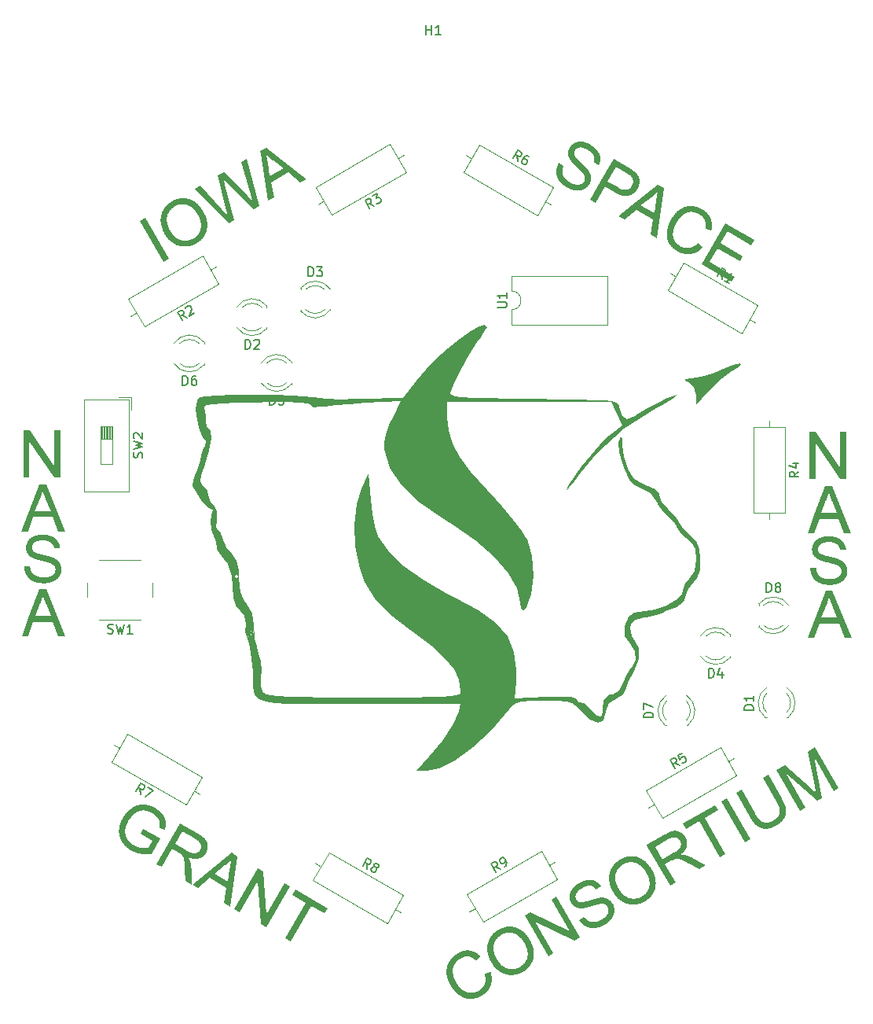
<source format=gto>
G04 #@! TF.GenerationSoftware,KiCad,Pcbnew,7.0.7*
G04 #@! TF.CreationDate,2023-12-08T11:24:34-06:00*
G04 #@! TF.ProjectId,airplane-keychain,61697270-6c61-46e6-952d-6b6579636861,1*
G04 #@! TF.SameCoordinates,Original*
G04 #@! TF.FileFunction,Legend,Top*
G04 #@! TF.FilePolarity,Positive*
%FSLAX46Y46*%
G04 Gerber Fmt 4.6, Leading zero omitted, Abs format (unit mm)*
G04 Created by KiCad (PCBNEW 7.0.7) date 2023-12-08 11:24:34*
%MOMM*%
%LPD*%
G01*
G04 APERTURE LIST*
G04 Aperture macros list*
%AMHorizOval*
0 Thick line with rounded ends*
0 $1 width*
0 $2 $3 position (X,Y) of the first rounded end (center of the circle)*
0 $4 $5 position (X,Y) of the second rounded end (center of the circle)*
0 Add line between two ends*
20,1,$1,$2,$3,$4,$5,0*
0 Add two circle primitives to create the rounded ends*
1,1,$1,$2,$3*
1,1,$1,$4,$5*%
G04 Aperture macros list end*
%ADD10C,0.150000*%
%ADD11C,0.120000*%
%ADD12C,4.300000*%
%ADD13R,1.800000X1.800000*%
%ADD14C,1.800000*%
%ADD15C,1.600000*%
%ADD16HorizOval,1.600000X0.000000X0.000000X0.000000X0.000000X0*%
%ADD17HorizOval,1.600000X0.000000X0.000000X0.000000X0.000000X0*%
%ADD18O,1.600000X1.600000*%
%ADD19HorizOval,1.600000X0.000000X0.000000X0.000000X0.000000X0*%
%ADD20C,2.000000*%
%ADD21R,1.600000X1.600000*%
%ADD22HorizOval,1.600000X0.000000X0.000000X0.000000X0.000000X0*%
G04 APERTURE END LIST*
D10*
X130038095Y-41754819D02*
X130038095Y-40754819D01*
X130038095Y-41231009D02*
X130609523Y-41231009D01*
X130609523Y-41754819D02*
X130609523Y-40754819D01*
X131609523Y-41754819D02*
X131038095Y-41754819D01*
X131323809Y-41754819D02*
X131323809Y-40754819D01*
X131323809Y-40754819D02*
X131228571Y-40897676D01*
X131228571Y-40897676D02*
X131133333Y-40992914D01*
X131133333Y-40992914D02*
X131038095Y-41040533D01*
X165294819Y-114468094D02*
X164294819Y-114468094D01*
X164294819Y-114468094D02*
X164294819Y-114229999D01*
X164294819Y-114229999D02*
X164342438Y-114087142D01*
X164342438Y-114087142D02*
X164437676Y-113991904D01*
X164437676Y-113991904D02*
X164532914Y-113944285D01*
X164532914Y-113944285D02*
X164723390Y-113896666D01*
X164723390Y-113896666D02*
X164866247Y-113896666D01*
X164866247Y-113896666D02*
X165056723Y-113944285D01*
X165056723Y-113944285D02*
X165151961Y-113991904D01*
X165151961Y-113991904D02*
X165247200Y-114087142D01*
X165247200Y-114087142D02*
X165294819Y-114229999D01*
X165294819Y-114229999D02*
X165294819Y-114468094D01*
X165294819Y-112944285D02*
X165294819Y-113515713D01*
X165294819Y-113229999D02*
X164294819Y-113229999D01*
X164294819Y-113229999D02*
X164437676Y-113325237D01*
X164437676Y-113325237D02*
X164532914Y-113420475D01*
X164532914Y-113420475D02*
X164580533Y-113515713D01*
X110541905Y-75614819D02*
X110541905Y-74614819D01*
X110541905Y-74614819D02*
X110780000Y-74614819D01*
X110780000Y-74614819D02*
X110922857Y-74662438D01*
X110922857Y-74662438D02*
X111018095Y-74757676D01*
X111018095Y-74757676D02*
X111065714Y-74852914D01*
X111065714Y-74852914D02*
X111113333Y-75043390D01*
X111113333Y-75043390D02*
X111113333Y-75186247D01*
X111113333Y-75186247D02*
X111065714Y-75376723D01*
X111065714Y-75376723D02*
X111018095Y-75471961D01*
X111018095Y-75471961D02*
X110922857Y-75567200D01*
X110922857Y-75567200D02*
X110780000Y-75614819D01*
X110780000Y-75614819D02*
X110541905Y-75614819D01*
X111494286Y-74710057D02*
X111541905Y-74662438D01*
X111541905Y-74662438D02*
X111637143Y-74614819D01*
X111637143Y-74614819D02*
X111875238Y-74614819D01*
X111875238Y-74614819D02*
X111970476Y-74662438D01*
X111970476Y-74662438D02*
X112018095Y-74710057D01*
X112018095Y-74710057D02*
X112065714Y-74805295D01*
X112065714Y-74805295D02*
X112065714Y-74900533D01*
X112065714Y-74900533D02*
X112018095Y-75043390D01*
X112018095Y-75043390D02*
X111446667Y-75614819D01*
X111446667Y-75614819D02*
X112065714Y-75614819D01*
X113191905Y-81614819D02*
X113191905Y-80614819D01*
X113191905Y-80614819D02*
X113430000Y-80614819D01*
X113430000Y-80614819D02*
X113572857Y-80662438D01*
X113572857Y-80662438D02*
X113668095Y-80757676D01*
X113668095Y-80757676D02*
X113715714Y-80852914D01*
X113715714Y-80852914D02*
X113763333Y-81043390D01*
X113763333Y-81043390D02*
X113763333Y-81186247D01*
X113763333Y-81186247D02*
X113715714Y-81376723D01*
X113715714Y-81376723D02*
X113668095Y-81471961D01*
X113668095Y-81471961D02*
X113572857Y-81567200D01*
X113572857Y-81567200D02*
X113430000Y-81614819D01*
X113430000Y-81614819D02*
X113191905Y-81614819D01*
X114668095Y-80614819D02*
X114191905Y-80614819D01*
X114191905Y-80614819D02*
X114144286Y-81091009D01*
X114144286Y-81091009D02*
X114191905Y-81043390D01*
X114191905Y-81043390D02*
X114287143Y-80995771D01*
X114287143Y-80995771D02*
X114525238Y-80995771D01*
X114525238Y-80995771D02*
X114620476Y-81043390D01*
X114620476Y-81043390D02*
X114668095Y-81091009D01*
X114668095Y-81091009D02*
X114715714Y-81186247D01*
X114715714Y-81186247D02*
X114715714Y-81424342D01*
X114715714Y-81424342D02*
X114668095Y-81519580D01*
X114668095Y-81519580D02*
X114620476Y-81567200D01*
X114620476Y-81567200D02*
X114525238Y-81614819D01*
X114525238Y-81614819D02*
X114287143Y-81614819D01*
X114287143Y-81614819D02*
X114191905Y-81567200D01*
X114191905Y-81567200D02*
X114144286Y-81519580D01*
X103791905Y-79514819D02*
X103791905Y-78514819D01*
X103791905Y-78514819D02*
X104030000Y-78514819D01*
X104030000Y-78514819D02*
X104172857Y-78562438D01*
X104172857Y-78562438D02*
X104268095Y-78657676D01*
X104268095Y-78657676D02*
X104315714Y-78752914D01*
X104315714Y-78752914D02*
X104363333Y-78943390D01*
X104363333Y-78943390D02*
X104363333Y-79086247D01*
X104363333Y-79086247D02*
X104315714Y-79276723D01*
X104315714Y-79276723D02*
X104268095Y-79371961D01*
X104268095Y-79371961D02*
X104172857Y-79467200D01*
X104172857Y-79467200D02*
X104030000Y-79514819D01*
X104030000Y-79514819D02*
X103791905Y-79514819D01*
X105220476Y-78514819D02*
X105030000Y-78514819D01*
X105030000Y-78514819D02*
X104934762Y-78562438D01*
X104934762Y-78562438D02*
X104887143Y-78610057D01*
X104887143Y-78610057D02*
X104791905Y-78752914D01*
X104791905Y-78752914D02*
X104744286Y-78943390D01*
X104744286Y-78943390D02*
X104744286Y-79324342D01*
X104744286Y-79324342D02*
X104791905Y-79419580D01*
X104791905Y-79419580D02*
X104839524Y-79467200D01*
X104839524Y-79467200D02*
X104934762Y-79514819D01*
X104934762Y-79514819D02*
X105125238Y-79514819D01*
X105125238Y-79514819D02*
X105220476Y-79467200D01*
X105220476Y-79467200D02*
X105268095Y-79419580D01*
X105268095Y-79419580D02*
X105315714Y-79324342D01*
X105315714Y-79324342D02*
X105315714Y-79086247D01*
X105315714Y-79086247D02*
X105268095Y-78991009D01*
X105268095Y-78991009D02*
X105220476Y-78943390D01*
X105220476Y-78943390D02*
X105125238Y-78895771D01*
X105125238Y-78895771D02*
X104934762Y-78895771D01*
X104934762Y-78895771D02*
X104839524Y-78943390D01*
X104839524Y-78943390D02*
X104791905Y-78991009D01*
X104791905Y-78991009D02*
X104744286Y-79086247D01*
X161888991Y-68079962D02*
X161838411Y-67500903D01*
X161394119Y-67794248D02*
X161894119Y-66928223D01*
X161894119Y-66928223D02*
X162224034Y-67118699D01*
X162224034Y-67118699D02*
X162282703Y-67207557D01*
X162282703Y-67207557D02*
X162300132Y-67272606D01*
X162300132Y-67272606D02*
X162293753Y-67378894D01*
X162293753Y-67378894D02*
X162222324Y-67502612D01*
X162222324Y-67502612D02*
X162133466Y-67561281D01*
X162133466Y-67561281D02*
X162068417Y-67578711D01*
X162068417Y-67578711D02*
X161962129Y-67572331D01*
X161962129Y-67572331D02*
X161632214Y-67381855D01*
X162713777Y-68556153D02*
X162218905Y-68270438D01*
X162466341Y-68413296D02*
X162966341Y-67547270D01*
X162966341Y-67547270D02*
X162812434Y-67623369D01*
X162812434Y-67623369D02*
X162682336Y-67658229D01*
X162682336Y-67658229D02*
X162576048Y-67651849D01*
X104243072Y-72232806D02*
X103716301Y-71987080D01*
X103748200Y-72518521D02*
X103248200Y-71652495D01*
X103248200Y-71652495D02*
X103578115Y-71462019D01*
X103578115Y-71462019D02*
X103684403Y-71455639D01*
X103684403Y-71455639D02*
X103749452Y-71473069D01*
X103749452Y-71473069D02*
X103838310Y-71531738D01*
X103838310Y-71531738D02*
X103909739Y-71655456D01*
X103909739Y-71655456D02*
X103916118Y-71761744D01*
X103916118Y-71761744D02*
X103898688Y-71826793D01*
X103898688Y-71826793D02*
X103840019Y-71915651D01*
X103840019Y-71915651D02*
X103510105Y-72106128D01*
X104120605Y-71258783D02*
X104138035Y-71193735D01*
X104138035Y-71193735D02*
X104196704Y-71104876D01*
X104196704Y-71104876D02*
X104402901Y-70985829D01*
X104402901Y-70985829D02*
X104509189Y-70979449D01*
X104509189Y-70979449D02*
X104574238Y-70996879D01*
X104574238Y-70996879D02*
X104663096Y-71055548D01*
X104663096Y-71055548D02*
X104710715Y-71138026D01*
X104710715Y-71138026D02*
X104740904Y-71285554D01*
X104740904Y-71285554D02*
X104531747Y-72066140D01*
X104531747Y-72066140D02*
X105067858Y-71756616D01*
X124443811Y-60207806D02*
X123917040Y-59962080D01*
X123948939Y-60493521D02*
X123448939Y-59627495D01*
X123448939Y-59627495D02*
X123778854Y-59437019D01*
X123778854Y-59437019D02*
X123885142Y-59430639D01*
X123885142Y-59430639D02*
X123950191Y-59448069D01*
X123950191Y-59448069D02*
X124039049Y-59506738D01*
X124039049Y-59506738D02*
X124110478Y-59630456D01*
X124110478Y-59630456D02*
X124116857Y-59736744D01*
X124116857Y-59736744D02*
X124099427Y-59801793D01*
X124099427Y-59801793D02*
X124040758Y-59890651D01*
X124040758Y-59890651D02*
X123710844Y-60081128D01*
X124232486Y-59175114D02*
X124768597Y-58865591D01*
X124768597Y-58865591D02*
X124670398Y-59362172D01*
X124670398Y-59362172D02*
X124794116Y-59290743D01*
X124794116Y-59290743D02*
X124900404Y-59284363D01*
X124900404Y-59284363D02*
X124965453Y-59301793D01*
X124965453Y-59301793D02*
X125054311Y-59360462D01*
X125054311Y-59360462D02*
X125173359Y-59566659D01*
X125173359Y-59566659D02*
X125179739Y-59672947D01*
X125179739Y-59672947D02*
X125162309Y-59737996D01*
X125162309Y-59737996D02*
X125103640Y-59826854D01*
X125103640Y-59826854D02*
X124856204Y-59969711D01*
X124856204Y-59969711D02*
X124749916Y-59976091D01*
X124749916Y-59976091D02*
X124684867Y-59958661D01*
X170174819Y-88816666D02*
X169698628Y-89149999D01*
X170174819Y-89388094D02*
X169174819Y-89388094D01*
X169174819Y-89388094D02*
X169174819Y-89007142D01*
X169174819Y-89007142D02*
X169222438Y-88911904D01*
X169222438Y-88911904D02*
X169270057Y-88864285D01*
X169270057Y-88864285D02*
X169365295Y-88816666D01*
X169365295Y-88816666D02*
X169508152Y-88816666D01*
X169508152Y-88816666D02*
X169603390Y-88864285D01*
X169603390Y-88864285D02*
X169651009Y-88911904D01*
X169651009Y-88911904D02*
X169698628Y-89007142D01*
X169698628Y-89007142D02*
X169698628Y-89388094D01*
X169508152Y-87959523D02*
X170174819Y-87959523D01*
X169127200Y-88197618D02*
X169841485Y-88435713D01*
X169841485Y-88435713D02*
X169841485Y-87816666D01*
X157322333Y-120446628D02*
X156795562Y-120200902D01*
X156827461Y-120732343D02*
X156327461Y-119866317D01*
X156327461Y-119866317D02*
X156657376Y-119675841D01*
X156657376Y-119675841D02*
X156763664Y-119669461D01*
X156763664Y-119669461D02*
X156828713Y-119686891D01*
X156828713Y-119686891D02*
X156917571Y-119745560D01*
X156917571Y-119745560D02*
X156989000Y-119869278D01*
X156989000Y-119869278D02*
X156995379Y-119975566D01*
X156995379Y-119975566D02*
X156977949Y-120040615D01*
X156977949Y-120040615D02*
X156919280Y-120129473D01*
X156919280Y-120129473D02*
X156589366Y-120319950D01*
X157605880Y-119128222D02*
X157193487Y-119366317D01*
X157193487Y-119366317D02*
X157390343Y-119802520D01*
X157390343Y-119802520D02*
X157407772Y-119737471D01*
X157407772Y-119737471D02*
X157466441Y-119648613D01*
X157466441Y-119648613D02*
X157672638Y-119529565D01*
X157672638Y-119529565D02*
X157778926Y-119523185D01*
X157778926Y-119523185D02*
X157843975Y-119540615D01*
X157843975Y-119540615D02*
X157932833Y-119599284D01*
X157932833Y-119599284D02*
X158051881Y-119805481D01*
X158051881Y-119805481D02*
X158058261Y-119911769D01*
X158058261Y-119911769D02*
X158040831Y-119976818D01*
X158040831Y-119976818D02*
X157982162Y-120065676D01*
X157982162Y-120065676D02*
X157775965Y-120184724D01*
X157775965Y-120184724D02*
X157669677Y-120191103D01*
X157669677Y-120191103D02*
X157604628Y-120173674D01*
X139888991Y-55379962D02*
X139838411Y-54800903D01*
X139394119Y-55094248D02*
X139894119Y-54228223D01*
X139894119Y-54228223D02*
X140224034Y-54418699D01*
X140224034Y-54418699D02*
X140282703Y-54507557D01*
X140282703Y-54507557D02*
X140300132Y-54572606D01*
X140300132Y-54572606D02*
X140293753Y-54678894D01*
X140293753Y-54678894D02*
X140222324Y-54802612D01*
X140222324Y-54802612D02*
X140133466Y-54861281D01*
X140133466Y-54861281D02*
X140068417Y-54878711D01*
X140068417Y-54878711D02*
X139962129Y-54872331D01*
X139962129Y-54872331D02*
X139632214Y-54681855D01*
X141131298Y-54942508D02*
X140966341Y-54847270D01*
X140966341Y-54847270D02*
X140860053Y-54840890D01*
X140860053Y-54840890D02*
X140795004Y-54858320D01*
X140795004Y-54858320D02*
X140641097Y-54934419D01*
X140641097Y-54934419D02*
X140504620Y-55075567D01*
X140504620Y-55075567D02*
X140314143Y-55405481D01*
X140314143Y-55405481D02*
X140307764Y-55511769D01*
X140307764Y-55511769D02*
X140325193Y-55576818D01*
X140325193Y-55576818D02*
X140383862Y-55665677D01*
X140383862Y-55665677D02*
X140548820Y-55760915D01*
X140548820Y-55760915D02*
X140655108Y-55767294D01*
X140655108Y-55767294D02*
X140720157Y-55749865D01*
X140720157Y-55749865D02*
X140809015Y-55691196D01*
X140809015Y-55691196D02*
X140928063Y-55484999D01*
X140928063Y-55484999D02*
X140934442Y-55378711D01*
X140934442Y-55378711D02*
X140917013Y-55313662D01*
X140917013Y-55313662D02*
X140858344Y-55224804D01*
X140858344Y-55224804D02*
X140693386Y-55129566D01*
X140693386Y-55129566D02*
X140587098Y-55123186D01*
X140587098Y-55123186D02*
X140522049Y-55140616D01*
X140522049Y-55140616D02*
X140433191Y-55199285D01*
X95716667Y-106207200D02*
X95859524Y-106254819D01*
X95859524Y-106254819D02*
X96097619Y-106254819D01*
X96097619Y-106254819D02*
X96192857Y-106207200D01*
X96192857Y-106207200D02*
X96240476Y-106159580D01*
X96240476Y-106159580D02*
X96288095Y-106064342D01*
X96288095Y-106064342D02*
X96288095Y-105969104D01*
X96288095Y-105969104D02*
X96240476Y-105873866D01*
X96240476Y-105873866D02*
X96192857Y-105826247D01*
X96192857Y-105826247D02*
X96097619Y-105778628D01*
X96097619Y-105778628D02*
X95907143Y-105731009D01*
X95907143Y-105731009D02*
X95811905Y-105683390D01*
X95811905Y-105683390D02*
X95764286Y-105635771D01*
X95764286Y-105635771D02*
X95716667Y-105540533D01*
X95716667Y-105540533D02*
X95716667Y-105445295D01*
X95716667Y-105445295D02*
X95764286Y-105350057D01*
X95764286Y-105350057D02*
X95811905Y-105302438D01*
X95811905Y-105302438D02*
X95907143Y-105254819D01*
X95907143Y-105254819D02*
X96145238Y-105254819D01*
X96145238Y-105254819D02*
X96288095Y-105302438D01*
X96621429Y-105254819D02*
X96859524Y-106254819D01*
X96859524Y-106254819D02*
X97050000Y-105540533D01*
X97050000Y-105540533D02*
X97240476Y-106254819D01*
X97240476Y-106254819D02*
X97478572Y-105254819D01*
X98383333Y-106254819D02*
X97811905Y-106254819D01*
X98097619Y-106254819D02*
X98097619Y-105254819D01*
X98097619Y-105254819D02*
X98002381Y-105397676D01*
X98002381Y-105397676D02*
X97907143Y-105492914D01*
X97907143Y-105492914D02*
X97811905Y-105540533D01*
X99427200Y-87323332D02*
X99474819Y-87180475D01*
X99474819Y-87180475D02*
X99474819Y-86942380D01*
X99474819Y-86942380D02*
X99427200Y-86847142D01*
X99427200Y-86847142D02*
X99379580Y-86799523D01*
X99379580Y-86799523D02*
X99284342Y-86751904D01*
X99284342Y-86751904D02*
X99189104Y-86751904D01*
X99189104Y-86751904D02*
X99093866Y-86799523D01*
X99093866Y-86799523D02*
X99046247Y-86847142D01*
X99046247Y-86847142D02*
X98998628Y-86942380D01*
X98998628Y-86942380D02*
X98951009Y-87132856D01*
X98951009Y-87132856D02*
X98903390Y-87228094D01*
X98903390Y-87228094D02*
X98855771Y-87275713D01*
X98855771Y-87275713D02*
X98760533Y-87323332D01*
X98760533Y-87323332D02*
X98665295Y-87323332D01*
X98665295Y-87323332D02*
X98570057Y-87275713D01*
X98570057Y-87275713D02*
X98522438Y-87228094D01*
X98522438Y-87228094D02*
X98474819Y-87132856D01*
X98474819Y-87132856D02*
X98474819Y-86894761D01*
X98474819Y-86894761D02*
X98522438Y-86751904D01*
X98474819Y-86418570D02*
X99474819Y-86180475D01*
X99474819Y-86180475D02*
X98760533Y-85989999D01*
X98760533Y-85989999D02*
X99474819Y-85799523D01*
X99474819Y-85799523D02*
X98474819Y-85561428D01*
X98570057Y-85228094D02*
X98522438Y-85180475D01*
X98522438Y-85180475D02*
X98474819Y-85085237D01*
X98474819Y-85085237D02*
X98474819Y-84847142D01*
X98474819Y-84847142D02*
X98522438Y-84751904D01*
X98522438Y-84751904D02*
X98570057Y-84704285D01*
X98570057Y-84704285D02*
X98665295Y-84656666D01*
X98665295Y-84656666D02*
X98760533Y-84656666D01*
X98760533Y-84656666D02*
X98903390Y-84704285D01*
X98903390Y-84704285D02*
X99474819Y-85275713D01*
X99474819Y-85275713D02*
X99474819Y-84656666D01*
X117331905Y-67794819D02*
X117331905Y-66794819D01*
X117331905Y-66794819D02*
X117570000Y-66794819D01*
X117570000Y-66794819D02*
X117712857Y-66842438D01*
X117712857Y-66842438D02*
X117808095Y-66937676D01*
X117808095Y-66937676D02*
X117855714Y-67032914D01*
X117855714Y-67032914D02*
X117903333Y-67223390D01*
X117903333Y-67223390D02*
X117903333Y-67366247D01*
X117903333Y-67366247D02*
X117855714Y-67556723D01*
X117855714Y-67556723D02*
X117808095Y-67651961D01*
X117808095Y-67651961D02*
X117712857Y-67747200D01*
X117712857Y-67747200D02*
X117570000Y-67794819D01*
X117570000Y-67794819D02*
X117331905Y-67794819D01*
X118236667Y-66794819D02*
X118855714Y-66794819D01*
X118855714Y-66794819D02*
X118522381Y-67175771D01*
X118522381Y-67175771D02*
X118665238Y-67175771D01*
X118665238Y-67175771D02*
X118760476Y-67223390D01*
X118760476Y-67223390D02*
X118808095Y-67271009D01*
X118808095Y-67271009D02*
X118855714Y-67366247D01*
X118855714Y-67366247D02*
X118855714Y-67604342D01*
X118855714Y-67604342D02*
X118808095Y-67699580D01*
X118808095Y-67699580D02*
X118760476Y-67747200D01*
X118760476Y-67747200D02*
X118665238Y-67794819D01*
X118665238Y-67794819D02*
X118379524Y-67794819D01*
X118379524Y-67794819D02*
X118284286Y-67747200D01*
X118284286Y-67747200D02*
X118236667Y-67699580D01*
X160491905Y-111014819D02*
X160491905Y-110014819D01*
X160491905Y-110014819D02*
X160730000Y-110014819D01*
X160730000Y-110014819D02*
X160872857Y-110062438D01*
X160872857Y-110062438D02*
X160968095Y-110157676D01*
X160968095Y-110157676D02*
X161015714Y-110252914D01*
X161015714Y-110252914D02*
X161063333Y-110443390D01*
X161063333Y-110443390D02*
X161063333Y-110586247D01*
X161063333Y-110586247D02*
X161015714Y-110776723D01*
X161015714Y-110776723D02*
X160968095Y-110871961D01*
X160968095Y-110871961D02*
X160872857Y-110967200D01*
X160872857Y-110967200D02*
X160730000Y-111014819D01*
X160730000Y-111014819D02*
X160491905Y-111014819D01*
X161920476Y-110348152D02*
X161920476Y-111014819D01*
X161682381Y-109967200D02*
X161444286Y-110681485D01*
X161444286Y-110681485D02*
X162063333Y-110681485D01*
X154494819Y-115308094D02*
X153494819Y-115308094D01*
X153494819Y-115308094D02*
X153494819Y-115069999D01*
X153494819Y-115069999D02*
X153542438Y-114927142D01*
X153542438Y-114927142D02*
X153637676Y-114831904D01*
X153637676Y-114831904D02*
X153732914Y-114784285D01*
X153732914Y-114784285D02*
X153923390Y-114736666D01*
X153923390Y-114736666D02*
X154066247Y-114736666D01*
X154066247Y-114736666D02*
X154256723Y-114784285D01*
X154256723Y-114784285D02*
X154351961Y-114831904D01*
X154351961Y-114831904D02*
X154447200Y-114927142D01*
X154447200Y-114927142D02*
X154494819Y-115069999D01*
X154494819Y-115069999D02*
X154494819Y-115308094D01*
X153494819Y-114403332D02*
X153494819Y-113736666D01*
X153494819Y-113736666D02*
X154494819Y-114165237D01*
X166691905Y-101794819D02*
X166691905Y-100794819D01*
X166691905Y-100794819D02*
X166930000Y-100794819D01*
X166930000Y-100794819D02*
X167072857Y-100842438D01*
X167072857Y-100842438D02*
X167168095Y-100937676D01*
X167168095Y-100937676D02*
X167215714Y-101032914D01*
X167215714Y-101032914D02*
X167263333Y-101223390D01*
X167263333Y-101223390D02*
X167263333Y-101366247D01*
X167263333Y-101366247D02*
X167215714Y-101556723D01*
X167215714Y-101556723D02*
X167168095Y-101651961D01*
X167168095Y-101651961D02*
X167072857Y-101747200D01*
X167072857Y-101747200D02*
X166930000Y-101794819D01*
X166930000Y-101794819D02*
X166691905Y-101794819D01*
X167834762Y-101223390D02*
X167739524Y-101175771D01*
X167739524Y-101175771D02*
X167691905Y-101128152D01*
X167691905Y-101128152D02*
X167644286Y-101032914D01*
X167644286Y-101032914D02*
X167644286Y-100985295D01*
X167644286Y-100985295D02*
X167691905Y-100890057D01*
X167691905Y-100890057D02*
X167739524Y-100842438D01*
X167739524Y-100842438D02*
X167834762Y-100794819D01*
X167834762Y-100794819D02*
X168025238Y-100794819D01*
X168025238Y-100794819D02*
X168120476Y-100842438D01*
X168120476Y-100842438D02*
X168168095Y-100890057D01*
X168168095Y-100890057D02*
X168215714Y-100985295D01*
X168215714Y-100985295D02*
X168215714Y-101032914D01*
X168215714Y-101032914D02*
X168168095Y-101128152D01*
X168168095Y-101128152D02*
X168120476Y-101175771D01*
X168120476Y-101175771D02*
X168025238Y-101223390D01*
X168025238Y-101223390D02*
X167834762Y-101223390D01*
X167834762Y-101223390D02*
X167739524Y-101271009D01*
X167739524Y-101271009D02*
X167691905Y-101318628D01*
X167691905Y-101318628D02*
X167644286Y-101413866D01*
X167644286Y-101413866D02*
X167644286Y-101604342D01*
X167644286Y-101604342D02*
X167691905Y-101699580D01*
X167691905Y-101699580D02*
X167739524Y-101747200D01*
X167739524Y-101747200D02*
X167834762Y-101794819D01*
X167834762Y-101794819D02*
X168025238Y-101794819D01*
X168025238Y-101794819D02*
X168120476Y-101747200D01*
X168120476Y-101747200D02*
X168168095Y-101699580D01*
X168168095Y-101699580D02*
X168215714Y-101604342D01*
X168215714Y-101604342D02*
X168215714Y-101413866D01*
X168215714Y-101413866D02*
X168168095Y-101318628D01*
X168168095Y-101318628D02*
X168120476Y-101271009D01*
X168120476Y-101271009D02*
X168025238Y-101223390D01*
X99267515Y-123541140D02*
X99216935Y-122962081D01*
X98772643Y-123255426D02*
X99272643Y-122389401D01*
X99272643Y-122389401D02*
X99602558Y-122579877D01*
X99602558Y-122579877D02*
X99661227Y-122668735D01*
X99661227Y-122668735D02*
X99678656Y-122733784D01*
X99678656Y-122733784D02*
X99672277Y-122840072D01*
X99672277Y-122840072D02*
X99600848Y-122963790D01*
X99600848Y-122963790D02*
X99511990Y-123022459D01*
X99511990Y-123022459D02*
X99446941Y-123039889D01*
X99446941Y-123039889D02*
X99340653Y-123033509D01*
X99340653Y-123033509D02*
X99010738Y-122843033D01*
X100056190Y-122841782D02*
X100633540Y-123175115D01*
X100633540Y-123175115D02*
X99762386Y-123826855D01*
X123688991Y-131579962D02*
X123638411Y-131000903D01*
X123194119Y-131294248D02*
X123694119Y-130428223D01*
X123694119Y-130428223D02*
X124024034Y-130618699D01*
X124024034Y-130618699D02*
X124082703Y-130707557D01*
X124082703Y-130707557D02*
X124100132Y-130772606D01*
X124100132Y-130772606D02*
X124093753Y-130878894D01*
X124093753Y-130878894D02*
X124022324Y-131002612D01*
X124022324Y-131002612D02*
X123933466Y-131061281D01*
X123933466Y-131061281D02*
X123868417Y-131078711D01*
X123868417Y-131078711D02*
X123762129Y-131072331D01*
X123762129Y-131072331D02*
X123432214Y-130881855D01*
X124469577Y-131370805D02*
X124410908Y-131281947D01*
X124410908Y-131281947D02*
X124393478Y-131216898D01*
X124393478Y-131216898D02*
X124399858Y-131110610D01*
X124399858Y-131110610D02*
X124423667Y-131069370D01*
X124423667Y-131069370D02*
X124512526Y-131010701D01*
X124512526Y-131010701D02*
X124577574Y-130993271D01*
X124577574Y-130993271D02*
X124683862Y-130999651D01*
X124683862Y-130999651D02*
X124848820Y-131094889D01*
X124848820Y-131094889D02*
X124907489Y-131183748D01*
X124907489Y-131183748D02*
X124924919Y-131248796D01*
X124924919Y-131248796D02*
X124918539Y-131355085D01*
X124918539Y-131355085D02*
X124894729Y-131396324D01*
X124894729Y-131396324D02*
X124805871Y-131454993D01*
X124805871Y-131454993D02*
X124740822Y-131472423D01*
X124740822Y-131472423D02*
X124634534Y-131466043D01*
X124634534Y-131466043D02*
X124469577Y-131370805D01*
X124469577Y-131370805D02*
X124363289Y-131364425D01*
X124363289Y-131364425D02*
X124298240Y-131381855D01*
X124298240Y-131381855D02*
X124209381Y-131440524D01*
X124209381Y-131440524D02*
X124114143Y-131605481D01*
X124114143Y-131605481D02*
X124107764Y-131711769D01*
X124107764Y-131711769D02*
X124125193Y-131776818D01*
X124125193Y-131776818D02*
X124183862Y-131865677D01*
X124183862Y-131865677D02*
X124348820Y-131960915D01*
X124348820Y-131960915D02*
X124455108Y-131967294D01*
X124455108Y-131967294D02*
X124520157Y-131949865D01*
X124520157Y-131949865D02*
X124609015Y-131891196D01*
X124609015Y-131891196D02*
X124704253Y-131726238D01*
X124704253Y-131726238D02*
X124710633Y-131619950D01*
X124710633Y-131619950D02*
X124693203Y-131554901D01*
X124693203Y-131554901D02*
X124634534Y-131466043D01*
G36*
X99252719Y-127821295D02*
G01*
X99565350Y-127279803D01*
X101411924Y-128345923D01*
X100477085Y-129965112D01*
X100399711Y-129976147D01*
X100322882Y-129985743D01*
X100246596Y-129993902D01*
X100170853Y-130000623D01*
X100095655Y-130005906D01*
X100021000Y-130009752D01*
X99946889Y-130012160D01*
X99873321Y-130013130D01*
X99800297Y-130012662D01*
X99727817Y-130010757D01*
X99655880Y-130007413D01*
X99584487Y-130002632D01*
X99513637Y-129996413D01*
X99443332Y-129988757D01*
X99373570Y-129979662D01*
X99304351Y-129969130D01*
X99235828Y-129957231D01*
X99167888Y-129943884D01*
X99100531Y-129929089D01*
X99033756Y-129912845D01*
X98967564Y-129895154D01*
X98901955Y-129876014D01*
X98836929Y-129855425D01*
X98772485Y-129833389D01*
X98708624Y-129809904D01*
X98645346Y-129784971D01*
X98582651Y-129758590D01*
X98520538Y-129730760D01*
X98459008Y-129701482D01*
X98398061Y-129670756D01*
X98337697Y-129638582D01*
X98277916Y-129604959D01*
X98198747Y-129557814D01*
X98121732Y-129509036D01*
X98046872Y-129458627D01*
X97974165Y-129406586D01*
X97903612Y-129352913D01*
X97835213Y-129297609D01*
X97768968Y-129240672D01*
X97704877Y-129182104D01*
X97642940Y-129121904D01*
X97583157Y-129060072D01*
X97525528Y-128996609D01*
X97470052Y-128931514D01*
X97416731Y-128864787D01*
X97365564Y-128796428D01*
X97316550Y-128726437D01*
X97269691Y-128654815D01*
X97225677Y-128581938D01*
X97184781Y-128508295D01*
X97147006Y-128433886D01*
X97112349Y-128358711D01*
X97080812Y-128282770D01*
X97052394Y-128206063D01*
X97027096Y-128128590D01*
X97004916Y-128050351D01*
X96985856Y-127971346D01*
X96969915Y-127891575D01*
X96957094Y-127811039D01*
X96947392Y-127729736D01*
X96940809Y-127647667D01*
X96937345Y-127564832D01*
X96937001Y-127481232D01*
X96939776Y-127396865D01*
X96945433Y-127312240D01*
X96953733Y-127227863D01*
X96964677Y-127143734D01*
X96978265Y-127059854D01*
X96994497Y-126976223D01*
X97013372Y-126892840D01*
X97034891Y-126809705D01*
X97059054Y-126726819D01*
X97085861Y-126644181D01*
X97115311Y-126561792D01*
X97147406Y-126479651D01*
X97182144Y-126397758D01*
X97219526Y-126316114D01*
X97259551Y-126234719D01*
X97302221Y-126153572D01*
X97347534Y-126072673D01*
X97394557Y-125993621D01*
X97443273Y-125916427D01*
X97493681Y-125841092D01*
X97545781Y-125767615D01*
X97599573Y-125695997D01*
X97655058Y-125626236D01*
X97712235Y-125558335D01*
X97771104Y-125492291D01*
X97831665Y-125428106D01*
X97893919Y-125365779D01*
X97957865Y-125305311D01*
X98023503Y-125246701D01*
X98090833Y-125189949D01*
X98159856Y-125135056D01*
X98230571Y-125082021D01*
X98302978Y-125030845D01*
X98376626Y-124982318D01*
X98450800Y-124937080D01*
X98525498Y-124895130D01*
X98600721Y-124856469D01*
X98676469Y-124821097D01*
X98752742Y-124789014D01*
X98829540Y-124760219D01*
X98906863Y-124734712D01*
X98984710Y-124712494D01*
X99063083Y-124693565D01*
X99141981Y-124677925D01*
X99221404Y-124665573D01*
X99301352Y-124656510D01*
X99381825Y-124650735D01*
X99462823Y-124648249D01*
X99544346Y-124649052D01*
X99626322Y-124652837D01*
X99708264Y-124659412D01*
X99790170Y-124668776D01*
X99872042Y-124680929D01*
X99953879Y-124695871D01*
X100035680Y-124713602D01*
X100117447Y-124734122D01*
X100199180Y-124757432D01*
X100280877Y-124783530D01*
X100362539Y-124812418D01*
X100444166Y-124844094D01*
X100525759Y-124878560D01*
X100607316Y-124915815D01*
X100688839Y-124955859D01*
X100770327Y-124998692D01*
X100851780Y-125044314D01*
X100910162Y-125078842D01*
X100967124Y-125114191D01*
X101022664Y-125150361D01*
X101076783Y-125187352D01*
X101129480Y-125225163D01*
X101180756Y-125263796D01*
X101230611Y-125303249D01*
X101279044Y-125343523D01*
X101326056Y-125384618D01*
X101371647Y-125426534D01*
X101415816Y-125469271D01*
X101458564Y-125512828D01*
X101499891Y-125557207D01*
X101539796Y-125602406D01*
X101578280Y-125648426D01*
X101615342Y-125695268D01*
X101650898Y-125742704D01*
X101684599Y-125790359D01*
X101716445Y-125838231D01*
X101746435Y-125886321D01*
X101774570Y-125934629D01*
X101800849Y-125983154D01*
X101825274Y-126031898D01*
X101847843Y-126080859D01*
X101868556Y-126130037D01*
X101887414Y-126179434D01*
X101904417Y-126229048D01*
X101919564Y-126278881D01*
X101932857Y-126328931D01*
X101944293Y-126379198D01*
X101953875Y-126429684D01*
X101961601Y-126480387D01*
X101967608Y-126531634D01*
X101972032Y-126583753D01*
X101974874Y-126636743D01*
X101976134Y-126690603D01*
X101975811Y-126745335D01*
X101973906Y-126800938D01*
X101970417Y-126857412D01*
X101965347Y-126914757D01*
X101958694Y-126972972D01*
X101950458Y-127032059D01*
X101940640Y-127092017D01*
X101929239Y-127152846D01*
X101916256Y-127214546D01*
X101901690Y-127277117D01*
X101885542Y-127340559D01*
X101867811Y-127404872D01*
X101265039Y-127247230D01*
X101276050Y-127199336D01*
X101290662Y-127129183D01*
X101302989Y-127061057D01*
X101313030Y-126994958D01*
X101320785Y-126930885D01*
X101326255Y-126868840D01*
X101329439Y-126808821D01*
X101330337Y-126750828D01*
X101328950Y-126694863D01*
X101325278Y-126640924D01*
X101319320Y-126589012D01*
X101311044Y-126538051D01*
X101299795Y-126487133D01*
X101285571Y-126436257D01*
X101268372Y-126385424D01*
X101248199Y-126334633D01*
X101225052Y-126283886D01*
X101198931Y-126233180D01*
X101169835Y-126182518D01*
X101137765Y-126131898D01*
X101102720Y-126081321D01*
X101077705Y-126047627D01*
X101038095Y-125997794D01*
X100996297Y-125949349D01*
X100952308Y-125902292D01*
X100906130Y-125856623D01*
X100857762Y-125812342D01*
X100807205Y-125769450D01*
X100754459Y-125727945D01*
X100699523Y-125687829D01*
X100642397Y-125649101D01*
X100583082Y-125611761D01*
X100542322Y-125587639D01*
X100493026Y-125559800D01*
X100444027Y-125533378D01*
X100395322Y-125508371D01*
X100346914Y-125484779D01*
X100298800Y-125462603D01*
X100250982Y-125441842D01*
X100203460Y-125422496D01*
X100156233Y-125404567D01*
X100109302Y-125388052D01*
X100062666Y-125372953D01*
X99993265Y-125352959D01*
X99924530Y-125336149D01*
X99856460Y-125322525D01*
X99789054Y-125312085D01*
X99722685Y-125304272D01*
X99657495Y-125298924D01*
X99593484Y-125296042D01*
X99530653Y-125295626D01*
X99469000Y-125297675D01*
X99408527Y-125302190D01*
X99349234Y-125309170D01*
X99291119Y-125318615D01*
X99234184Y-125330527D01*
X99178427Y-125344903D01*
X99141912Y-125355857D01*
X99088339Y-125373759D01*
X99035755Y-125393123D01*
X98984161Y-125413951D01*
X98933556Y-125436243D01*
X98883940Y-125459998D01*
X98835313Y-125485217D01*
X98787676Y-125511899D01*
X98741029Y-125540045D01*
X98695370Y-125569655D01*
X98650701Y-125600727D01*
X98621471Y-125622256D01*
X98572360Y-125660883D01*
X98524242Y-125700788D01*
X98477115Y-125741971D01*
X98430980Y-125784432D01*
X98385837Y-125828170D01*
X98341686Y-125873187D01*
X98298526Y-125919481D01*
X98256359Y-125967052D01*
X98215184Y-126015902D01*
X98175000Y-126066029D01*
X98135809Y-126117434D01*
X98097609Y-126170116D01*
X98060401Y-126224077D01*
X98024185Y-126279315D01*
X97988962Y-126335831D01*
X97954730Y-126393625D01*
X97914415Y-126465264D01*
X97876515Y-126536346D01*
X97841030Y-126606873D01*
X97807958Y-126676844D01*
X97777301Y-126746258D01*
X97749058Y-126815117D01*
X97723229Y-126883419D01*
X97699815Y-126951165D01*
X97678814Y-127018355D01*
X97660228Y-127084990D01*
X97644057Y-127151067D01*
X97630299Y-127216589D01*
X97618956Y-127281555D01*
X97610026Y-127345965D01*
X97603512Y-127409818D01*
X97599411Y-127473116D01*
X97597753Y-127535637D01*
X97598412Y-127597425D01*
X97601390Y-127658480D01*
X97606686Y-127718802D01*
X97614300Y-127778391D01*
X97624231Y-127837248D01*
X97636481Y-127895372D01*
X97651049Y-127952763D01*
X97667934Y-128009421D01*
X97687138Y-128065346D01*
X97708660Y-128120538D01*
X97732499Y-128174997D01*
X97758657Y-128228724D01*
X97787132Y-128281718D01*
X97817926Y-128333979D01*
X97851037Y-128385507D01*
X97886050Y-128436117D01*
X97922285Y-128485471D01*
X97959740Y-128533568D01*
X97998416Y-128580410D01*
X98038313Y-128625996D01*
X98079430Y-128670325D01*
X98121769Y-128713399D01*
X98165329Y-128755216D01*
X98210110Y-128795778D01*
X98256111Y-128835083D01*
X98303334Y-128873133D01*
X98351777Y-128909926D01*
X98401442Y-128945463D01*
X98452327Y-128979744D01*
X98504434Y-129012769D01*
X98557761Y-129044538D01*
X98604930Y-129071050D01*
X98652575Y-129096393D01*
X98700697Y-129120568D01*
X98749295Y-129143575D01*
X98798369Y-129165413D01*
X98847919Y-129186084D01*
X98897945Y-129205586D01*
X98948448Y-129223919D01*
X98999427Y-129241085D01*
X99050882Y-129257082D01*
X99102813Y-129271911D01*
X99155220Y-129285572D01*
X99208104Y-129298064D01*
X99261463Y-129309389D01*
X99315299Y-129319545D01*
X99369611Y-129328532D01*
X99423733Y-129336419D01*
X99476581Y-129343382D01*
X99528155Y-129349423D01*
X99578455Y-129354541D01*
X99627480Y-129358736D01*
X99698631Y-129363298D01*
X99766914Y-129365784D01*
X99832332Y-129366194D01*
X99894883Y-129364528D01*
X99954567Y-129360785D01*
X100011386Y-129354966D01*
X100065337Y-129347070D01*
X100082684Y-129343977D01*
X100534534Y-128561351D01*
X99252719Y-127821295D01*
G37*
G36*
X105430194Y-127777911D02*
G01*
X105501680Y-127819796D01*
X105570457Y-127861338D01*
X105636522Y-127902538D01*
X105699876Y-127943396D01*
X105760520Y-127983911D01*
X105818453Y-128024085D01*
X105873675Y-128063916D01*
X105926186Y-128103404D01*
X105975987Y-128142551D01*
X106023076Y-128181355D01*
X106067455Y-128219817D01*
X106109123Y-128257937D01*
X106148080Y-128295715D01*
X106184327Y-128333150D01*
X106217862Y-128370243D01*
X106248687Y-128406994D01*
X106291010Y-128462632D01*
X106329340Y-128520205D01*
X106363679Y-128579711D01*
X106394026Y-128641151D01*
X106420380Y-128704525D01*
X106442743Y-128769833D01*
X106461114Y-128837075D01*
X106475493Y-128906251D01*
X106485881Y-128977361D01*
X106492276Y-129050404D01*
X106494322Y-129100175D01*
X106494838Y-129150152D01*
X106493651Y-129199797D01*
X106490762Y-129249109D01*
X106486170Y-129298087D01*
X106479875Y-129346733D01*
X106471878Y-129395045D01*
X106462178Y-129443025D01*
X106450776Y-129490671D01*
X106437671Y-129537985D01*
X106422863Y-129584965D01*
X106406353Y-129631613D01*
X106388141Y-129677927D01*
X106368225Y-129723909D01*
X106346607Y-129769557D01*
X106323287Y-129814873D01*
X106298263Y-129859855D01*
X106263989Y-129916511D01*
X106228025Y-129970673D01*
X106190374Y-130022339D01*
X106151035Y-130071510D01*
X106110007Y-130118186D01*
X106067291Y-130162367D01*
X106022886Y-130204054D01*
X105976794Y-130243245D01*
X105929013Y-130279941D01*
X105879544Y-130314142D01*
X105828387Y-130345848D01*
X105775541Y-130375059D01*
X105721007Y-130401775D01*
X105664785Y-130425996D01*
X105606875Y-130447722D01*
X105547276Y-130466953D01*
X105486079Y-130483295D01*
X105423374Y-130496353D01*
X105359160Y-130506128D01*
X105293438Y-130512619D01*
X105226208Y-130515827D01*
X105157469Y-130515751D01*
X105087222Y-130512392D01*
X105015466Y-130505749D01*
X104942202Y-130495822D01*
X104867429Y-130482612D01*
X104791148Y-130466118D01*
X104713359Y-130446341D01*
X104634061Y-130423281D01*
X104553255Y-130396937D01*
X104470941Y-130367309D01*
X104387118Y-130334398D01*
X104416824Y-130380067D01*
X104444611Y-130424553D01*
X104470478Y-130467857D01*
X104501980Y-130523755D01*
X104530070Y-130577550D01*
X104554747Y-130629243D01*
X104576011Y-130678833D01*
X104593861Y-130726321D01*
X104605009Y-130760557D01*
X104618856Y-130809302D01*
X104632010Y-130858771D01*
X104644471Y-130908963D01*
X104656239Y-130959879D01*
X104667313Y-131011518D01*
X104677694Y-131063881D01*
X104687383Y-131116968D01*
X104696378Y-131170778D01*
X104704679Y-131225311D01*
X104712288Y-131280568D01*
X104719204Y-131336549D01*
X104725426Y-131393253D01*
X104730956Y-131450680D01*
X104735792Y-131508831D01*
X104739935Y-131567706D01*
X104743385Y-131627304D01*
X104800098Y-133280295D01*
X104073525Y-132860807D01*
X104033245Y-131599452D01*
X104030573Y-131531913D01*
X104027741Y-131466255D01*
X104024749Y-131402476D01*
X104021598Y-131340577D01*
X104018287Y-131280558D01*
X104014815Y-131222418D01*
X104011184Y-131166158D01*
X104007393Y-131111778D01*
X104003443Y-131059277D01*
X103999332Y-131008657D01*
X103995062Y-130959915D01*
X103988356Y-130890328D01*
X103981292Y-130824970D01*
X103973867Y-130763842D01*
X103971312Y-130744405D01*
X103963313Y-130687964D01*
X103954535Y-130634246D01*
X103944977Y-130583252D01*
X103934641Y-130534980D01*
X103919648Y-130474854D01*
X103903270Y-130419568D01*
X103885507Y-130369124D01*
X103866359Y-130323520D01*
X103845826Y-130282758D01*
X103818851Y-130236124D01*
X103790328Y-130191694D01*
X103760257Y-130149469D01*
X103728637Y-130109449D01*
X103695469Y-130071633D01*
X103660753Y-130036022D01*
X103646433Y-130022395D01*
X103601713Y-129986685D01*
X103561814Y-129958072D01*
X103515284Y-129926870D01*
X103473286Y-129900045D01*
X103427045Y-129871563D01*
X103376561Y-129841424D01*
X103335913Y-129817733D01*
X102666451Y-129431219D01*
X101533164Y-131394129D01*
X100956770Y-131061348D01*
X102210557Y-128889726D01*
X102979081Y-128889726D01*
X104219649Y-129605968D01*
X104268591Y-129633828D01*
X104316528Y-129660315D01*
X104363463Y-129685430D01*
X104409394Y-129709172D01*
X104454322Y-129731542D01*
X104519833Y-129762523D01*
X104583086Y-129790416D01*
X104644082Y-129815222D01*
X104702820Y-129836939D01*
X104759301Y-129855568D01*
X104813524Y-129871109D01*
X104865490Y-129883561D01*
X104882310Y-129887026D01*
X104932032Y-129895366D01*
X104980799Y-129901023D01*
X105044337Y-129904392D01*
X105106178Y-129902992D01*
X105166322Y-129896822D01*
X105224769Y-129885883D01*
X105281519Y-129870174D01*
X105336572Y-129849695D01*
X105363462Y-129837667D01*
X105415419Y-129810643D01*
X105464276Y-129780594D01*
X105510031Y-129747520D01*
X105552685Y-129711423D01*
X105592238Y-129672301D01*
X105628690Y-129630154D01*
X105662040Y-129584984D01*
X105692289Y-129536788D01*
X105721159Y-129482213D01*
X105745027Y-129427154D01*
X105763895Y-129371612D01*
X105777761Y-129315588D01*
X105786627Y-129259080D01*
X105790492Y-129202090D01*
X105789356Y-129144617D01*
X105783219Y-129086661D01*
X105772080Y-129028222D01*
X105755941Y-128969300D01*
X105742404Y-128929750D01*
X105717383Y-128870699D01*
X105685870Y-128812288D01*
X105647866Y-128754515D01*
X105603369Y-128697382D01*
X105570099Y-128659649D01*
X105533943Y-128622200D01*
X105494902Y-128585035D01*
X105452976Y-128548154D01*
X105408165Y-128511558D01*
X105360468Y-128475245D01*
X105309886Y-128439217D01*
X105256419Y-128403473D01*
X105200067Y-128368013D01*
X105140830Y-128332837D01*
X103760659Y-127535995D01*
X102979081Y-128889726D01*
X102210557Y-128889726D01*
X103496896Y-126661722D01*
X105430194Y-127777911D01*
G37*
G36*
X109679641Y-130231331D02*
G01*
X108923690Y-135661052D01*
X108266919Y-135281865D01*
X108539790Y-133634431D01*
X106716483Y-132581745D01*
X105455812Y-133658871D01*
X104843460Y-133305329D01*
X106278756Y-132136117D01*
X107195157Y-132136117D01*
X108673686Y-132989746D01*
X108858222Y-131619875D01*
X108871806Y-131537166D01*
X108885113Y-131456864D01*
X108898143Y-131378969D01*
X108910896Y-131303481D01*
X108923371Y-131230400D01*
X108935570Y-131159725D01*
X108947492Y-131091458D01*
X108959137Y-131025598D01*
X108970505Y-130962145D01*
X108981596Y-130901098D01*
X108992410Y-130842459D01*
X109002947Y-130786227D01*
X109013207Y-130732401D01*
X109023191Y-130680983D01*
X109032897Y-130631971D01*
X109042326Y-130585367D01*
X109005667Y-130624419D01*
X108968214Y-130663586D01*
X108929968Y-130702868D01*
X108890929Y-130742264D01*
X108851096Y-130781775D01*
X108810470Y-130821402D01*
X108769051Y-130861143D01*
X108726838Y-130900998D01*
X108683832Y-130940969D01*
X108640032Y-130981054D01*
X108595439Y-131021254D01*
X108550053Y-131061569D01*
X108503873Y-131101999D01*
X108456900Y-131142544D01*
X108409133Y-131183203D01*
X108360574Y-131223977D01*
X107195157Y-132136117D01*
X106278756Y-132136117D01*
X109057770Y-129872294D01*
X109679641Y-130231331D01*
G37*
G36*
X109356250Y-135910790D02*
G01*
X111896376Y-131511163D01*
X112487575Y-131852493D01*
X112829285Y-136550935D01*
X114778342Y-133175068D01*
X115331469Y-133494415D01*
X112791343Y-137894042D01*
X112200143Y-137552713D01*
X111858434Y-132854270D01*
X109909376Y-136230138D01*
X109356250Y-135910790D01*
G37*
G36*
X114845207Y-139079841D02*
G01*
X117072702Y-135221707D01*
X115636478Y-134392502D01*
X115949108Y-133851010D01*
X119405354Y-135846474D01*
X119092723Y-136387966D01*
X117650153Y-135555098D01*
X115422658Y-139413232D01*
X114845207Y-139079841D01*
G37*
G36*
X144298653Y-55612921D02*
G01*
X144842261Y-55926773D01*
X144815366Y-55992362D01*
X144791447Y-56056918D01*
X144770503Y-56120441D01*
X144752536Y-56182931D01*
X144737545Y-56244387D01*
X144725531Y-56304811D01*
X144716492Y-56364201D01*
X144710429Y-56422558D01*
X144707343Y-56479882D01*
X144707232Y-56536173D01*
X144708812Y-56573126D01*
X144714261Y-56628210D01*
X144723258Y-56683459D01*
X144735804Y-56738873D01*
X144751899Y-56794452D01*
X144771542Y-56850195D01*
X144794733Y-56906104D01*
X144821473Y-56962178D01*
X144851762Y-57018416D01*
X144885599Y-57074819D01*
X144922985Y-57131388D01*
X144949880Y-57169191D01*
X144992841Y-57224991D01*
X145038441Y-57279267D01*
X145086682Y-57332018D01*
X145137563Y-57383244D01*
X145191084Y-57432946D01*
X145228231Y-57465233D01*
X145266552Y-57496843D01*
X145306046Y-57527775D01*
X145346713Y-57558030D01*
X145388554Y-57587607D01*
X145431569Y-57616506D01*
X145475756Y-57644728D01*
X145521118Y-57672273D01*
X145544238Y-57685791D01*
X145605928Y-57720255D01*
X145667260Y-57752207D01*
X145728232Y-57781646D01*
X145788846Y-57808573D01*
X145849100Y-57832988D01*
X145908996Y-57854889D01*
X145968533Y-57874279D01*
X146027711Y-57891156D01*
X146086530Y-57905521D01*
X146144990Y-57917373D01*
X146183764Y-57923878D01*
X146241335Y-57931408D01*
X146297342Y-57936325D01*
X146351785Y-57938628D01*
X146404663Y-57938317D01*
X146455976Y-57935392D01*
X146505724Y-57929854D01*
X146553908Y-57921702D01*
X146615720Y-57906767D01*
X146674749Y-57887186D01*
X146717196Y-57869450D01*
X146771452Y-57842453D01*
X146822280Y-57812462D01*
X146869680Y-57779479D01*
X146913651Y-57743503D01*
X146954195Y-57704535D01*
X146991311Y-57662574D01*
X147024999Y-57617620D01*
X147055259Y-57569673D01*
X147081785Y-57519416D01*
X147103660Y-57468590D01*
X147120885Y-57417194D01*
X147133459Y-57365228D01*
X147141383Y-57312692D01*
X147144656Y-57259586D01*
X147143278Y-57205911D01*
X147137250Y-57151666D01*
X147126465Y-57096348D01*
X147109982Y-57039680D01*
X147087800Y-56981661D01*
X147067425Y-56937261D01*
X147043845Y-56892101D01*
X147017060Y-56846180D01*
X146987069Y-56799500D01*
X146953874Y-56752061D01*
X146917473Y-56703861D01*
X146891425Y-56671306D01*
X146851339Y-56624035D01*
X146813444Y-56582009D01*
X146768838Y-56534347D01*
X146717520Y-56481051D01*
X146679580Y-56442390D01*
X146638657Y-56401224D01*
X146594751Y-56357554D01*
X146547862Y-56311380D01*
X146497991Y-56262702D01*
X146445136Y-56211519D01*
X146389299Y-56157832D01*
X146330479Y-56101640D01*
X146268676Y-56042944D01*
X146236656Y-56012657D01*
X146173318Y-55952194D01*
X146112722Y-55893468D01*
X146054868Y-55836479D01*
X145999758Y-55781229D01*
X145947389Y-55727715D01*
X145897763Y-55675940D01*
X145850880Y-55625902D01*
X145806739Y-55577602D01*
X145765341Y-55531039D01*
X145726685Y-55486214D01*
X145690771Y-55443126D01*
X145657600Y-55401776D01*
X145627172Y-55362164D01*
X145586671Y-55306003D01*
X145552341Y-55253752D01*
X145526045Y-55210665D01*
X145501341Y-55167682D01*
X145467271Y-55103402D01*
X145436784Y-55039357D01*
X145409880Y-54975546D01*
X145386559Y-54911970D01*
X145366821Y-54848627D01*
X145350665Y-54785519D01*
X145338093Y-54722645D01*
X145329103Y-54660006D01*
X145323696Y-54597600D01*
X145322690Y-54576851D01*
X145322032Y-54514700D01*
X145324670Y-54453065D01*
X145330605Y-54391945D01*
X145339837Y-54331340D01*
X145352366Y-54271250D01*
X145368191Y-54211676D01*
X145387313Y-54152616D01*
X145409732Y-54094073D01*
X145435447Y-54036044D01*
X145464459Y-53978531D01*
X145485632Y-53940475D01*
X145523007Y-53879539D01*
X145563232Y-53821266D01*
X145606308Y-53765655D01*
X145652234Y-53712705D01*
X145701011Y-53662418D01*
X145752638Y-53614793D01*
X145807115Y-53569830D01*
X145864443Y-53527528D01*
X145924622Y-53487889D01*
X145987651Y-53450912D01*
X146031254Y-53427739D01*
X146075923Y-53405964D01*
X146121304Y-53386066D01*
X146167398Y-53368044D01*
X146214204Y-53351898D01*
X146261722Y-53337629D01*
X146309953Y-53325237D01*
X146358895Y-53314721D01*
X146408551Y-53306081D01*
X146458918Y-53299318D01*
X146509998Y-53294432D01*
X146561790Y-53291421D01*
X146614295Y-53290288D01*
X146667512Y-53291031D01*
X146721441Y-53293650D01*
X146776083Y-53298146D01*
X146831437Y-53304518D01*
X146887326Y-53312538D01*
X146943158Y-53322090D01*
X146998933Y-53333172D01*
X147054649Y-53345785D01*
X147110308Y-53359930D01*
X147165909Y-53375605D01*
X147221453Y-53392812D01*
X147276939Y-53411549D01*
X147332367Y-53431818D01*
X147387737Y-53453618D01*
X147443050Y-53476949D01*
X147498305Y-53501810D01*
X147553502Y-53528203D01*
X147608642Y-53556127D01*
X147663724Y-53585582D01*
X147718748Y-53616568D01*
X147778629Y-53651945D01*
X147836914Y-53688008D01*
X147893601Y-53724758D01*
X147948691Y-53762193D01*
X148002184Y-53800316D01*
X148054080Y-53839124D01*
X148104379Y-53878619D01*
X148153081Y-53918800D01*
X148200185Y-53959668D01*
X148245693Y-54001222D01*
X148289603Y-54043462D01*
X148331917Y-54086389D01*
X148372633Y-54130002D01*
X148411753Y-54174301D01*
X148449275Y-54219287D01*
X148485200Y-54264959D01*
X148519330Y-54311154D01*
X148551469Y-54357708D01*
X148581615Y-54404622D01*
X148609769Y-54451894D01*
X148635932Y-54499525D01*
X148660102Y-54547516D01*
X148682280Y-54595866D01*
X148702466Y-54644575D01*
X148720660Y-54693643D01*
X148736862Y-54743071D01*
X148751071Y-54792857D01*
X148763289Y-54843003D01*
X148773515Y-54893508D01*
X148781748Y-54944372D01*
X148787990Y-54995595D01*
X148792239Y-55047177D01*
X148794723Y-55098908D01*
X148795403Y-55150424D01*
X148794280Y-55201724D01*
X148791352Y-55252810D01*
X148786621Y-55303680D01*
X148780086Y-55354335D01*
X148771748Y-55404775D01*
X148761606Y-55455000D01*
X148749660Y-55505009D01*
X148735910Y-55554804D01*
X148720356Y-55604384D01*
X148702999Y-55653748D01*
X148683838Y-55702897D01*
X148662874Y-55751831D01*
X148640106Y-55800550D01*
X148615534Y-55849054D01*
X148062407Y-55529706D01*
X148082176Y-55480716D01*
X148099466Y-55432166D01*
X148114275Y-55384057D01*
X148126604Y-55336389D01*
X148140447Y-55265714D01*
X148148711Y-55196031D01*
X148151394Y-55127341D01*
X148148498Y-55059643D01*
X148140022Y-54992937D01*
X148125965Y-54927224D01*
X148106329Y-54862503D01*
X148081113Y-54798774D01*
X148050193Y-54736065D01*
X148013049Y-54674175D01*
X147984830Y-54633370D01*
X147953844Y-54592930D01*
X147920092Y-54552853D01*
X147883574Y-54513140D01*
X147844290Y-54473791D01*
X147802240Y-54434806D01*
X147757424Y-54396186D01*
X147709842Y-54357929D01*
X147659494Y-54320036D01*
X147606380Y-54282507D01*
X147550500Y-54245342D01*
X147491854Y-54208541D01*
X147430442Y-54172105D01*
X147365681Y-54135706D01*
X147302275Y-54102073D01*
X147240225Y-54071206D01*
X147179531Y-54043105D01*
X147120192Y-54017770D01*
X147062209Y-53995200D01*
X147005582Y-53975395D01*
X146950311Y-53958357D01*
X146896395Y-53944084D01*
X146843835Y-53932577D01*
X146792630Y-53923836D01*
X146742782Y-53917860D01*
X146670550Y-53914082D01*
X146601370Y-53916528D01*
X146556944Y-53921615D01*
X146493332Y-53933146D01*
X146433118Y-53948497D01*
X146376300Y-53967669D01*
X146322878Y-53990660D01*
X146272853Y-54017472D01*
X146226224Y-54048103D01*
X146182992Y-54082555D01*
X146143156Y-54120826D01*
X146106717Y-54162918D01*
X146073674Y-54208830D01*
X146053533Y-54241560D01*
X146030246Y-54285329D01*
X146005109Y-54344132D01*
X145986729Y-54403443D01*
X145975107Y-54463263D01*
X145970242Y-54523591D01*
X145972134Y-54584427D01*
X145980784Y-54645771D01*
X145996191Y-54707624D01*
X146001099Y-54723166D01*
X146020848Y-54772200D01*
X146049947Y-54826806D01*
X146088397Y-54886984D01*
X146119225Y-54930198D01*
X146154209Y-54975888D01*
X146193348Y-55024055D01*
X146236643Y-55074698D01*
X146284094Y-55127818D01*
X146335700Y-55183414D01*
X146391462Y-55241487D01*
X146451380Y-55302035D01*
X146515454Y-55365061D01*
X146583683Y-55430562D01*
X146619356Y-55464242D01*
X146656068Y-55498541D01*
X146693819Y-55533458D01*
X146731680Y-55568400D01*
X146768723Y-55602770D01*
X146804947Y-55636568D01*
X146874940Y-55702449D01*
X146941659Y-55766043D01*
X147005105Y-55827351D01*
X147065277Y-55886372D01*
X147122175Y-55943107D01*
X147175800Y-55997554D01*
X147226151Y-56049715D01*
X147273228Y-56099590D01*
X147317031Y-56147177D01*
X147357560Y-56192478D01*
X147394816Y-56235492D01*
X147428798Y-56276220D01*
X147459507Y-56314661D01*
X147499431Y-56368035D01*
X147533360Y-56417374D01*
X147565303Y-56466547D01*
X147595259Y-56515554D01*
X147623230Y-56564395D01*
X147649214Y-56613069D01*
X147673212Y-56661578D01*
X147695224Y-56709920D01*
X147715249Y-56758096D01*
X147733289Y-56806105D01*
X147749342Y-56853949D01*
X147763409Y-56901626D01*
X147775490Y-56949136D01*
X147789888Y-57020091D01*
X147799816Y-57090672D01*
X147803952Y-57137518D01*
X147806848Y-57207578D01*
X147805709Y-57277243D01*
X147800535Y-57346511D01*
X147791326Y-57415384D01*
X147778082Y-57483860D01*
X147760804Y-57551941D01*
X147739491Y-57619625D01*
X147714143Y-57686913D01*
X147684760Y-57753805D01*
X147662930Y-57798180D01*
X147639307Y-57842379D01*
X147626823Y-57864412D01*
X147600945Y-57907431D01*
X147573687Y-57949233D01*
X147545049Y-57989821D01*
X147515030Y-58029192D01*
X147483631Y-58067348D01*
X147450851Y-58104289D01*
X147416692Y-58140013D01*
X147381152Y-58174523D01*
X147344231Y-58207816D01*
X147305930Y-58239895D01*
X147266249Y-58270757D01*
X147225188Y-58300404D01*
X147182746Y-58328836D01*
X147138924Y-58356051D01*
X147093721Y-58382052D01*
X147047138Y-58406836D01*
X146999626Y-58430159D01*
X146951370Y-58451620D01*
X146902372Y-58471220D01*
X146852630Y-58488959D01*
X146802145Y-58504837D01*
X146750916Y-58518853D01*
X146698945Y-58531009D01*
X146646230Y-58541303D01*
X146592773Y-58549735D01*
X146538572Y-58556307D01*
X146483628Y-58561017D01*
X146427940Y-58563866D01*
X146371510Y-58564854D01*
X146314336Y-58563980D01*
X146256420Y-58561245D01*
X146197760Y-58556649D01*
X146138751Y-58550244D01*
X146079788Y-58542080D01*
X146020871Y-58532157D01*
X145961999Y-58520477D01*
X145903173Y-58507038D01*
X145844393Y-58491840D01*
X145785659Y-58474884D01*
X145726970Y-58456171D01*
X145668327Y-58435698D01*
X145609730Y-58413468D01*
X145551178Y-58389479D01*
X145492672Y-58363731D01*
X145434212Y-58336226D01*
X145375797Y-58306962D01*
X145317428Y-58275940D01*
X145259105Y-58243159D01*
X145186235Y-58200140D01*
X145115689Y-58156568D01*
X145047468Y-58112443D01*
X144981571Y-58067765D01*
X144917998Y-58022535D01*
X144856749Y-57976751D01*
X144797825Y-57930414D01*
X144741225Y-57883525D01*
X144686949Y-57836082D01*
X144634997Y-57788087D01*
X144585370Y-57739538D01*
X144538067Y-57690437D01*
X144493088Y-57640783D01*
X144450434Y-57590575D01*
X144410104Y-57539815D01*
X144372098Y-57488502D01*
X144336339Y-57436580D01*
X144302748Y-57383993D01*
X144271326Y-57330741D01*
X144242072Y-57276824D01*
X144214987Y-57222243D01*
X144190071Y-57166996D01*
X144167323Y-57111085D01*
X144146743Y-57054509D01*
X144128332Y-56997268D01*
X144112090Y-56939362D01*
X144098017Y-56880791D01*
X144086111Y-56821555D01*
X144076375Y-56761654D01*
X144068807Y-56701089D01*
X144063408Y-56639858D01*
X144060177Y-56577963D01*
X144059220Y-56515927D01*
X144060378Y-56454119D01*
X144063651Y-56392542D01*
X144069039Y-56331194D01*
X144076541Y-56270075D01*
X144086159Y-56209186D01*
X144097891Y-56148527D01*
X144111739Y-56088097D01*
X144127701Y-56027897D01*
X144145778Y-55967926D01*
X144165970Y-55908184D01*
X144188277Y-55848673D01*
X144212699Y-55789390D01*
X144239235Y-55730338D01*
X144267887Y-55671514D01*
X144298653Y-55612921D01*
G37*
G36*
X151860372Y-56097985D02*
G01*
X151913681Y-56128983D01*
X151965205Y-56159392D01*
X152014944Y-56189210D01*
X152062897Y-56218438D01*
X152109064Y-56247076D01*
X152153446Y-56275123D01*
X152196043Y-56302581D01*
X152236854Y-56329448D01*
X152294722Y-56368642D01*
X152348574Y-56406509D01*
X152398408Y-56443047D01*
X152444225Y-56478258D01*
X152486024Y-56512140D01*
X152499064Y-56523139D01*
X152551975Y-56568589D01*
X152602047Y-56614705D01*
X152649280Y-56661487D01*
X152693675Y-56708935D01*
X152735231Y-56757050D01*
X152773948Y-56805831D01*
X152809826Y-56855278D01*
X152842866Y-56905392D01*
X152873067Y-56956172D01*
X152900430Y-57007618D01*
X152917095Y-57042286D01*
X152939968Y-57095268D01*
X152960091Y-57149537D01*
X152977463Y-57205093D01*
X152992083Y-57261936D01*
X153003953Y-57320067D01*
X153013072Y-57379484D01*
X153019440Y-57440188D01*
X153023058Y-57502180D01*
X153023924Y-57565459D01*
X153022039Y-57630025D01*
X153019255Y-57673784D01*
X153012725Y-57739655D01*
X153003324Y-57805132D01*
X152991052Y-57870215D01*
X152975909Y-57934906D01*
X152957894Y-57999202D01*
X152937008Y-58063105D01*
X152913251Y-58126615D01*
X152886623Y-58189731D01*
X152857123Y-58252453D01*
X152824753Y-58314782D01*
X152801577Y-58356116D01*
X152759600Y-58425627D01*
X152715641Y-58492176D01*
X152669702Y-58555764D01*
X152621782Y-58616391D01*
X152571882Y-58674056D01*
X152520000Y-58728760D01*
X152466138Y-58780503D01*
X152410294Y-58829284D01*
X152352470Y-58875104D01*
X152292665Y-58917962D01*
X152230880Y-58957859D01*
X152167113Y-58994795D01*
X152101366Y-59028769D01*
X152033637Y-59059782D01*
X151963928Y-59087833D01*
X151892238Y-59112923D01*
X151818416Y-59133654D01*
X151741894Y-59148738D01*
X151662672Y-59158176D01*
X151580749Y-59161968D01*
X151496126Y-59160114D01*
X151408803Y-59152613D01*
X151318780Y-59139467D01*
X151226057Y-59120674D01*
X151130633Y-59096235D01*
X151081909Y-59081898D01*
X151032509Y-59066150D01*
X150982435Y-59048990D01*
X150931685Y-59030419D01*
X150880261Y-59010436D01*
X150828161Y-58989041D01*
X150775386Y-58966235D01*
X150721936Y-58942018D01*
X150667812Y-58916388D01*
X150613012Y-58889348D01*
X150557537Y-58860896D01*
X150501387Y-58831032D01*
X150444562Y-58799757D01*
X150387062Y-58767070D01*
X149268118Y-58121047D01*
X148252068Y-59880898D01*
X147674617Y-59547507D01*
X148810814Y-57579555D01*
X149580749Y-57579555D01*
X150708153Y-58230462D01*
X150777286Y-58269297D01*
X150844818Y-58305047D01*
X150910748Y-58337714D01*
X150975076Y-58367296D01*
X151037803Y-58393795D01*
X151098928Y-58417209D01*
X151158452Y-58437540D01*
X151216374Y-58454787D01*
X151272694Y-58468949D01*
X151327413Y-58480028D01*
X151380530Y-58488023D01*
X151432046Y-58492934D01*
X151481959Y-58494761D01*
X151553827Y-58491719D01*
X151622092Y-58481738D01*
X151687464Y-58465411D01*
X151750426Y-58443726D01*
X151810979Y-58416684D01*
X151869121Y-58384285D01*
X151924854Y-58346528D01*
X151978177Y-58303414D01*
X152029091Y-58254943D01*
X152077594Y-58201115D01*
X152108591Y-58162253D01*
X152138517Y-58121010D01*
X152167372Y-58077386D01*
X152195156Y-58031381D01*
X152223079Y-57980204D01*
X152247773Y-57928997D01*
X152269237Y-57877760D01*
X152287471Y-57826492D01*
X152302476Y-57775194D01*
X152314251Y-57723865D01*
X152322796Y-57672507D01*
X152328112Y-57621117D01*
X152330198Y-57569698D01*
X152329055Y-57518248D01*
X152326498Y-57483931D01*
X152320154Y-57433168D01*
X152310943Y-57383848D01*
X152298867Y-57335972D01*
X152278306Y-57274383D01*
X152252650Y-57215360D01*
X152221899Y-57158905D01*
X152186052Y-57105015D01*
X152155824Y-57066283D01*
X152122729Y-57028994D01*
X152111060Y-57016885D01*
X152065944Y-56975806D01*
X152020393Y-56939317D01*
X151980713Y-56909834D01*
X151936304Y-56878539D01*
X151887167Y-56845431D01*
X151833300Y-56810510D01*
X151774705Y-56773776D01*
X151733015Y-56748279D01*
X151689223Y-56721977D01*
X151643329Y-56694869D01*
X151595333Y-56666955D01*
X150479563Y-56022764D01*
X149580749Y-57579555D01*
X148810814Y-57579555D01*
X150214742Y-55147880D01*
X151860372Y-56097985D01*
G37*
G36*
X155624379Y-58271135D02*
G01*
X154868429Y-63700856D01*
X154211658Y-63321669D01*
X154484528Y-61674236D01*
X152661222Y-60621549D01*
X151400551Y-61698676D01*
X150788199Y-61345134D01*
X152223495Y-60175922D01*
X153139896Y-60175922D01*
X154618424Y-61029551D01*
X154802961Y-59659680D01*
X154816545Y-59576971D01*
X154829852Y-59496669D01*
X154842882Y-59418774D01*
X154855634Y-59343285D01*
X154868110Y-59270204D01*
X154880309Y-59199530D01*
X154892231Y-59131263D01*
X154903876Y-59065403D01*
X154915244Y-59001949D01*
X154926335Y-58940903D01*
X154937149Y-58882264D01*
X154947686Y-58826031D01*
X154957946Y-58772206D01*
X154967929Y-58720787D01*
X154977635Y-58671776D01*
X154987065Y-58625172D01*
X154950405Y-58664224D01*
X154912953Y-58703391D01*
X154874707Y-58742672D01*
X154835668Y-58782069D01*
X154795835Y-58821580D01*
X154755209Y-58861206D01*
X154713790Y-58900947D01*
X154671577Y-58940803D01*
X154628571Y-58980773D01*
X154584771Y-59020859D01*
X154540178Y-59061059D01*
X154494792Y-59101374D01*
X154448612Y-59141804D01*
X154401639Y-59182348D01*
X154353872Y-59223008D01*
X154305312Y-59263782D01*
X153139896Y-60175922D01*
X152223495Y-60175922D01*
X155002509Y-57912098D01*
X155624379Y-58271135D01*
G37*
G36*
X159319000Y-64189032D02*
G01*
X159814019Y-64665200D01*
X159776419Y-64703416D01*
X159738640Y-64740633D01*
X159700683Y-64776853D01*
X159662548Y-64812074D01*
X159624235Y-64846297D01*
X159585743Y-64879522D01*
X159547072Y-64911749D01*
X159508223Y-64942978D01*
X159469196Y-64973208D01*
X159429991Y-65002441D01*
X159351044Y-65057912D01*
X159271385Y-65109391D01*
X159191011Y-65156877D01*
X159109924Y-65200371D01*
X159028124Y-65239872D01*
X158945610Y-65275381D01*
X158862382Y-65306897D01*
X158778441Y-65334422D01*
X158693786Y-65357953D01*
X158608418Y-65377493D01*
X158522336Y-65393040D01*
X158436066Y-65404705D01*
X158349869Y-65412446D01*
X158263745Y-65416264D01*
X158177695Y-65416158D01*
X158091717Y-65412128D01*
X158005813Y-65404174D01*
X157919981Y-65392296D01*
X157834223Y-65376495D01*
X157748538Y-65356769D01*
X157662926Y-65333120D01*
X157577387Y-65305547D01*
X157491921Y-65274050D01*
X157406528Y-65238630D01*
X157321208Y-65199286D01*
X157235962Y-65156017D01*
X157150788Y-65108825D01*
X157107119Y-65083237D01*
X157064290Y-65057382D01*
X157022301Y-65031260D01*
X156981152Y-65004871D01*
X156901374Y-64951292D01*
X156824955Y-64896645D01*
X156751896Y-64840931D01*
X156682197Y-64784148D01*
X156615857Y-64726298D01*
X156552877Y-64667379D01*
X156493257Y-64607393D01*
X156436996Y-64546339D01*
X156384095Y-64484218D01*
X156334554Y-64421028D01*
X156288372Y-64356771D01*
X156245550Y-64291445D01*
X156206088Y-64225052D01*
X156169985Y-64157591D01*
X156137099Y-64089139D01*
X156107020Y-64019621D01*
X156079750Y-63949035D01*
X156055288Y-63877383D01*
X156033635Y-63804664D01*
X156014789Y-63730878D01*
X155998752Y-63656026D01*
X155985523Y-63580107D01*
X155975103Y-63503121D01*
X155967490Y-63425068D01*
X155962686Y-63345948D01*
X155960689Y-63265762D01*
X155961502Y-63184509D01*
X155965122Y-63102189D01*
X155971550Y-63018803D01*
X155980787Y-62934350D01*
X155992586Y-62849437D01*
X156006549Y-62764936D01*
X156022675Y-62680847D01*
X156040966Y-62597170D01*
X156061420Y-62513906D01*
X156084038Y-62431053D01*
X156108820Y-62348612D01*
X156135765Y-62266583D01*
X156164874Y-62184966D01*
X156196147Y-62103761D01*
X156229584Y-62022968D01*
X156265185Y-61942587D01*
X156302949Y-61862618D01*
X156342877Y-61783061D01*
X156384969Y-61703916D01*
X156429225Y-61625183D01*
X156454109Y-61582669D01*
X156479304Y-61540790D01*
X156530625Y-61458942D01*
X156583185Y-61379639D01*
X156636987Y-61302881D01*
X156692029Y-61228668D01*
X156748312Y-61157000D01*
X156805836Y-61087877D01*
X156864601Y-61021300D01*
X156924606Y-60957267D01*
X156985852Y-60895780D01*
X157048338Y-60836837D01*
X157112065Y-60780440D01*
X157177033Y-60726588D01*
X157243242Y-60675281D01*
X157310691Y-60626519D01*
X157379381Y-60580302D01*
X157448997Y-60536812D01*
X157519226Y-60496231D01*
X157590066Y-60458560D01*
X157661518Y-60423797D01*
X157733581Y-60391944D01*
X157806257Y-60363000D01*
X157879545Y-60336965D01*
X157953444Y-60313839D01*
X158027955Y-60293623D01*
X158103079Y-60276315D01*
X158178814Y-60261917D01*
X158255161Y-60250427D01*
X158332119Y-60241847D01*
X158409690Y-60236176D01*
X158487873Y-60233414D01*
X158566667Y-60233562D01*
X158645749Y-60236359D01*
X158724378Y-60241660D01*
X158802552Y-60249464D01*
X158880273Y-60259772D01*
X158957540Y-60272582D01*
X159034354Y-60287896D01*
X159110713Y-60305713D01*
X159186619Y-60326033D01*
X159262071Y-60348856D01*
X159337070Y-60374183D01*
X159411615Y-60402013D01*
X159485706Y-60432346D01*
X159559343Y-60465182D01*
X159632526Y-60500522D01*
X159705256Y-60538365D01*
X159777532Y-60578711D01*
X159857780Y-60626821D01*
X159934859Y-60676660D01*
X160008770Y-60728228D01*
X160079512Y-60781526D01*
X160147085Y-60836552D01*
X160211490Y-60893307D01*
X160272727Y-60951792D01*
X160330795Y-61012005D01*
X160385694Y-61073948D01*
X160437425Y-61137619D01*
X160485987Y-61203020D01*
X160531381Y-61270150D01*
X160573606Y-61339008D01*
X160612663Y-61409596D01*
X160648551Y-61481912D01*
X160681270Y-61555958D01*
X160710721Y-61631344D01*
X160736801Y-61707682D01*
X160759512Y-61784972D01*
X160778853Y-61863214D01*
X160794824Y-61942407D01*
X160807425Y-62022552D01*
X160816657Y-62103650D01*
X160822519Y-62185699D01*
X160825010Y-62268699D01*
X160824133Y-62352652D01*
X160819885Y-62437556D01*
X160812267Y-62523413D01*
X160801280Y-62610221D01*
X160786923Y-62697981D01*
X160769196Y-62786692D01*
X160748099Y-62876356D01*
X160103393Y-62678992D01*
X160117039Y-62610458D01*
X160128465Y-62543288D01*
X160137673Y-62477480D01*
X160144662Y-62413035D01*
X160149431Y-62349953D01*
X160151982Y-62288234D01*
X160152313Y-62227877D01*
X160150425Y-62168884D01*
X160146319Y-62111253D01*
X160139993Y-62054985D01*
X160131449Y-62000080D01*
X160120685Y-61946538D01*
X160107702Y-61894359D01*
X160092501Y-61843543D01*
X160075080Y-61794089D01*
X160055440Y-61745999D01*
X160033707Y-61698958D01*
X160009854Y-61652918D01*
X159983880Y-61607880D01*
X159955786Y-61563842D01*
X159925572Y-61520806D01*
X159893237Y-61478771D01*
X159858781Y-61437737D01*
X159822206Y-61397705D01*
X159783510Y-61358673D01*
X159742694Y-61320643D01*
X159699757Y-61283614D01*
X159654700Y-61247586D01*
X159607522Y-61212559D01*
X159558224Y-61178534D01*
X159506806Y-61145510D01*
X159453268Y-61113486D01*
X159390455Y-61078455D01*
X159327870Y-61046024D01*
X159265515Y-61016192D01*
X159203388Y-60988960D01*
X159141489Y-60964328D01*
X159079819Y-60942295D01*
X159018378Y-60922862D01*
X158957166Y-60906029D01*
X158896182Y-60891796D01*
X158835427Y-60880163D01*
X158774900Y-60871129D01*
X158714603Y-60864695D01*
X158654533Y-60860861D01*
X158594693Y-60859626D01*
X158535081Y-60860992D01*
X158475698Y-60864957D01*
X158416921Y-60871172D01*
X158358976Y-60879554D01*
X158301863Y-60890101D01*
X158245581Y-60902814D01*
X158190132Y-60917692D01*
X158135514Y-60934737D01*
X158081728Y-60953947D01*
X158028773Y-60975323D01*
X157976650Y-60998865D01*
X157925359Y-61024572D01*
X157874900Y-61052445D01*
X157825273Y-61082484D01*
X157776477Y-61114689D01*
X157728513Y-61149060D01*
X157681381Y-61185596D01*
X157635081Y-61224298D01*
X157589804Y-61264566D01*
X157545479Y-61305648D01*
X157502105Y-61347543D01*
X157459682Y-61390253D01*
X157418211Y-61433775D01*
X157377691Y-61478112D01*
X157338123Y-61523262D01*
X157299506Y-61569226D01*
X157261840Y-61616004D01*
X157225126Y-61663595D01*
X157189363Y-61712000D01*
X157154551Y-61761218D01*
X157120691Y-61811250D01*
X157087782Y-61862096D01*
X157055825Y-61913756D01*
X157024819Y-61966229D01*
X156986453Y-62034140D01*
X156949972Y-62101707D01*
X156915375Y-62168930D01*
X156882662Y-62235808D01*
X156851833Y-62302342D01*
X156822889Y-62368532D01*
X156795830Y-62434377D01*
X156770654Y-62499878D01*
X156747363Y-62565035D01*
X156725956Y-62629848D01*
X156706433Y-62694316D01*
X156688795Y-62758440D01*
X156673041Y-62822220D01*
X156659172Y-62885656D01*
X156647186Y-62948747D01*
X156637085Y-63011494D01*
X156629222Y-63073743D01*
X156623685Y-63135187D01*
X156620475Y-63195826D01*
X156619592Y-63255660D01*
X156621035Y-63314689D01*
X156624804Y-63372912D01*
X156630901Y-63430331D01*
X156639323Y-63486945D01*
X156650073Y-63542754D01*
X156663149Y-63597758D01*
X156678551Y-63651956D01*
X156696280Y-63705350D01*
X156716336Y-63757939D01*
X156738718Y-63809723D01*
X156763427Y-63860702D01*
X156790463Y-63910876D01*
X156819338Y-63959991D01*
X156849565Y-64007794D01*
X156881146Y-64054284D01*
X156914078Y-64099463D01*
X156948364Y-64143329D01*
X156984001Y-64185882D01*
X157020992Y-64227124D01*
X157059335Y-64267053D01*
X157099030Y-64305670D01*
X157140078Y-64342975D01*
X157182478Y-64378967D01*
X157226231Y-64413647D01*
X157271337Y-64447015D01*
X157317795Y-64479071D01*
X157365606Y-64509814D01*
X157414769Y-64539245D01*
X157475480Y-64572870D01*
X157536254Y-64603677D01*
X157597089Y-64631668D01*
X157657987Y-64656840D01*
X157718947Y-64679196D01*
X157779969Y-64698734D01*
X157841054Y-64715454D01*
X157902201Y-64729357D01*
X157963410Y-64740443D01*
X158024681Y-64748712D01*
X158086015Y-64754163D01*
X158147410Y-64756796D01*
X158208868Y-64756613D01*
X158270389Y-64753611D01*
X158331971Y-64747793D01*
X158393616Y-64739157D01*
X158455176Y-64727663D01*
X158516239Y-64713117D01*
X158576806Y-64695519D01*
X158636877Y-64674870D01*
X158696451Y-64651168D01*
X158755528Y-64624415D01*
X158814110Y-64594610D01*
X158872194Y-64561753D01*
X158929783Y-64525844D01*
X158986874Y-64486884D01*
X159043470Y-64444871D01*
X159099569Y-64399807D01*
X159155171Y-64351691D01*
X159210277Y-64300523D01*
X159264887Y-64246304D01*
X159319000Y-64189032D01*
G37*
G36*
X159693212Y-66486446D02*
G01*
X162233338Y-62086819D01*
X165386051Y-63907039D01*
X165073420Y-64448532D01*
X162497100Y-62961093D01*
X161754602Y-64247137D01*
X164166994Y-65639932D01*
X163854363Y-66181425D01*
X161441971Y-64788630D01*
X160582236Y-66277734D01*
X163260086Y-67823792D01*
X162947455Y-68365284D01*
X159693212Y-66486446D01*
G37*
G36*
X91141674Y-95280000D02*
G01*
X90383300Y-95280000D01*
X89795896Y-93716845D01*
X87690523Y-93716845D01*
X87137313Y-95280000D01*
X86430230Y-95280000D01*
X87262985Y-93091584D01*
X87882254Y-93091584D01*
X89589511Y-93091584D01*
X89064389Y-91812972D01*
X89034798Y-91734552D01*
X89006171Y-91658355D01*
X88978508Y-91584381D01*
X88951808Y-91512630D01*
X88926072Y-91443102D01*
X88901300Y-91375797D01*
X88877491Y-91310715D01*
X88854645Y-91247855D01*
X88832764Y-91187219D01*
X88811846Y-91128806D01*
X88791891Y-91072616D01*
X88772900Y-91018649D01*
X88754873Y-90966905D01*
X88737809Y-90917383D01*
X88721709Y-90870085D01*
X88706573Y-90825010D01*
X88694351Y-90877160D01*
X88681500Y-90929805D01*
X88668019Y-90982947D01*
X88653908Y-91036585D01*
X88639168Y-91090719D01*
X88623798Y-91145350D01*
X88607798Y-91200476D01*
X88591168Y-91256099D01*
X88573909Y-91312217D01*
X88556020Y-91368832D01*
X88537502Y-91425943D01*
X88518353Y-91483550D01*
X88498576Y-91541653D01*
X88478168Y-91600252D01*
X88457131Y-91659347D01*
X88435464Y-91718939D01*
X87882254Y-93091584D01*
X87262985Y-93091584D01*
X88363412Y-90199748D01*
X89081486Y-90199748D01*
X91141674Y-95280000D01*
G37*
G36*
X86726294Y-99040530D02*
G01*
X87353998Y-99040530D01*
X87363501Y-99110779D01*
X87375064Y-99178646D01*
X87388688Y-99244130D01*
X87404373Y-99307232D01*
X87422119Y-99367950D01*
X87441926Y-99426286D01*
X87463793Y-99482239D01*
X87487721Y-99535809D01*
X87513710Y-99586996D01*
X87541760Y-99635800D01*
X87561605Y-99667013D01*
X87593865Y-99711993D01*
X87629282Y-99755341D01*
X87667854Y-99797058D01*
X87709581Y-99837143D01*
X87754465Y-99875597D01*
X87802503Y-99912420D01*
X87853698Y-99947611D01*
X87908048Y-99981170D01*
X87965553Y-100013098D01*
X88026215Y-100043395D01*
X88068408Y-100062686D01*
X88133513Y-100089530D01*
X88200142Y-100113734D01*
X88268295Y-100135297D01*
X88337972Y-100154220D01*
X88409174Y-100170502D01*
X88457488Y-100179891D01*
X88506480Y-100188105D01*
X88556149Y-100195146D01*
X88606495Y-100201014D01*
X88657519Y-100205708D01*
X88709220Y-100209228D01*
X88761599Y-100211575D01*
X88814655Y-100212749D01*
X88841437Y-100212896D01*
X88912095Y-100211897D01*
X88981185Y-100208903D01*
X89048708Y-100203912D01*
X89114665Y-100196924D01*
X89179054Y-100187941D01*
X89241876Y-100176960D01*
X89303131Y-100163984D01*
X89362819Y-100149011D01*
X89420940Y-100132041D01*
X89477494Y-100113076D01*
X89514326Y-100099323D01*
X89567950Y-100077058D01*
X89618912Y-100053312D01*
X89667212Y-100028085D01*
X89712850Y-100001377D01*
X89755826Y-99973188D01*
X89796140Y-99943518D01*
X89833793Y-99912366D01*
X89879856Y-99868526D01*
X89921186Y-99822053D01*
X89949078Y-99785471D01*
X89982566Y-99734962D01*
X90011589Y-99683575D01*
X90036147Y-99631311D01*
X90056240Y-99578169D01*
X90071868Y-99524150D01*
X90083030Y-99469252D01*
X90089728Y-99413477D01*
X90091960Y-99356824D01*
X90089804Y-99300038D01*
X90083336Y-99245083D01*
X90072555Y-99191960D01*
X90057461Y-99140669D01*
X90038055Y-99091210D01*
X90014337Y-99043583D01*
X89986306Y-98997787D01*
X89953963Y-98953824D01*
X89916964Y-98911310D01*
X89874355Y-98870476D01*
X89826136Y-98831321D01*
X89786291Y-98803056D01*
X89743289Y-98775736D01*
X89697133Y-98749361D01*
X89647820Y-98723930D01*
X89595352Y-98699444D01*
X89539728Y-98675902D01*
X89500893Y-98660732D01*
X89442542Y-98639838D01*
X89388710Y-98622389D01*
X89326250Y-98603416D01*
X89255159Y-98582919D01*
X89202971Y-98568408D01*
X89146948Y-98553219D01*
X89087090Y-98537353D01*
X89023396Y-98520809D01*
X88955866Y-98503588D01*
X88884502Y-98485690D01*
X88809301Y-98467114D01*
X88730266Y-98447861D01*
X88647395Y-98427930D01*
X88604521Y-98417711D01*
X88519437Y-98397017D01*
X88437597Y-98376456D01*
X88359000Y-98356030D01*
X88283647Y-98335737D01*
X88211539Y-98315577D01*
X88142674Y-98295551D01*
X88077052Y-98275659D01*
X88014675Y-98255900D01*
X87955542Y-98236274D01*
X87899652Y-98216783D01*
X87847006Y-98197425D01*
X87797604Y-98178200D01*
X87751446Y-98159109D01*
X87688291Y-98130723D01*
X87632435Y-98102637D01*
X87588118Y-98078471D01*
X87545233Y-98053598D01*
X87483588Y-98014965D01*
X87425162Y-97974744D01*
X87369957Y-97932934D01*
X87317972Y-97889535D01*
X87269207Y-97844548D01*
X87223662Y-97797973D01*
X87181337Y-97749809D01*
X87142232Y-97700056D01*
X87106347Y-97648715D01*
X87095101Y-97631249D01*
X87063455Y-97577754D01*
X87034922Y-97523057D01*
X87009502Y-97467158D01*
X86987195Y-97410056D01*
X86968000Y-97351753D01*
X86951918Y-97292247D01*
X86938949Y-97231539D01*
X86929092Y-97169630D01*
X86922348Y-97106518D01*
X86918716Y-97042204D01*
X86918025Y-96998660D01*
X86919924Y-96927201D01*
X86925624Y-96856622D01*
X86935123Y-96786923D01*
X86948421Y-96718105D01*
X86965520Y-96650166D01*
X86986417Y-96583108D01*
X87011115Y-96516930D01*
X87039612Y-96451632D01*
X87071908Y-96387214D01*
X87108005Y-96323676D01*
X87134180Y-96281807D01*
X87161976Y-96240615D01*
X87191329Y-96200692D01*
X87222236Y-96162037D01*
X87254698Y-96124652D01*
X87288716Y-96088535D01*
X87324288Y-96053688D01*
X87361416Y-96020109D01*
X87400099Y-95987800D01*
X87440337Y-95956759D01*
X87482130Y-95926987D01*
X87525479Y-95898484D01*
X87570382Y-95871250D01*
X87616841Y-95845285D01*
X87664854Y-95820589D01*
X87714423Y-95797161D01*
X87765547Y-95775003D01*
X87817959Y-95754004D01*
X87871087Y-95734359D01*
X87924930Y-95716070D01*
X87979489Y-95699135D01*
X88034763Y-95683555D01*
X88090753Y-95669330D01*
X88147458Y-95656459D01*
X88204879Y-95644944D01*
X88263016Y-95634783D01*
X88321868Y-95625977D01*
X88381435Y-95618525D01*
X88441718Y-95612429D01*
X88502717Y-95607687D01*
X88564431Y-95604300D01*
X88626861Y-95602268D01*
X88690006Y-95601591D01*
X88759554Y-95602287D01*
X88828061Y-95604376D01*
X88895528Y-95607859D01*
X88961956Y-95612734D01*
X89027343Y-95619002D01*
X89091691Y-95626664D01*
X89154998Y-95635718D01*
X89217266Y-95646165D01*
X89278493Y-95658005D01*
X89338681Y-95671238D01*
X89397829Y-95685864D01*
X89455937Y-95701883D01*
X89513005Y-95719295D01*
X89569033Y-95738099D01*
X89624021Y-95758297D01*
X89677969Y-95779888D01*
X89730624Y-95802829D01*
X89781734Y-95827076D01*
X89831298Y-95852631D01*
X89879316Y-95879493D01*
X89925789Y-95907662D01*
X89970717Y-95937138D01*
X90014098Y-95967921D01*
X90055935Y-96000012D01*
X90096225Y-96033409D01*
X90134970Y-96068113D01*
X90172169Y-96104125D01*
X90207823Y-96141444D01*
X90241931Y-96180069D01*
X90274494Y-96220002D01*
X90305511Y-96261242D01*
X90334982Y-96303789D01*
X90362998Y-96347347D01*
X90389345Y-96391621D01*
X90414022Y-96436610D01*
X90437030Y-96482315D01*
X90458368Y-96528735D01*
X90478036Y-96575871D01*
X90496034Y-96623723D01*
X90512363Y-96672290D01*
X90527023Y-96721573D01*
X90540012Y-96771571D01*
X90551333Y-96822285D01*
X90560983Y-96873714D01*
X90568964Y-96925859D01*
X90575275Y-96978720D01*
X90579917Y-97032296D01*
X90582889Y-97086587D01*
X89944193Y-97086587D01*
X89936819Y-97034275D01*
X89927516Y-96983585D01*
X89916287Y-96934517D01*
X89903130Y-96887071D01*
X89879782Y-96818943D01*
X89852097Y-96754465D01*
X89820076Y-96693635D01*
X89783718Y-96636455D01*
X89743025Y-96582924D01*
X89697995Y-96533043D01*
X89648629Y-96486811D01*
X89594926Y-96444228D01*
X89536795Y-96405381D01*
X89473683Y-96370354D01*
X89428841Y-96349126D01*
X89381786Y-96329596D01*
X89332518Y-96311765D01*
X89281036Y-96295631D01*
X89227341Y-96281196D01*
X89171432Y-96268459D01*
X89113310Y-96257421D01*
X89052974Y-96248080D01*
X88990425Y-96240438D01*
X88925663Y-96234494D01*
X88858687Y-96230249D01*
X88789497Y-96227701D01*
X88718094Y-96226852D01*
X88643810Y-96227711D01*
X88572083Y-96230287D01*
X88502913Y-96234580D01*
X88436299Y-96240591D01*
X88372243Y-96248319D01*
X88310743Y-96257764D01*
X88251800Y-96268927D01*
X88195415Y-96281807D01*
X88141586Y-96296404D01*
X88090314Y-96312719D01*
X88041599Y-96330751D01*
X87995441Y-96350500D01*
X87930998Y-96383344D01*
X87872308Y-96420052D01*
X87836378Y-96446671D01*
X87787055Y-96488463D01*
X87742583Y-96531865D01*
X87702962Y-96576877D01*
X87668194Y-96623499D01*
X87638276Y-96671731D01*
X87613210Y-96721573D01*
X87592996Y-96773025D01*
X87577633Y-96826087D01*
X87567121Y-96880759D01*
X87561461Y-96937041D01*
X87560383Y-96975457D01*
X87562101Y-97025005D01*
X87569733Y-97088499D01*
X87583472Y-97149054D01*
X87603317Y-97206670D01*
X87629267Y-97261348D01*
X87661324Y-97313088D01*
X87699487Y-97361889D01*
X87743756Y-97407751D01*
X87755778Y-97418757D01*
X87797398Y-97451347D01*
X87849902Y-97484088D01*
X87913289Y-97516978D01*
X87961594Y-97538989D01*
X88014736Y-97561066D01*
X88072715Y-97583210D01*
X88135531Y-97605421D01*
X88203184Y-97627698D01*
X88275675Y-97650043D01*
X88353003Y-97672454D01*
X88435167Y-97694932D01*
X88522169Y-97717477D01*
X88614009Y-97740088D01*
X88661742Y-97751419D01*
X88710685Y-97762766D01*
X88760837Y-97774131D01*
X88811096Y-97785460D01*
X88860361Y-97796704D01*
X88908631Y-97807862D01*
X89002188Y-97829920D01*
X89091766Y-97851635D01*
X89177365Y-97873006D01*
X89258986Y-97894034D01*
X89336629Y-97914718D01*
X89410293Y-97935059D01*
X89479978Y-97955056D01*
X89545685Y-97974710D01*
X89607414Y-97994021D01*
X89665164Y-98012988D01*
X89718936Y-98031611D01*
X89768729Y-98049891D01*
X89814543Y-98067828D01*
X89875806Y-98094089D01*
X89929859Y-98119854D01*
X89982108Y-98146467D01*
X90032555Y-98173930D01*
X90081198Y-98202243D01*
X90128039Y-98231404D01*
X90173076Y-98261414D01*
X90216310Y-98292274D01*
X90257740Y-98323982D01*
X90297368Y-98356540D01*
X90335192Y-98389947D01*
X90371213Y-98424203D01*
X90405431Y-98459308D01*
X90453377Y-98513558D01*
X90497265Y-98569718D01*
X90524270Y-98608220D01*
X90561808Y-98667447D01*
X90595654Y-98728347D01*
X90625808Y-98790923D01*
X90652269Y-98855172D01*
X90675038Y-98921097D01*
X90694114Y-98988695D01*
X90709499Y-99057968D01*
X90721191Y-99128915D01*
X90729191Y-99201537D01*
X90732473Y-99250882D01*
X90734114Y-99300970D01*
X90734319Y-99326294D01*
X90733418Y-99376488D01*
X90730713Y-99426319D01*
X90726205Y-99475788D01*
X90719894Y-99524894D01*
X90711779Y-99573638D01*
X90701862Y-99622019D01*
X90690141Y-99670037D01*
X90676617Y-99717693D01*
X90661290Y-99764987D01*
X90644159Y-99811917D01*
X90625226Y-99858486D01*
X90604489Y-99904692D01*
X90581949Y-99950535D01*
X90557606Y-99996016D01*
X90531459Y-100041134D01*
X90503510Y-100085889D01*
X90474024Y-100129843D01*
X90442964Y-100172557D01*
X90410330Y-100214031D01*
X90376122Y-100254264D01*
X90340339Y-100293257D01*
X90302982Y-100331010D01*
X90264051Y-100367522D01*
X90223546Y-100402794D01*
X90181467Y-100436826D01*
X90137813Y-100469618D01*
X90092585Y-100501169D01*
X90045783Y-100531480D01*
X89997407Y-100560550D01*
X89947456Y-100588381D01*
X89895932Y-100614971D01*
X89842833Y-100640321D01*
X89788527Y-100664277D01*
X89733381Y-100686688D01*
X89677396Y-100707554D01*
X89620572Y-100726874D01*
X89562908Y-100744648D01*
X89504404Y-100760877D01*
X89445060Y-100775560D01*
X89384877Y-100788698D01*
X89323855Y-100800290D01*
X89261993Y-100810336D01*
X89199291Y-100818837D01*
X89135750Y-100825792D01*
X89071369Y-100831202D01*
X89006148Y-100835066D01*
X88940088Y-100837384D01*
X88873189Y-100838157D01*
X88788572Y-100837337D01*
X88705691Y-100834875D01*
X88624547Y-100830773D01*
X88545140Y-100825029D01*
X88467469Y-100817645D01*
X88391534Y-100808619D01*
X88317336Y-100797953D01*
X88244874Y-100785645D01*
X88174148Y-100771696D01*
X88105159Y-100756107D01*
X88037907Y-100738876D01*
X87972390Y-100720005D01*
X87908611Y-100699492D01*
X87846567Y-100677339D01*
X87786260Y-100653544D01*
X87727690Y-100628108D01*
X87670760Y-100601022D01*
X87615376Y-100572276D01*
X87561538Y-100541870D01*
X87509245Y-100509803D01*
X87458498Y-100476077D01*
X87409296Y-100440690D01*
X87361640Y-100403643D01*
X87315530Y-100364937D01*
X87270965Y-100324570D01*
X87227946Y-100282543D01*
X87186472Y-100238856D01*
X87146544Y-100193509D01*
X87108162Y-100146502D01*
X87071325Y-100097834D01*
X87036034Y-100047507D01*
X87002288Y-99995519D01*
X86970441Y-99942273D01*
X86940541Y-99888167D01*
X86912586Y-99833203D01*
X86886578Y-99777380D01*
X86862517Y-99720698D01*
X86840401Y-99663158D01*
X86820232Y-99604759D01*
X86802009Y-99545502D01*
X86785733Y-99485386D01*
X86771403Y-99424411D01*
X86759019Y-99362577D01*
X86748581Y-99299885D01*
X86740090Y-99236334D01*
X86733545Y-99171925D01*
X86728946Y-99106657D01*
X86726294Y-99040530D01*
G37*
G36*
X171326113Y-89640000D02*
G01*
X171326113Y-84559748D01*
X172008771Y-84559748D01*
X174653921Y-88457864D01*
X174653921Y-84559748D01*
X175292616Y-84559748D01*
X175292616Y-89640000D01*
X174609958Y-89640000D01*
X171964808Y-85741884D01*
X171964808Y-89640000D01*
X171326113Y-89640000D01*
G37*
G36*
X86636113Y-89460000D02*
G01*
X86636113Y-84379748D01*
X87318771Y-84379748D01*
X89963921Y-88277864D01*
X89963921Y-84379748D01*
X90602616Y-84379748D01*
X90602616Y-89460000D01*
X89919958Y-89460000D01*
X87274808Y-85561884D01*
X87274808Y-89460000D01*
X86636113Y-89460000D01*
G37*
G36*
X175831674Y-95460000D02*
G01*
X175073300Y-95460000D01*
X174485896Y-93896845D01*
X172380523Y-93896845D01*
X171827313Y-95460000D01*
X171120230Y-95460000D01*
X171952985Y-93271584D01*
X172572254Y-93271584D01*
X174279511Y-93271584D01*
X173754389Y-91992972D01*
X173724798Y-91914552D01*
X173696171Y-91838355D01*
X173668508Y-91764381D01*
X173641808Y-91692630D01*
X173616072Y-91623102D01*
X173591300Y-91555797D01*
X173567491Y-91490715D01*
X173544645Y-91427855D01*
X173522764Y-91367219D01*
X173501846Y-91308806D01*
X173481891Y-91252616D01*
X173462900Y-91198649D01*
X173444873Y-91146905D01*
X173427809Y-91097383D01*
X173411709Y-91050085D01*
X173396573Y-91005010D01*
X173384351Y-91057160D01*
X173371500Y-91109805D01*
X173358019Y-91162947D01*
X173343908Y-91216585D01*
X173329168Y-91270719D01*
X173313798Y-91325350D01*
X173297798Y-91380476D01*
X173281168Y-91436099D01*
X173263909Y-91492217D01*
X173246020Y-91548832D01*
X173227502Y-91605943D01*
X173208353Y-91663550D01*
X173188576Y-91721653D01*
X173168168Y-91780252D01*
X173147131Y-91839347D01*
X173125464Y-91898939D01*
X172572254Y-93271584D01*
X171952985Y-93271584D01*
X173053412Y-90379748D01*
X173771486Y-90379748D01*
X175831674Y-95460000D01*
G37*
G36*
X175871674Y-106720000D02*
G01*
X175113300Y-106720000D01*
X174525896Y-105156845D01*
X172420523Y-105156845D01*
X171867313Y-106720000D01*
X171160230Y-106720000D01*
X171992985Y-104531584D01*
X172612254Y-104531584D01*
X174319511Y-104531584D01*
X173794389Y-103252972D01*
X173764798Y-103174552D01*
X173736171Y-103098355D01*
X173708508Y-103024381D01*
X173681808Y-102952630D01*
X173656072Y-102883102D01*
X173631300Y-102815797D01*
X173607491Y-102750715D01*
X173584645Y-102687855D01*
X173562764Y-102627219D01*
X173541846Y-102568806D01*
X173521891Y-102512616D01*
X173502900Y-102458649D01*
X173484873Y-102406905D01*
X173467809Y-102357383D01*
X173451709Y-102310085D01*
X173436573Y-102265010D01*
X173424351Y-102317160D01*
X173411500Y-102369805D01*
X173398019Y-102422947D01*
X173383908Y-102476585D01*
X173369168Y-102530719D01*
X173353798Y-102585350D01*
X173337798Y-102640476D01*
X173321168Y-102696099D01*
X173303909Y-102752217D01*
X173286020Y-102808832D01*
X173267502Y-102865943D01*
X173248353Y-102923550D01*
X173228576Y-102981653D01*
X173208168Y-103040252D01*
X173187131Y-103099347D01*
X173165464Y-103158939D01*
X172612254Y-104531584D01*
X171992985Y-104531584D01*
X173093412Y-101639748D01*
X173811486Y-101639748D01*
X175871674Y-106720000D01*
G37*
G36*
X171416294Y-99220530D02*
G01*
X172043998Y-99220530D01*
X172053501Y-99290779D01*
X172065064Y-99358646D01*
X172078688Y-99424130D01*
X172094373Y-99487232D01*
X172112119Y-99547950D01*
X172131926Y-99606286D01*
X172153793Y-99662239D01*
X172177721Y-99715809D01*
X172203710Y-99766996D01*
X172231760Y-99815800D01*
X172251605Y-99847013D01*
X172283865Y-99891993D01*
X172319282Y-99935341D01*
X172357854Y-99977058D01*
X172399581Y-100017143D01*
X172444465Y-100055597D01*
X172492503Y-100092420D01*
X172543698Y-100127611D01*
X172598048Y-100161170D01*
X172655553Y-100193098D01*
X172716215Y-100223395D01*
X172758408Y-100242686D01*
X172823513Y-100269530D01*
X172890142Y-100293734D01*
X172958295Y-100315297D01*
X173027972Y-100334220D01*
X173099174Y-100350502D01*
X173147488Y-100359891D01*
X173196480Y-100368105D01*
X173246149Y-100375146D01*
X173296495Y-100381014D01*
X173347519Y-100385708D01*
X173399220Y-100389228D01*
X173451599Y-100391575D01*
X173504655Y-100392749D01*
X173531437Y-100392896D01*
X173602095Y-100391897D01*
X173671185Y-100388903D01*
X173738708Y-100383912D01*
X173804665Y-100376924D01*
X173869054Y-100367941D01*
X173931876Y-100356960D01*
X173993131Y-100343984D01*
X174052819Y-100329011D01*
X174110940Y-100312041D01*
X174167494Y-100293076D01*
X174204326Y-100279323D01*
X174257950Y-100257058D01*
X174308912Y-100233312D01*
X174357212Y-100208085D01*
X174402850Y-100181377D01*
X174445826Y-100153188D01*
X174486140Y-100123518D01*
X174523793Y-100092366D01*
X174569856Y-100048526D01*
X174611186Y-100002053D01*
X174639078Y-99965471D01*
X174672566Y-99914962D01*
X174701589Y-99863575D01*
X174726147Y-99811311D01*
X174746240Y-99758169D01*
X174761868Y-99704150D01*
X174773030Y-99649252D01*
X174779728Y-99593477D01*
X174781960Y-99536824D01*
X174779804Y-99480038D01*
X174773336Y-99425083D01*
X174762555Y-99371960D01*
X174747461Y-99320669D01*
X174728055Y-99271210D01*
X174704337Y-99223583D01*
X174676306Y-99177787D01*
X174643963Y-99133824D01*
X174606964Y-99091310D01*
X174564355Y-99050476D01*
X174516136Y-99011321D01*
X174476291Y-98983056D01*
X174433289Y-98955736D01*
X174387133Y-98929361D01*
X174337820Y-98903930D01*
X174285352Y-98879444D01*
X174229728Y-98855902D01*
X174190893Y-98840732D01*
X174132542Y-98819838D01*
X174078710Y-98802389D01*
X174016250Y-98783416D01*
X173945159Y-98762919D01*
X173892971Y-98748408D01*
X173836948Y-98733219D01*
X173777090Y-98717353D01*
X173713396Y-98700809D01*
X173645866Y-98683588D01*
X173574502Y-98665690D01*
X173499301Y-98647114D01*
X173420266Y-98627861D01*
X173337395Y-98607930D01*
X173294521Y-98597711D01*
X173209437Y-98577017D01*
X173127597Y-98556456D01*
X173049000Y-98536030D01*
X172973647Y-98515737D01*
X172901539Y-98495577D01*
X172832674Y-98475551D01*
X172767052Y-98455659D01*
X172704675Y-98435900D01*
X172645542Y-98416274D01*
X172589652Y-98396783D01*
X172537006Y-98377425D01*
X172487604Y-98358200D01*
X172441446Y-98339109D01*
X172378291Y-98310723D01*
X172322435Y-98282637D01*
X172278118Y-98258471D01*
X172235233Y-98233598D01*
X172173588Y-98194965D01*
X172115162Y-98154744D01*
X172059957Y-98112934D01*
X172007972Y-98069535D01*
X171959207Y-98024548D01*
X171913662Y-97977973D01*
X171871337Y-97929809D01*
X171832232Y-97880056D01*
X171796347Y-97828715D01*
X171785101Y-97811249D01*
X171753455Y-97757754D01*
X171724922Y-97703057D01*
X171699502Y-97647158D01*
X171677195Y-97590056D01*
X171658000Y-97531753D01*
X171641918Y-97472247D01*
X171628949Y-97411539D01*
X171619092Y-97349630D01*
X171612348Y-97286518D01*
X171608716Y-97222204D01*
X171608025Y-97178660D01*
X171609924Y-97107201D01*
X171615624Y-97036622D01*
X171625123Y-96966923D01*
X171638421Y-96898105D01*
X171655520Y-96830166D01*
X171676417Y-96763108D01*
X171701115Y-96696930D01*
X171729612Y-96631632D01*
X171761908Y-96567214D01*
X171798005Y-96503676D01*
X171824180Y-96461807D01*
X171851976Y-96420615D01*
X171881329Y-96380692D01*
X171912236Y-96342037D01*
X171944698Y-96304652D01*
X171978716Y-96268535D01*
X172014288Y-96233688D01*
X172051416Y-96200109D01*
X172090099Y-96167800D01*
X172130337Y-96136759D01*
X172172130Y-96106987D01*
X172215479Y-96078484D01*
X172260382Y-96051250D01*
X172306841Y-96025285D01*
X172354854Y-96000589D01*
X172404423Y-95977161D01*
X172455547Y-95955003D01*
X172507959Y-95934004D01*
X172561087Y-95914359D01*
X172614930Y-95896070D01*
X172669489Y-95879135D01*
X172724763Y-95863555D01*
X172780753Y-95849330D01*
X172837458Y-95836459D01*
X172894879Y-95824944D01*
X172953016Y-95814783D01*
X173011868Y-95805977D01*
X173071435Y-95798525D01*
X173131718Y-95792429D01*
X173192717Y-95787687D01*
X173254431Y-95784300D01*
X173316861Y-95782268D01*
X173380006Y-95781591D01*
X173449554Y-95782287D01*
X173518061Y-95784376D01*
X173585528Y-95787859D01*
X173651956Y-95792734D01*
X173717343Y-95799002D01*
X173781691Y-95806664D01*
X173844998Y-95815718D01*
X173907266Y-95826165D01*
X173968493Y-95838005D01*
X174028681Y-95851238D01*
X174087829Y-95865864D01*
X174145937Y-95881883D01*
X174203005Y-95899295D01*
X174259033Y-95918099D01*
X174314021Y-95938297D01*
X174367969Y-95959888D01*
X174420624Y-95982829D01*
X174471734Y-96007076D01*
X174521298Y-96032631D01*
X174569316Y-96059493D01*
X174615789Y-96087662D01*
X174660717Y-96117138D01*
X174704098Y-96147921D01*
X174745935Y-96180012D01*
X174786225Y-96213409D01*
X174824970Y-96248113D01*
X174862169Y-96284125D01*
X174897823Y-96321444D01*
X174931931Y-96360069D01*
X174964494Y-96400002D01*
X174995511Y-96441242D01*
X175024982Y-96483789D01*
X175052998Y-96527347D01*
X175079345Y-96571621D01*
X175104022Y-96616610D01*
X175127030Y-96662315D01*
X175148368Y-96708735D01*
X175168036Y-96755871D01*
X175186034Y-96803723D01*
X175202363Y-96852290D01*
X175217023Y-96901573D01*
X175230012Y-96951571D01*
X175241333Y-97002285D01*
X175250983Y-97053714D01*
X175258964Y-97105859D01*
X175265275Y-97158720D01*
X175269917Y-97212296D01*
X175272889Y-97266587D01*
X174634193Y-97266587D01*
X174626819Y-97214275D01*
X174617516Y-97163585D01*
X174606287Y-97114517D01*
X174593130Y-97067071D01*
X174569782Y-96998943D01*
X174542097Y-96934465D01*
X174510076Y-96873635D01*
X174473718Y-96816455D01*
X174433025Y-96762924D01*
X174387995Y-96713043D01*
X174338629Y-96666811D01*
X174284926Y-96624228D01*
X174226795Y-96585381D01*
X174163683Y-96550354D01*
X174118841Y-96529126D01*
X174071786Y-96509596D01*
X174022518Y-96491765D01*
X173971036Y-96475631D01*
X173917341Y-96461196D01*
X173861432Y-96448459D01*
X173803310Y-96437421D01*
X173742974Y-96428080D01*
X173680425Y-96420438D01*
X173615663Y-96414494D01*
X173548687Y-96410249D01*
X173479497Y-96407701D01*
X173408094Y-96406852D01*
X173333810Y-96407711D01*
X173262083Y-96410287D01*
X173192913Y-96414580D01*
X173126299Y-96420591D01*
X173062243Y-96428319D01*
X173000743Y-96437764D01*
X172941800Y-96448927D01*
X172885415Y-96461807D01*
X172831586Y-96476404D01*
X172780314Y-96492719D01*
X172731599Y-96510751D01*
X172685441Y-96530500D01*
X172620998Y-96563344D01*
X172562308Y-96600052D01*
X172526378Y-96626671D01*
X172477055Y-96668463D01*
X172432583Y-96711865D01*
X172392962Y-96756877D01*
X172358194Y-96803499D01*
X172328276Y-96851731D01*
X172303210Y-96901573D01*
X172282996Y-96953025D01*
X172267633Y-97006087D01*
X172257121Y-97060759D01*
X172251461Y-97117041D01*
X172250383Y-97155457D01*
X172252101Y-97205005D01*
X172259733Y-97268499D01*
X172273472Y-97329054D01*
X172293317Y-97386670D01*
X172319267Y-97441348D01*
X172351324Y-97493088D01*
X172389487Y-97541889D01*
X172433756Y-97587751D01*
X172445778Y-97598757D01*
X172487398Y-97631347D01*
X172539902Y-97664088D01*
X172603289Y-97696978D01*
X172651594Y-97718989D01*
X172704736Y-97741066D01*
X172762715Y-97763210D01*
X172825531Y-97785421D01*
X172893184Y-97807698D01*
X172965675Y-97830043D01*
X173043003Y-97852454D01*
X173125167Y-97874932D01*
X173212169Y-97897477D01*
X173304009Y-97920088D01*
X173351742Y-97931419D01*
X173400685Y-97942766D01*
X173450837Y-97954131D01*
X173501096Y-97965460D01*
X173550361Y-97976704D01*
X173598631Y-97987862D01*
X173692188Y-98009920D01*
X173781766Y-98031635D01*
X173867365Y-98053006D01*
X173948986Y-98074034D01*
X174026629Y-98094718D01*
X174100293Y-98115059D01*
X174169978Y-98135056D01*
X174235685Y-98154710D01*
X174297414Y-98174021D01*
X174355164Y-98192988D01*
X174408936Y-98211611D01*
X174458729Y-98229891D01*
X174504543Y-98247828D01*
X174565806Y-98274089D01*
X174619859Y-98299854D01*
X174672108Y-98326467D01*
X174722555Y-98353930D01*
X174771198Y-98382243D01*
X174818039Y-98411404D01*
X174863076Y-98441414D01*
X174906310Y-98472274D01*
X174947740Y-98503982D01*
X174987368Y-98536540D01*
X175025192Y-98569947D01*
X175061213Y-98604203D01*
X175095431Y-98639308D01*
X175143377Y-98693558D01*
X175187265Y-98749718D01*
X175214270Y-98788220D01*
X175251808Y-98847447D01*
X175285654Y-98908347D01*
X175315808Y-98970923D01*
X175342269Y-99035172D01*
X175365038Y-99101097D01*
X175384114Y-99168695D01*
X175399499Y-99237968D01*
X175411191Y-99308915D01*
X175419191Y-99381537D01*
X175422473Y-99430882D01*
X175424114Y-99480970D01*
X175424319Y-99506294D01*
X175423418Y-99556488D01*
X175420713Y-99606319D01*
X175416205Y-99655788D01*
X175409894Y-99704894D01*
X175401779Y-99753638D01*
X175391862Y-99802019D01*
X175380141Y-99850037D01*
X175366617Y-99897693D01*
X175351290Y-99944987D01*
X175334159Y-99991917D01*
X175315226Y-100038486D01*
X175294489Y-100084692D01*
X175271949Y-100130535D01*
X175247606Y-100176016D01*
X175221459Y-100221134D01*
X175193510Y-100265889D01*
X175164024Y-100309843D01*
X175132964Y-100352557D01*
X175100330Y-100394031D01*
X175066122Y-100434264D01*
X175030339Y-100473257D01*
X174992982Y-100511010D01*
X174954051Y-100547522D01*
X174913546Y-100582794D01*
X174871467Y-100616826D01*
X174827813Y-100649618D01*
X174782585Y-100681169D01*
X174735783Y-100711480D01*
X174687407Y-100740550D01*
X174637456Y-100768381D01*
X174585932Y-100794971D01*
X174532833Y-100820321D01*
X174478527Y-100844277D01*
X174423381Y-100866688D01*
X174367396Y-100887554D01*
X174310572Y-100906874D01*
X174252908Y-100924648D01*
X174194404Y-100940877D01*
X174135060Y-100955560D01*
X174074877Y-100968698D01*
X174013855Y-100980290D01*
X173951993Y-100990336D01*
X173889291Y-100998837D01*
X173825750Y-101005792D01*
X173761369Y-101011202D01*
X173696148Y-101015066D01*
X173630088Y-101017384D01*
X173563189Y-101018157D01*
X173478572Y-101017337D01*
X173395691Y-101014875D01*
X173314547Y-101010773D01*
X173235140Y-101005029D01*
X173157469Y-100997645D01*
X173081534Y-100988619D01*
X173007336Y-100977953D01*
X172934874Y-100965645D01*
X172864148Y-100951696D01*
X172795159Y-100936107D01*
X172727907Y-100918876D01*
X172662390Y-100900005D01*
X172598611Y-100879492D01*
X172536567Y-100857339D01*
X172476260Y-100833544D01*
X172417690Y-100808108D01*
X172360760Y-100781022D01*
X172305376Y-100752276D01*
X172251538Y-100721870D01*
X172199245Y-100689803D01*
X172148498Y-100656077D01*
X172099296Y-100620690D01*
X172051640Y-100583643D01*
X172005530Y-100544937D01*
X171960965Y-100504570D01*
X171917946Y-100462543D01*
X171876472Y-100418856D01*
X171836544Y-100373509D01*
X171798162Y-100326502D01*
X171761325Y-100277834D01*
X171726034Y-100227507D01*
X171692288Y-100175519D01*
X171660441Y-100122273D01*
X171630541Y-100068167D01*
X171602586Y-100013203D01*
X171576578Y-99957380D01*
X171552517Y-99900698D01*
X171530401Y-99843158D01*
X171510232Y-99784759D01*
X171492009Y-99725502D01*
X171475733Y-99665386D01*
X171461403Y-99604411D01*
X171449019Y-99542577D01*
X171438581Y-99479885D01*
X171430090Y-99416334D01*
X171423545Y-99351925D01*
X171418946Y-99286657D01*
X171416294Y-99220530D01*
G37*
G36*
X136324786Y-142875341D02*
G01*
X136984669Y-142684726D01*
X136998964Y-142736396D01*
X137012306Y-142787722D01*
X137024695Y-142838703D01*
X137036130Y-142889340D01*
X137046611Y-142939632D01*
X137056139Y-142989579D01*
X137064713Y-143039182D01*
X137072333Y-143088441D01*
X137079000Y-143137355D01*
X137084714Y-143185924D01*
X137093280Y-143282029D01*
X137098032Y-143376756D01*
X137098969Y-143470104D01*
X137096092Y-143562074D01*
X137089401Y-143652667D01*
X137078896Y-143741880D01*
X137064576Y-143829716D01*
X137046442Y-143916173D01*
X137024494Y-144001252D01*
X136998732Y-144084953D01*
X136969155Y-144167276D01*
X136936122Y-144247820D01*
X136899728Y-144326339D01*
X136859972Y-144402834D01*
X136816855Y-144477302D01*
X136770376Y-144549746D01*
X136720535Y-144620165D01*
X136667333Y-144688558D01*
X136610770Y-144754926D01*
X136550845Y-144819269D01*
X136487558Y-144881587D01*
X136420909Y-144941879D01*
X136350899Y-145000147D01*
X136277528Y-145056389D01*
X136200795Y-145110605D01*
X136120700Y-145162797D01*
X136037244Y-145212964D01*
X135993250Y-145237988D01*
X135949444Y-145262151D01*
X135905827Y-145285454D01*
X135862399Y-145307895D01*
X135776109Y-145350196D01*
X135690574Y-145389053D01*
X135605794Y-145424467D01*
X135521769Y-145456437D01*
X135438500Y-145484964D01*
X135355985Y-145510047D01*
X135274225Y-145531687D01*
X135193221Y-145549883D01*
X135112971Y-145564636D01*
X135033477Y-145575945D01*
X134954737Y-145583811D01*
X134876753Y-145588233D01*
X134799524Y-145589212D01*
X134723050Y-145586747D01*
X134647325Y-145581001D01*
X134572081Y-145572291D01*
X134497317Y-145560614D01*
X134423034Y-145545973D01*
X134349230Y-145528366D01*
X134275907Y-145507794D01*
X134203065Y-145484256D01*
X134130702Y-145457753D01*
X134058820Y-145428285D01*
X133987418Y-145395851D01*
X133916496Y-145360452D01*
X133846055Y-145322088D01*
X133776094Y-145280758D01*
X133706613Y-145236463D01*
X133637613Y-145189202D01*
X133569092Y-145138976D01*
X133501455Y-145086302D01*
X133435257Y-145031959D01*
X133370497Y-144975949D01*
X133307176Y-144918270D01*
X133245293Y-144858924D01*
X133184850Y-144797910D01*
X133125845Y-144735228D01*
X133068278Y-144670878D01*
X133012151Y-144604860D01*
X132957462Y-144537175D01*
X132904211Y-144467821D01*
X132852400Y-144396800D01*
X132802027Y-144324110D01*
X132753092Y-144249753D01*
X132705597Y-144173728D01*
X132659540Y-144096035D01*
X132635163Y-144053227D01*
X132611493Y-144010468D01*
X132566270Y-143925099D01*
X132523872Y-143839929D01*
X132484299Y-143754956D01*
X132447550Y-143670181D01*
X132413625Y-143585605D01*
X132382525Y-143501227D01*
X132354249Y-143417046D01*
X132328798Y-143333064D01*
X132306171Y-143249280D01*
X132286369Y-143165694D01*
X132269391Y-143082306D01*
X132255237Y-142999116D01*
X132243909Y-142916124D01*
X132235404Y-142833330D01*
X132229724Y-142750734D01*
X132226869Y-142668700D01*
X132226839Y-142587590D01*
X132229635Y-142507405D01*
X132235255Y-142428145D01*
X132243702Y-142349809D01*
X132254973Y-142272398D01*
X132269070Y-142195912D01*
X132285992Y-142120350D01*
X132305740Y-142045713D01*
X132328312Y-141972001D01*
X132353711Y-141899213D01*
X132381934Y-141827350D01*
X132412983Y-141756411D01*
X132446857Y-141686398D01*
X132483557Y-141617309D01*
X132523081Y-141549144D01*
X132565045Y-141482056D01*
X132608950Y-141416612D01*
X132654796Y-141352813D01*
X132702583Y-141290659D01*
X132752310Y-141230149D01*
X132803979Y-141171283D01*
X132857589Y-141114062D01*
X132913140Y-141058486D01*
X132970632Y-141004554D01*
X133030064Y-140952267D01*
X133091438Y-140901624D01*
X133154753Y-140852626D01*
X133220008Y-140805272D01*
X133287205Y-140759563D01*
X133356343Y-140715499D01*
X133427422Y-140673079D01*
X133509210Y-140627638D01*
X133590912Y-140585805D01*
X133672527Y-140547580D01*
X133754054Y-140512965D01*
X133835495Y-140481957D01*
X133916850Y-140454559D01*
X133998117Y-140430769D01*
X134079297Y-140410587D01*
X134160391Y-140394014D01*
X134241397Y-140381050D01*
X134322317Y-140371694D01*
X134403150Y-140365946D01*
X134483896Y-140363808D01*
X134564555Y-140365277D01*
X134645127Y-140370356D01*
X134725612Y-140379043D01*
X134805623Y-140391231D01*
X134884774Y-140406814D01*
X134963065Y-140425790D01*
X135040494Y-140448161D01*
X135117063Y-140473927D01*
X135192772Y-140503086D01*
X135267620Y-140535640D01*
X135341607Y-140571588D01*
X135414734Y-140610931D01*
X135487000Y-140653667D01*
X135558405Y-140699798D01*
X135628950Y-140749323D01*
X135698635Y-140802243D01*
X135767458Y-140858556D01*
X135835422Y-140918264D01*
X135902524Y-140981366D01*
X135409249Y-141441016D01*
X135356720Y-141394932D01*
X135304262Y-141351451D01*
X135251875Y-141310573D01*
X135199558Y-141272298D01*
X135147312Y-141236626D01*
X135095137Y-141203558D01*
X135043032Y-141173093D01*
X134990999Y-141145231D01*
X134939036Y-141119972D01*
X134887144Y-141097316D01*
X134835322Y-141077263D01*
X134783572Y-141059814D01*
X134731892Y-141044968D01*
X134680283Y-141032724D01*
X134628744Y-141023084D01*
X134577277Y-141016047D01*
X134525672Y-141011348D01*
X134473873Y-141008986D01*
X134421882Y-141008961D01*
X134369698Y-141011273D01*
X134317320Y-141015921D01*
X134264749Y-141022906D01*
X134211985Y-141032229D01*
X134159028Y-141043888D01*
X134105878Y-141057884D01*
X134052535Y-141074217D01*
X133998998Y-141092886D01*
X133945269Y-141113893D01*
X133891346Y-141137236D01*
X133837230Y-141162917D01*
X133782921Y-141190934D01*
X133728419Y-141221288D01*
X133666674Y-141258170D01*
X133607296Y-141296154D01*
X133550283Y-141335240D01*
X133495636Y-141375428D01*
X133443354Y-141416717D01*
X133393439Y-141459108D01*
X133345889Y-141502602D01*
X133300705Y-141547197D01*
X133257887Y-141592894D01*
X133217434Y-141639692D01*
X133179347Y-141687593D01*
X133143627Y-141736595D01*
X133110271Y-141786700D01*
X133079282Y-141837906D01*
X133050659Y-141890214D01*
X133024401Y-141943624D01*
X133000395Y-141997634D01*
X132978681Y-142052006D01*
X132959259Y-142106741D01*
X132942128Y-142161839D01*
X132927288Y-142217299D01*
X132914740Y-142273122D01*
X132904483Y-142329307D01*
X132896518Y-142385855D01*
X132890845Y-142442765D01*
X132887463Y-142500038D01*
X132886372Y-142557674D01*
X132887573Y-142615672D01*
X132891065Y-142674033D01*
X132896849Y-142732756D01*
X132904924Y-142791842D01*
X132915291Y-142851290D01*
X132927526Y-142910635D01*
X132940941Y-142969563D01*
X132955537Y-143028074D01*
X132971312Y-143086167D01*
X132988269Y-143143844D01*
X133006405Y-143201103D01*
X133025722Y-143257946D01*
X133046220Y-143314371D01*
X133067897Y-143370379D01*
X133090755Y-143425970D01*
X133114794Y-143481144D01*
X133140013Y-143535901D01*
X133166412Y-143590241D01*
X133193991Y-143644164D01*
X133222751Y-143697670D01*
X133252691Y-143750758D01*
X133292321Y-143817939D01*
X133332595Y-143883317D01*
X133373513Y-143946890D01*
X133415075Y-144008659D01*
X133457281Y-144068624D01*
X133500131Y-144126785D01*
X133543624Y-144183143D01*
X133587762Y-144237696D01*
X133632544Y-144290445D01*
X133677970Y-144341390D01*
X133724040Y-144390531D01*
X133770754Y-144437869D01*
X133818113Y-144483402D01*
X133866115Y-144527131D01*
X133914761Y-144569056D01*
X133964051Y-144609178D01*
X134014028Y-144647112D01*
X134064472Y-144682629D01*
X134115381Y-144715728D01*
X134166757Y-144746410D01*
X134218599Y-144774675D01*
X134270907Y-144800522D01*
X134323682Y-144823952D01*
X134376922Y-144844965D01*
X134430629Y-144863560D01*
X134484801Y-144879738D01*
X134539440Y-144893498D01*
X134594545Y-144904841D01*
X134650116Y-144913767D01*
X134706153Y-144920275D01*
X134762657Y-144924366D01*
X134819626Y-144926040D01*
X134876599Y-144925591D01*
X134933111Y-144923314D01*
X134989163Y-144919210D01*
X135044755Y-144913279D01*
X135099887Y-144905520D01*
X135154559Y-144895934D01*
X135208770Y-144884520D01*
X135262521Y-144871279D01*
X135315812Y-144856210D01*
X135368643Y-144839314D01*
X135421013Y-144820590D01*
X135472924Y-144800039D01*
X135524374Y-144777660D01*
X135575364Y-144753454D01*
X135625894Y-144727420D01*
X135675963Y-144699559D01*
X135735439Y-144663794D01*
X135792506Y-144626567D01*
X135847164Y-144587877D01*
X135899413Y-144547724D01*
X135949253Y-144506109D01*
X135996685Y-144463031D01*
X136041707Y-144418490D01*
X136084321Y-144372487D01*
X136124526Y-144325021D01*
X136162323Y-144276093D01*
X136197710Y-144225702D01*
X136230689Y-144173849D01*
X136261259Y-144120533D01*
X136289420Y-144065754D01*
X136315172Y-144009513D01*
X136338516Y-143951809D01*
X136359342Y-143892749D01*
X136377276Y-143832594D01*
X136392319Y-143771342D01*
X136404472Y-143708995D01*
X136413733Y-143645552D01*
X136420102Y-143581012D01*
X136423581Y-143515377D01*
X136424168Y-143448646D01*
X136421865Y-143380819D01*
X136416670Y-143311895D01*
X136408584Y-143241876D01*
X136397606Y-143170761D01*
X136383738Y-143098550D01*
X136366978Y-143025243D01*
X136347328Y-142950840D01*
X136324786Y-142875341D01*
G37*
G36*
X139159603Y-137799472D02*
G01*
X139240035Y-137804918D01*
X139319692Y-137813202D01*
X139398575Y-137824323D01*
X139476684Y-137838282D01*
X139554019Y-137855078D01*
X139630579Y-137874712D01*
X139706365Y-137897184D01*
X139781376Y-137922494D01*
X139855613Y-137950641D01*
X139929076Y-137981626D01*
X140001765Y-138015449D01*
X140073679Y-138052109D01*
X140144819Y-138091607D01*
X140215184Y-138133942D01*
X140284776Y-138179116D01*
X140353355Y-138226620D01*
X140420573Y-138276364D01*
X140486429Y-138328348D01*
X140550923Y-138382573D01*
X140614056Y-138439038D01*
X140675827Y-138497743D01*
X140736237Y-138558689D01*
X140795285Y-138621875D01*
X140852971Y-138687301D01*
X140909296Y-138754968D01*
X140964260Y-138824874D01*
X141017862Y-138897022D01*
X141070102Y-138971409D01*
X141120981Y-139048037D01*
X141170498Y-139126905D01*
X141218653Y-139208014D01*
X141265378Y-139291358D01*
X141309383Y-139374818D01*
X141350669Y-139458395D01*
X141389233Y-139542088D01*
X141425078Y-139625898D01*
X141458203Y-139709823D01*
X141488608Y-139793865D01*
X141516292Y-139878023D01*
X141541257Y-139962297D01*
X141563501Y-140046688D01*
X141583025Y-140131195D01*
X141599829Y-140215818D01*
X141613913Y-140300557D01*
X141625277Y-140385413D01*
X141633921Y-140470385D01*
X141639844Y-140555473D01*
X141642881Y-140639997D01*
X141643016Y-140723541D01*
X141640250Y-140806105D01*
X141634583Y-140887689D01*
X141626014Y-140968293D01*
X141614545Y-141047918D01*
X141600173Y-141126562D01*
X141582901Y-141204226D01*
X141562727Y-141280911D01*
X141539652Y-141356615D01*
X141513675Y-141431340D01*
X141484797Y-141505085D01*
X141453018Y-141577849D01*
X141418338Y-141649634D01*
X141380756Y-141720439D01*
X141340273Y-141790263D01*
X141297559Y-141858638D01*
X141253021Y-141925246D01*
X141206659Y-141990088D01*
X141158472Y-142053162D01*
X141108461Y-142114469D01*
X141056625Y-142174009D01*
X141002965Y-142231782D01*
X140947481Y-142287788D01*
X140890172Y-142342028D01*
X140831039Y-142394500D01*
X140770081Y-142445205D01*
X140707300Y-142494144D01*
X140642693Y-142541315D01*
X140576263Y-142586719D01*
X140508008Y-142630357D01*
X140437928Y-142672227D01*
X140360823Y-142715191D01*
X140283389Y-142755237D01*
X140205626Y-142792367D01*
X140127534Y-142826580D01*
X140049113Y-142857876D01*
X139970364Y-142886255D01*
X139891285Y-142911718D01*
X139811877Y-142934264D01*
X139732140Y-142953893D01*
X139652075Y-142970605D01*
X139571680Y-142984400D01*
X139490957Y-142995279D01*
X139409904Y-143003241D01*
X139328523Y-143008286D01*
X139246812Y-143010414D01*
X139164773Y-143009626D01*
X139083046Y-143005792D01*
X139002163Y-142999202D01*
X138922124Y-142989856D01*
X138842927Y-142977753D01*
X138764574Y-142962894D01*
X138687065Y-142945279D01*
X138610398Y-142924907D01*
X138534575Y-142901779D01*
X138459596Y-142875895D01*
X138385459Y-142847255D01*
X138312166Y-142815858D01*
X138239716Y-142781705D01*
X138168110Y-142744795D01*
X138097347Y-142705129D01*
X138027427Y-142662707D01*
X137958350Y-142617528D01*
X137890667Y-142570097D01*
X137824661Y-142521069D01*
X137760334Y-142470444D01*
X137697684Y-142418222D01*
X137636713Y-142364403D01*
X137577419Y-142308988D01*
X137519804Y-142251976D01*
X137463867Y-142193367D01*
X137409607Y-142133162D01*
X137357026Y-142071359D01*
X137306123Y-142007960D01*
X137256898Y-141942964D01*
X137209351Y-141876372D01*
X137163482Y-141808182D01*
X137119291Y-141738396D01*
X137076778Y-141667013D01*
X137038230Y-141598933D01*
X137001357Y-141531123D01*
X136966157Y-141463583D01*
X136932630Y-141396314D01*
X136900777Y-141329315D01*
X136870598Y-141262587D01*
X136842093Y-141196129D01*
X136815261Y-141129941D01*
X136790103Y-141064024D01*
X136766618Y-140998377D01*
X136744807Y-140933000D01*
X136724670Y-140867894D01*
X136706206Y-140803058D01*
X136689416Y-140738492D01*
X136674299Y-140674197D01*
X136660857Y-140610172D01*
X136649087Y-140546417D01*
X136638992Y-140482933D01*
X136630570Y-140419719D01*
X136623822Y-140356776D01*
X136618747Y-140294102D01*
X136615346Y-140231700D01*
X136613619Y-140169567D01*
X136613565Y-140107705D01*
X136615106Y-140049108D01*
X137267352Y-140049108D01*
X137268723Y-140142988D01*
X137276035Y-140239201D01*
X137281918Y-140288181D01*
X137289287Y-140337745D01*
X137298141Y-140387892D01*
X137308479Y-140438621D01*
X137320303Y-140489934D01*
X137333612Y-140541830D01*
X137348406Y-140594309D01*
X137364685Y-140647370D01*
X137382449Y-140701015D01*
X137401699Y-140755243D01*
X137422433Y-140810054D01*
X137444652Y-140865448D01*
X137468357Y-140921424D01*
X137493547Y-140977984D01*
X137520221Y-141035127D01*
X137548381Y-141092853D01*
X137578026Y-141151162D01*
X137609156Y-141210054D01*
X137641771Y-141269529D01*
X137675872Y-141329587D01*
X137703960Y-141377282D01*
X137732509Y-141423860D01*
X137761518Y-141469322D01*
X137790986Y-141513667D01*
X137820914Y-141556896D01*
X137851302Y-141599008D01*
X137882150Y-141640004D01*
X137913457Y-141679883D01*
X137945224Y-141718646D01*
X137977451Y-141756292D01*
X138010138Y-141792822D01*
X138076892Y-141862532D01*
X138145484Y-141927776D01*
X138215916Y-141988554D01*
X138288187Y-142044866D01*
X138362297Y-142096712D01*
X138438246Y-142144092D01*
X138516035Y-142187006D01*
X138595663Y-142225453D01*
X138677130Y-142259435D01*
X138760436Y-142288951D01*
X138802779Y-142302034D01*
X138887685Y-142324732D01*
X138972265Y-142342991D01*
X139056518Y-142356812D01*
X139140446Y-142366194D01*
X139224047Y-142371138D01*
X139307322Y-142371643D01*
X139390270Y-142367709D01*
X139472892Y-142359337D01*
X139555188Y-142346526D01*
X139637158Y-142329276D01*
X139718801Y-142307588D01*
X139800119Y-142281461D01*
X139881109Y-142250895D01*
X139961774Y-142215891D01*
X140042112Y-142176448D01*
X140122125Y-142132567D01*
X140201648Y-142084318D01*
X140277348Y-142033606D01*
X140349223Y-141980431D01*
X140417275Y-141924793D01*
X140481503Y-141866691D01*
X140541907Y-141806126D01*
X140598488Y-141743097D01*
X140651244Y-141677605D01*
X140700177Y-141609650D01*
X140745285Y-141539231D01*
X140786570Y-141466349D01*
X140824031Y-141391003D01*
X140857668Y-141313194D01*
X140887481Y-141232922D01*
X140913471Y-141150187D01*
X140935636Y-141064988D01*
X140953322Y-140977907D01*
X140966027Y-140889793D01*
X140973749Y-140800643D01*
X140976489Y-140710460D01*
X140974248Y-140619241D01*
X140967024Y-140526988D01*
X140954819Y-140433700D01*
X140937631Y-140339378D01*
X140915462Y-140244021D01*
X140902509Y-140195955D01*
X140888310Y-140147630D01*
X140872866Y-140099046D01*
X140856177Y-140050204D01*
X140838242Y-140001103D01*
X140819061Y-139951743D01*
X140798636Y-139902125D01*
X140776964Y-139852248D01*
X140754047Y-139802112D01*
X140729885Y-139751718D01*
X140704477Y-139701065D01*
X140677824Y-139650154D01*
X140649925Y-139598984D01*
X140620780Y-139547555D01*
X140582674Y-139483174D01*
X140543763Y-139420645D01*
X140504049Y-139359968D01*
X140463532Y-139301143D01*
X140422211Y-139244171D01*
X140380086Y-139189050D01*
X140337158Y-139135781D01*
X140293427Y-139084365D01*
X140248891Y-139034800D01*
X140203552Y-138987087D01*
X140157410Y-138941227D01*
X140110464Y-138897218D01*
X140062715Y-138855062D01*
X140014161Y-138814757D01*
X139964805Y-138776305D01*
X139914645Y-138739705D01*
X139863826Y-138705093D01*
X139812493Y-138672607D01*
X139760648Y-138642246D01*
X139708288Y-138614010D01*
X139655415Y-138587899D01*
X139602028Y-138563914D01*
X139548128Y-138542054D01*
X139493714Y-138522320D01*
X139438786Y-138504710D01*
X139383345Y-138489226D01*
X139327390Y-138475868D01*
X139270922Y-138464634D01*
X139213940Y-138455526D01*
X139156444Y-138448543D01*
X139098435Y-138443686D01*
X139039913Y-138440954D01*
X138981214Y-138440179D01*
X138922832Y-138441458D01*
X138864765Y-138444792D01*
X138807014Y-138450180D01*
X138749579Y-138457622D01*
X138692459Y-138467118D01*
X138635655Y-138478668D01*
X138579166Y-138492272D01*
X138522993Y-138507931D01*
X138467136Y-138525643D01*
X138411595Y-138545410D01*
X138356369Y-138567231D01*
X138301458Y-138591106D01*
X138246864Y-138617036D01*
X138192585Y-138645019D01*
X138138621Y-138675057D01*
X138063545Y-138720550D01*
X137991667Y-138768494D01*
X137922988Y-138818887D01*
X137857508Y-138871729D01*
X137795228Y-138927021D01*
X137736146Y-138984763D01*
X137680263Y-139044954D01*
X137627579Y-139107595D01*
X137578094Y-139172686D01*
X137531808Y-139240226D01*
X137488721Y-139310215D01*
X137448833Y-139382655D01*
X137412144Y-139457544D01*
X137378654Y-139534882D01*
X137348363Y-139614670D01*
X137321271Y-139696907D01*
X137298881Y-139781459D01*
X137282431Y-139868344D01*
X137271921Y-139957560D01*
X137267352Y-140049108D01*
X136615106Y-140049108D01*
X136615185Y-140046113D01*
X136618479Y-139984792D01*
X136623446Y-139923741D01*
X136630087Y-139862960D01*
X136638401Y-139802449D01*
X136648389Y-139742209D01*
X136660051Y-139682240D01*
X136673386Y-139622540D01*
X136688265Y-139563284D01*
X136704501Y-139504853D01*
X136722095Y-139447246D01*
X136741047Y-139390464D01*
X136761355Y-139334507D01*
X136783022Y-139279374D01*
X136806045Y-139225066D01*
X136830426Y-139171583D01*
X136856165Y-139118925D01*
X136883261Y-139067091D01*
X136911715Y-139016082D01*
X136941526Y-138965897D01*
X136972695Y-138916538D01*
X137005221Y-138868003D01*
X137039104Y-138820292D01*
X137074345Y-138773407D01*
X137110944Y-138727346D01*
X137148900Y-138682110D01*
X137188213Y-138637698D01*
X137228884Y-138594111D01*
X137270912Y-138551349D01*
X137314298Y-138509412D01*
X137359041Y-138468299D01*
X137405142Y-138428011D01*
X137452601Y-138388548D01*
X137501416Y-138349909D01*
X137551589Y-138312095D01*
X137603120Y-138275106D01*
X137656008Y-138238941D01*
X137710254Y-138203601D01*
X137765857Y-138169086D01*
X137822818Y-138135396D01*
X137898491Y-138093215D01*
X137974537Y-138053838D01*
X138050957Y-138017263D01*
X138127751Y-137983491D01*
X138204917Y-137952523D01*
X138282458Y-137924357D01*
X138360371Y-137898994D01*
X138438658Y-137876435D01*
X138517319Y-137856678D01*
X138596352Y-137839724D01*
X138675760Y-137825573D01*
X138755540Y-137814226D01*
X138835694Y-137805681D01*
X138916222Y-137799939D01*
X138997123Y-137797000D01*
X139078397Y-137796864D01*
X139159603Y-137799472D01*
G37*
G36*
X143196208Y-140989485D02*
G01*
X140656083Y-136589858D01*
X141247282Y-136248529D01*
X145487107Y-138301821D01*
X143538049Y-134925954D01*
X144091176Y-134606606D01*
X146631301Y-139006233D01*
X146040101Y-139347562D01*
X141800276Y-137294270D01*
X143749334Y-140670138D01*
X143196208Y-140989485D01*
G37*
G36*
X146520349Y-137084819D02*
G01*
X147063957Y-136770967D01*
X147107311Y-136827053D01*
X147151259Y-136880046D01*
X147195800Y-136929945D01*
X147240934Y-136976750D01*
X147286661Y-137020461D01*
X147332982Y-137061077D01*
X147379896Y-137098600D01*
X147427404Y-137133029D01*
X147475504Y-137164364D01*
X147524198Y-137192605D01*
X147556991Y-137209714D01*
X147607419Y-137232537D01*
X147659765Y-137252370D01*
X147714028Y-137269211D01*
X147770208Y-137283063D01*
X147828304Y-137293923D01*
X147888319Y-137301793D01*
X147950250Y-137306672D01*
X148014098Y-137308560D01*
X148079863Y-137307458D01*
X148147546Y-137303365D01*
X148193732Y-137298975D01*
X148263537Y-137289670D01*
X148333341Y-137277317D01*
X148403145Y-137261915D01*
X148472949Y-137243464D01*
X148542752Y-137221964D01*
X148589287Y-137205937D01*
X148635823Y-137188555D01*
X148682358Y-137169819D01*
X148728893Y-137149727D01*
X148775428Y-137128280D01*
X148821963Y-137105478D01*
X148868498Y-137081322D01*
X148915032Y-137055810D01*
X148938299Y-137042546D01*
X148998992Y-137006353D01*
X149057328Y-136969214D01*
X149113310Y-136931130D01*
X149166936Y-136892101D01*
X149218207Y-136852126D01*
X149267122Y-136811206D01*
X149313682Y-136769340D01*
X149357887Y-136726529D01*
X149399737Y-136682772D01*
X149439231Y-136638071D01*
X149464252Y-136607744D01*
X149499559Y-136561651D01*
X149531821Y-136515605D01*
X149561036Y-136469608D01*
X149587206Y-136423659D01*
X149610330Y-136377759D01*
X149630408Y-136331906D01*
X149647440Y-136286102D01*
X149665412Y-136225104D01*
X149677968Y-136164192D01*
X149683832Y-136118564D01*
X149687580Y-136058078D01*
X149687021Y-135999065D01*
X149682157Y-135941524D01*
X149672987Y-135885455D01*
X149659511Y-135830859D01*
X149641729Y-135777735D01*
X149619642Y-135726084D01*
X149593249Y-135675905D01*
X149562988Y-135627804D01*
X149529909Y-135583446D01*
X149494011Y-135542831D01*
X149455294Y-135505959D01*
X149413759Y-135472829D01*
X149369404Y-135443441D01*
X149322231Y-135417797D01*
X149272239Y-135395894D01*
X149218941Y-135377576D01*
X149161623Y-135363517D01*
X149100287Y-135353717D01*
X149051647Y-135349162D01*
X149000747Y-135347003D01*
X148947586Y-135347240D01*
X148892165Y-135349872D01*
X148834483Y-135354901D01*
X148774541Y-135362325D01*
X148733323Y-135368605D01*
X148672343Y-135379686D01*
X148616999Y-135391490D01*
X148553420Y-135406290D01*
X148481605Y-135424084D01*
X148429153Y-135437610D01*
X148373041Y-135452468D01*
X148313269Y-135468657D01*
X148249837Y-135486177D01*
X148182744Y-135505027D01*
X148111991Y-135525209D01*
X148037578Y-135546722D01*
X147959505Y-135569566D01*
X147877771Y-135593741D01*
X147835532Y-135606328D01*
X147751500Y-135630949D01*
X147670344Y-135654063D01*
X147592064Y-135675671D01*
X147516660Y-135695773D01*
X147444132Y-135714369D01*
X147374480Y-135731458D01*
X147307704Y-135747042D01*
X147243805Y-135761119D01*
X147182781Y-135773689D01*
X147124633Y-135784754D01*
X147069362Y-135794312D01*
X147016966Y-135802364D01*
X146967446Y-135808910D01*
X146898560Y-135815904D01*
X146836144Y-135819510D01*
X146785681Y-135820739D01*
X146736105Y-135820641D01*
X146663402Y-135818007D01*
X146592694Y-135812387D01*
X146523980Y-135803781D01*
X146457260Y-135792189D01*
X146392535Y-135777612D01*
X146329804Y-135760049D01*
X146269067Y-135739500D01*
X146210325Y-135715966D01*
X146153577Y-135689446D01*
X146135104Y-135679942D01*
X146080951Y-135649437D01*
X146028893Y-135616334D01*
X145978929Y-135580634D01*
X145931059Y-135542337D01*
X145885284Y-135501442D01*
X145841604Y-135457950D01*
X145800018Y-135411860D01*
X145760527Y-135363173D01*
X145723130Y-135311888D01*
X145687829Y-135258006D01*
X145665458Y-135220642D01*
X145631373Y-135157807D01*
X145601020Y-135093834D01*
X145574397Y-135028724D01*
X145551504Y-134962476D01*
X145532343Y-134895091D01*
X145516912Y-134826568D01*
X145505211Y-134756907D01*
X145497241Y-134686109D01*
X145493002Y-134614173D01*
X145492493Y-134541100D01*
X145494227Y-134491752D01*
X145497704Y-134442180D01*
X145503162Y-134392929D01*
X145510601Y-134344000D01*
X145520021Y-134295392D01*
X145531423Y-134247106D01*
X145544806Y-134199141D01*
X145560171Y-134151497D01*
X145577516Y-134104174D01*
X145596843Y-134057173D01*
X145618151Y-134010493D01*
X145641440Y-133964135D01*
X145666711Y-133918098D01*
X145693963Y-133872382D01*
X145723196Y-133826988D01*
X145754410Y-133781915D01*
X145787605Y-133737163D01*
X145822496Y-133692771D01*
X145858684Y-133649195D01*
X145896168Y-133606434D01*
X145934950Y-133564489D01*
X145975029Y-133523359D01*
X146016405Y-133483045D01*
X146059078Y-133443546D01*
X146103048Y-133404862D01*
X146148315Y-133366995D01*
X146194880Y-133329942D01*
X146242741Y-133293705D01*
X146291900Y-133258284D01*
X146342355Y-133223678D01*
X146394108Y-133189888D01*
X146447157Y-133156913D01*
X146501504Y-133124754D01*
X146562082Y-133090583D01*
X146622456Y-133058139D01*
X146682625Y-133027421D01*
X146742591Y-132998430D01*
X146802352Y-132971165D01*
X146861909Y-132945626D01*
X146921262Y-132921813D01*
X146980411Y-132899727D01*
X147039356Y-132879367D01*
X147098097Y-132860733D01*
X147156633Y-132843825D01*
X147214965Y-132828644D01*
X147273094Y-132815189D01*
X147331018Y-132803461D01*
X147388738Y-132793459D01*
X147446253Y-132785183D01*
X147503325Y-132778722D01*
X147559711Y-132774167D01*
X147615412Y-132771516D01*
X147670428Y-132770770D01*
X147724759Y-132771928D01*
X147778406Y-132774992D01*
X147831367Y-132779960D01*
X147883643Y-132786833D01*
X147935235Y-132795610D01*
X147986141Y-132806293D01*
X148036362Y-132818880D01*
X148085899Y-132833372D01*
X148134750Y-132849769D01*
X148182916Y-132868070D01*
X148230398Y-132888276D01*
X148277194Y-132910388D01*
X148323236Y-132934102D01*
X148368190Y-132959271D01*
X148412056Y-132985894D01*
X148454833Y-133013972D01*
X148496522Y-133043504D01*
X148537124Y-133074491D01*
X148576637Y-133106933D01*
X148615061Y-133140828D01*
X148652398Y-133176179D01*
X148688647Y-133212984D01*
X148723807Y-133251243D01*
X148757879Y-133290957D01*
X148790863Y-133332125D01*
X148822759Y-133374748D01*
X148853567Y-133418826D01*
X148883286Y-133464358D01*
X148330160Y-133783705D01*
X148297617Y-133742089D01*
X148264217Y-133702841D01*
X148229958Y-133665962D01*
X148194841Y-133631451D01*
X148140556Y-133584125D01*
X148084341Y-133542127D01*
X148026195Y-133505458D01*
X147966119Y-133474117D01*
X147904112Y-133448105D01*
X147840174Y-133427421D01*
X147774306Y-133412066D01*
X147706507Y-133402040D01*
X147636739Y-133397463D01*
X147564570Y-133398685D01*
X147515122Y-133402721D01*
X147464606Y-133409336D01*
X147413023Y-133418527D01*
X147360371Y-133430296D01*
X147306652Y-133444643D01*
X147251865Y-133461566D01*
X147196011Y-133481068D01*
X147139088Y-133503147D01*
X147081098Y-133527803D01*
X147022040Y-133555037D01*
X146961915Y-133584848D01*
X146900721Y-133617236D01*
X146838460Y-133652202D01*
X146774557Y-133690088D01*
X146713728Y-133728183D01*
X146655971Y-133766486D01*
X146601288Y-133804998D01*
X146549677Y-133843719D01*
X146501139Y-133882649D01*
X146455675Y-133921787D01*
X146413283Y-133961134D01*
X146373965Y-134000690D01*
X146337719Y-134040455D01*
X146304547Y-134080429D01*
X146274448Y-134120611D01*
X146235060Y-134181277D01*
X146202588Y-134242412D01*
X146184780Y-134283429D01*
X146162961Y-134344284D01*
X146146148Y-134404107D01*
X146134342Y-134462899D01*
X146127543Y-134520659D01*
X146125749Y-134577388D01*
X146128963Y-134633085D01*
X146137182Y-134687751D01*
X146150409Y-134741385D01*
X146168641Y-134793989D01*
X146191881Y-134845560D01*
X146210155Y-134879368D01*
X146236416Y-134921420D01*
X146274773Y-134972591D01*
X146316949Y-135018164D01*
X146362943Y-135058139D01*
X146412756Y-135092516D01*
X146466388Y-135121295D01*
X146523838Y-135144476D01*
X146585108Y-135162060D01*
X146601022Y-135165581D01*
X146653361Y-135172994D01*
X146715201Y-135175096D01*
X146786541Y-135171887D01*
X146839379Y-135166796D01*
X146896440Y-135159344D01*
X146957724Y-135149532D01*
X147023230Y-135137359D01*
X147092958Y-135122826D01*
X147166909Y-135105931D01*
X147245082Y-135086676D01*
X147327478Y-135065060D01*
X147414096Y-135041083D01*
X147504937Y-135014746D01*
X147551941Y-135000692D01*
X147600000Y-134986048D01*
X147649115Y-134970814D01*
X147698306Y-134955496D01*
X147746592Y-134940601D01*
X147793975Y-134926129D01*
X147886026Y-134898453D01*
X147974460Y-134872470D01*
X148059277Y-134848178D01*
X148140477Y-134825578D01*
X148218059Y-134804670D01*
X148292025Y-134785454D01*
X148362373Y-134767929D01*
X148429104Y-134752096D01*
X148492217Y-134737956D01*
X148551714Y-134725506D01*
X148607593Y-134714749D01*
X148659855Y-134705683D01*
X148708500Y-134698310D01*
X148774685Y-134690421D01*
X148834379Y-134685708D01*
X148892936Y-134682631D01*
X148950355Y-134681191D01*
X149006638Y-134681389D01*
X149061783Y-134683223D01*
X149115792Y-134686694D01*
X149168663Y-134691802D01*
X149220397Y-134698547D01*
X149270995Y-134706930D01*
X149320455Y-134716949D01*
X149368778Y-134728605D01*
X149415964Y-134741898D01*
X149484611Y-134764907D01*
X149550700Y-134791599D01*
X149593338Y-134811439D01*
X149655460Y-134843962D01*
X149715222Y-134879781D01*
X149772623Y-134918896D01*
X149827664Y-134961307D01*
X149880345Y-135007015D01*
X149930665Y-135056018D01*
X149978625Y-135108318D01*
X150024224Y-135163914D01*
X150067463Y-135222807D01*
X150094978Y-135263899D01*
X150121443Y-135306457D01*
X150134283Y-135328285D01*
X150158599Y-135372205D01*
X150181172Y-135416713D01*
X150202002Y-135461808D01*
X150221090Y-135507491D01*
X150238434Y-135553761D01*
X150254036Y-135600619D01*
X150267895Y-135648065D01*
X150280011Y-135696098D01*
X150290383Y-135744719D01*
X150299014Y-135793928D01*
X150305901Y-135843724D01*
X150311045Y-135894107D01*
X150314446Y-135945079D01*
X150316105Y-135996638D01*
X150316021Y-136048785D01*
X150314193Y-136101519D01*
X150310635Y-136154327D01*
X150305093Y-136206848D01*
X150297568Y-136259083D01*
X150288060Y-136311030D01*
X150276568Y-136362690D01*
X150263092Y-136414063D01*
X150247633Y-136465149D01*
X150230191Y-136515948D01*
X150210765Y-136566461D01*
X150189355Y-136616686D01*
X150165962Y-136666624D01*
X150140586Y-136716275D01*
X150113226Y-136765639D01*
X150083883Y-136814716D01*
X150052556Y-136863506D01*
X150019246Y-136912009D01*
X149984194Y-136959909D01*
X149947642Y-137006890D01*
X149909591Y-137052953D01*
X149870039Y-137098097D01*
X149828988Y-137142322D01*
X149786436Y-137185629D01*
X149742385Y-137228016D01*
X149696834Y-137269485D01*
X149649783Y-137310035D01*
X149601232Y-137349667D01*
X149551181Y-137388380D01*
X149499630Y-137426174D01*
X149446579Y-137463049D01*
X149392029Y-137499006D01*
X149335978Y-137534043D01*
X149278428Y-137568163D01*
X149204737Y-137609760D01*
X149131730Y-137649069D01*
X149059406Y-137686088D01*
X148987765Y-137720818D01*
X148916808Y-137753258D01*
X148846534Y-137783409D01*
X148776943Y-137811271D01*
X148708035Y-137836843D01*
X148639811Y-137860126D01*
X148572270Y-137881119D01*
X148505412Y-137899824D01*
X148439238Y-137916239D01*
X148373746Y-137930364D01*
X148308938Y-137942200D01*
X148244814Y-137951747D01*
X148181372Y-137959004D01*
X148118527Y-137964012D01*
X148056190Y-137966809D01*
X147994361Y-137967395D01*
X147933041Y-137965771D01*
X147872230Y-137961937D01*
X147811926Y-137955892D01*
X147752132Y-137947637D01*
X147692846Y-137937171D01*
X147634068Y-137924495D01*
X147575799Y-137909608D01*
X147518038Y-137892510D01*
X147460786Y-137873203D01*
X147404042Y-137851684D01*
X147347807Y-137827956D01*
X147292080Y-137802017D01*
X147236862Y-137773867D01*
X147182658Y-137743677D01*
X147129711Y-137711771D01*
X147078019Y-137678148D01*
X147027584Y-137642808D01*
X146978406Y-137605751D01*
X146930483Y-137566977D01*
X146883817Y-137526487D01*
X146838406Y-137484280D01*
X146794252Y-137440356D01*
X146751355Y-137394715D01*
X146709713Y-137347358D01*
X146669328Y-137298284D01*
X146630199Y-137247493D01*
X146592326Y-137194985D01*
X146555709Y-137140760D01*
X146520349Y-137084819D01*
G37*
G36*
X152286566Y-130220617D02*
G01*
X152366998Y-130226063D01*
X152446655Y-130234346D01*
X152525538Y-130245467D01*
X152603647Y-130259426D01*
X152680982Y-130276223D01*
X152757542Y-130295857D01*
X152833328Y-130318329D01*
X152908339Y-130343638D01*
X152982576Y-130371786D01*
X153056039Y-130402771D01*
X153128728Y-130436593D01*
X153200642Y-130473253D01*
X153271782Y-130512751D01*
X153342147Y-130555087D01*
X153411739Y-130600260D01*
X153480318Y-130647764D01*
X153547535Y-130697508D01*
X153613391Y-130749493D01*
X153677886Y-130803717D01*
X153741019Y-130860182D01*
X153802790Y-130918888D01*
X153863200Y-130979833D01*
X153922248Y-131043019D01*
X153979934Y-131108445D01*
X154036259Y-131176112D01*
X154091223Y-131246019D01*
X154144825Y-131318166D01*
X154197065Y-131392554D01*
X154247943Y-131469181D01*
X154297460Y-131548050D01*
X154345616Y-131629158D01*
X154392341Y-131712502D01*
X154436346Y-131795963D01*
X154477631Y-131879540D01*
X154516196Y-131963233D01*
X154552041Y-132047042D01*
X154585166Y-132130968D01*
X154615571Y-132215010D01*
X154643255Y-132299168D01*
X154668219Y-132383442D01*
X154690464Y-132467833D01*
X154709988Y-132552339D01*
X154726792Y-132636962D01*
X154740876Y-132721702D01*
X154752240Y-132806557D01*
X154760884Y-132891529D01*
X154766807Y-132976617D01*
X154769844Y-133061141D01*
X154769979Y-133144685D01*
X154767213Y-133227250D01*
X154761546Y-133308834D01*
X154752977Y-133389438D01*
X154741507Y-133469062D01*
X154727136Y-133547707D01*
X154709864Y-133625371D01*
X154689690Y-133702055D01*
X154666615Y-133777760D01*
X154640638Y-133852484D01*
X154611760Y-133926229D01*
X154579981Y-133998994D01*
X154545301Y-134070778D01*
X154507719Y-134141583D01*
X154467236Y-134211408D01*
X154424522Y-134279783D01*
X154379984Y-134346391D01*
X154333622Y-134411232D01*
X154285435Y-134474306D01*
X154235424Y-134535613D01*
X154183588Y-134595153D01*
X154129928Y-134652927D01*
X154074444Y-134708933D01*
X154017135Y-134763172D01*
X153958002Y-134815644D01*
X153897044Y-134866350D01*
X153834262Y-134915288D01*
X153769656Y-134962460D01*
X153703226Y-135007864D01*
X153634971Y-135051501D01*
X153564891Y-135093372D01*
X153487786Y-135136335D01*
X153410352Y-135176382D01*
X153332589Y-135213511D01*
X153254497Y-135247724D01*
X153176076Y-135279020D01*
X153097326Y-135307400D01*
X153018248Y-135332862D01*
X152938840Y-135355408D01*
X152859103Y-135375037D01*
X152779038Y-135391749D01*
X152698643Y-135405545D01*
X152617919Y-135416423D01*
X152536867Y-135424385D01*
X152455485Y-135429430D01*
X152373775Y-135431558D01*
X152291736Y-135430770D01*
X152210009Y-135426936D01*
X152129126Y-135420346D01*
X152049087Y-135411000D01*
X151969890Y-135398898D01*
X151891537Y-135384039D01*
X151814028Y-135366423D01*
X151737361Y-135346052D01*
X151661538Y-135322924D01*
X151586558Y-135297040D01*
X151512422Y-135268399D01*
X151439129Y-135237002D01*
X151366679Y-135202849D01*
X151295073Y-135165939D01*
X151224310Y-135126274D01*
X151154390Y-135083851D01*
X151085313Y-135038673D01*
X151017630Y-134991241D01*
X150951624Y-134942213D01*
X150887296Y-134891588D01*
X150824647Y-134839366D01*
X150763676Y-134785548D01*
X150704382Y-134730133D01*
X150646767Y-134673121D01*
X150590830Y-134614512D01*
X150536570Y-134554306D01*
X150483989Y-134492504D01*
X150433086Y-134429105D01*
X150383861Y-134364109D01*
X150336314Y-134297516D01*
X150290445Y-134229327D01*
X150246254Y-134159540D01*
X150203741Y-134088157D01*
X150165193Y-134020077D01*
X150128320Y-133952267D01*
X150093120Y-133884728D01*
X150059593Y-133817459D01*
X150027740Y-133750460D01*
X149997561Y-133683731D01*
X149969056Y-133617273D01*
X149942224Y-133551086D01*
X149917065Y-133485168D01*
X149893581Y-133419521D01*
X149871770Y-133354145D01*
X149851633Y-133289038D01*
X149833169Y-133224202D01*
X149816379Y-133159637D01*
X149801262Y-133095341D01*
X149787819Y-133031316D01*
X149776050Y-132967562D01*
X149765955Y-132904077D01*
X149757533Y-132840864D01*
X149750785Y-132777920D01*
X149745710Y-132715247D01*
X149742309Y-132652844D01*
X149740582Y-132590711D01*
X149740528Y-132528849D01*
X149742069Y-132470252D01*
X150394315Y-132470252D01*
X150395686Y-132564133D01*
X150402998Y-132660345D01*
X150408881Y-132709326D01*
X150416250Y-132758889D01*
X150425103Y-132809036D01*
X150435442Y-132859766D01*
X150447266Y-132911079D01*
X150460575Y-132962974D01*
X150475369Y-133015453D01*
X150491648Y-133068515D01*
X150509412Y-133122160D01*
X150528661Y-133176387D01*
X150549396Y-133231198D01*
X150571615Y-133286592D01*
X150595320Y-133342569D01*
X150620510Y-133399129D01*
X150647184Y-133456272D01*
X150675344Y-133513998D01*
X150704989Y-133572306D01*
X150736119Y-133631198D01*
X150768734Y-133690673D01*
X150802835Y-133750731D01*
X150830923Y-133798426D01*
X150859472Y-133845004D01*
X150888480Y-133890466D01*
X150917949Y-133934812D01*
X150947877Y-133978040D01*
X150978265Y-134020153D01*
X151009112Y-134061149D01*
X151040420Y-134101028D01*
X151072187Y-134139791D01*
X151104414Y-134177437D01*
X151137101Y-134213967D01*
X151203855Y-134283677D01*
X151272447Y-134348921D01*
X151342879Y-134409699D01*
X151415150Y-134466011D01*
X151489260Y-134517856D01*
X151565209Y-134565236D01*
X151642998Y-134608150D01*
X151722626Y-134646598D01*
X151804093Y-134680579D01*
X151887399Y-134710095D01*
X151929742Y-134723178D01*
X152014648Y-134745876D01*
X152099228Y-134764136D01*
X152183481Y-134777957D01*
X152267409Y-134787339D01*
X152351010Y-134792282D01*
X152434284Y-134792787D01*
X152517233Y-134788854D01*
X152599855Y-134780481D01*
X152682151Y-134767670D01*
X152764121Y-134750421D01*
X152845764Y-134728732D01*
X152927081Y-134702605D01*
X153008072Y-134672040D01*
X153088737Y-134637036D01*
X153169075Y-134597593D01*
X153249087Y-134553711D01*
X153328611Y-134505463D01*
X153404311Y-134454751D01*
X153476186Y-134401576D01*
X153544238Y-134345937D01*
X153608466Y-134287835D01*
X153668870Y-134227270D01*
X153725451Y-134164241D01*
X153778207Y-134098749D01*
X153827139Y-134030794D01*
X153872248Y-133960375D01*
X153913533Y-133887493D01*
X153950994Y-133812148D01*
X153984631Y-133734339D01*
X154014444Y-133654067D01*
X154040434Y-133571331D01*
X154062599Y-133486132D01*
X154080285Y-133399052D01*
X154092990Y-133310937D01*
X154100712Y-133221788D01*
X154103452Y-133131604D01*
X154101211Y-133040386D01*
X154093987Y-132948132D01*
X154081781Y-132854845D01*
X154064594Y-132760523D01*
X154042425Y-132665166D01*
X154029472Y-132617099D01*
X154015273Y-132568774D01*
X153999829Y-132520191D01*
X153983140Y-132471348D01*
X153965205Y-132422247D01*
X153946024Y-132372888D01*
X153925598Y-132323269D01*
X153903927Y-132273392D01*
X153881010Y-132223257D01*
X153856848Y-132172863D01*
X153831440Y-132122210D01*
X153804786Y-132071298D01*
X153776888Y-132020128D01*
X153747743Y-131968699D01*
X153709637Y-131904318D01*
X153670726Y-131841790D01*
X153631012Y-131781113D01*
X153590495Y-131722288D01*
X153549174Y-131665315D01*
X153507049Y-131610194D01*
X153464121Y-131556926D01*
X153420389Y-131505509D01*
X153375854Y-131455944D01*
X153330515Y-131408232D01*
X153284373Y-131362371D01*
X153237427Y-131318363D01*
X153189677Y-131276206D01*
X153141124Y-131235902D01*
X153091768Y-131197450D01*
X153041608Y-131160849D01*
X152990789Y-131126238D01*
X152939456Y-131093751D01*
X152887610Y-131063390D01*
X152835251Y-131035154D01*
X152782378Y-131009044D01*
X152728991Y-130985059D01*
X152675091Y-130963199D01*
X152620677Y-130943464D01*
X152565749Y-130925855D01*
X152510308Y-130910371D01*
X152454353Y-130897012D01*
X152397885Y-130885779D01*
X152340903Y-130876671D01*
X152283407Y-130869688D01*
X152225398Y-130864830D01*
X152166875Y-130862098D01*
X152108177Y-130861323D01*
X152049795Y-130862603D01*
X151991728Y-130865936D01*
X151933977Y-130871324D01*
X151876542Y-130878766D01*
X151819422Y-130888262D01*
X151762618Y-130899812D01*
X151706129Y-130913417D01*
X151649956Y-130929075D01*
X151594099Y-130946788D01*
X151538557Y-130966555D01*
X151483332Y-130988376D01*
X151428421Y-131012251D01*
X151373827Y-131038180D01*
X151319548Y-131066163D01*
X151265584Y-131096201D01*
X151190508Y-131141695D01*
X151118630Y-131189638D01*
X151049951Y-131240031D01*
X150984471Y-131292874D01*
X150922190Y-131348166D01*
X150863109Y-131405908D01*
X150807226Y-131466099D01*
X150754542Y-131528740D01*
X150705057Y-131593830D01*
X150658771Y-131661370D01*
X150615684Y-131731360D01*
X150575796Y-131803799D01*
X150539107Y-131878688D01*
X150505617Y-131956026D01*
X150475326Y-132035814D01*
X150448234Y-132118052D01*
X150425843Y-132202604D01*
X150409394Y-132289488D01*
X150398884Y-132378704D01*
X150394315Y-132470252D01*
X149742069Y-132470252D01*
X149742148Y-132467258D01*
X149745441Y-132405936D01*
X149750409Y-132344885D01*
X149757049Y-132284104D01*
X149765364Y-132223594D01*
X149775352Y-132163354D01*
X149787014Y-132103384D01*
X149800349Y-132043685D01*
X149815228Y-131984429D01*
X149831464Y-131925997D01*
X149849058Y-131868391D01*
X149868009Y-131811609D01*
X149888318Y-131755651D01*
X149909984Y-131700519D01*
X149933008Y-131646211D01*
X149957389Y-131592728D01*
X149983128Y-131540069D01*
X150010224Y-131488235D01*
X150038678Y-131437226D01*
X150068489Y-131387042D01*
X150099657Y-131337682D01*
X150132184Y-131289147D01*
X150166067Y-131241437D01*
X150201308Y-131194551D01*
X150237906Y-131148490D01*
X150275862Y-131103254D01*
X150315176Y-131058842D01*
X150355847Y-131015256D01*
X150397875Y-130972494D01*
X150441261Y-130930556D01*
X150486004Y-130889443D01*
X150532105Y-130849155D01*
X150579563Y-130809692D01*
X150628379Y-130771053D01*
X150678552Y-130733239D01*
X150730083Y-130696250D01*
X150782971Y-130660086D01*
X150837217Y-130624746D01*
X150892820Y-130590231D01*
X150949781Y-130556540D01*
X151025454Y-130514360D01*
X151101500Y-130474982D01*
X151177920Y-130438407D01*
X151254713Y-130404636D01*
X151331880Y-130373667D01*
X151409420Y-130345501D01*
X151487334Y-130320139D01*
X151565621Y-130297579D01*
X151644281Y-130277822D01*
X151723315Y-130260869D01*
X151802722Y-130246718D01*
X151882503Y-130235370D01*
X151962657Y-130226825D01*
X152043185Y-130221083D01*
X152124086Y-130218145D01*
X152205360Y-130218009D01*
X152286566Y-130220617D01*
G37*
G36*
X156892271Y-127478742D02*
G01*
X156960653Y-127483181D01*
X157028714Y-127492044D01*
X157096454Y-127505331D01*
X157163872Y-127523043D01*
X157230970Y-127545178D01*
X157297746Y-127571737D01*
X157364202Y-127602721D01*
X157408327Y-127625834D01*
X157451867Y-127650376D01*
X157494267Y-127676226D01*
X157535527Y-127703384D01*
X157575648Y-127731850D01*
X157614629Y-127761624D01*
X157652471Y-127792706D01*
X157689172Y-127825096D01*
X157724734Y-127858794D01*
X157759156Y-127893800D01*
X157792439Y-127930114D01*
X157824582Y-127967736D01*
X157855585Y-128006666D01*
X157885448Y-128046904D01*
X157914172Y-128088450D01*
X157941756Y-128131304D01*
X157968200Y-128175466D01*
X158000129Y-128233477D01*
X158029052Y-128291702D01*
X158054971Y-128350142D01*
X158077884Y-128408797D01*
X158097793Y-128467666D01*
X158114697Y-128526750D01*
X158128596Y-128586049D01*
X158139491Y-128645561D01*
X158147380Y-128705289D01*
X158152265Y-128765231D01*
X158154144Y-128825388D01*
X158153019Y-128885759D01*
X158148889Y-128946344D01*
X158141754Y-129007145D01*
X158131614Y-129068159D01*
X158118469Y-129129389D01*
X158102023Y-129190558D01*
X158081979Y-129251391D01*
X158058338Y-129311889D01*
X158031098Y-129372052D01*
X158000261Y-129431879D01*
X157965826Y-129491371D01*
X157927793Y-129550527D01*
X157886162Y-129609348D01*
X157840933Y-129667833D01*
X157792107Y-129725983D01*
X157739682Y-129783797D01*
X157683660Y-129841276D01*
X157624040Y-129898420D01*
X157560822Y-129955228D01*
X157494007Y-130011701D01*
X157423593Y-130067838D01*
X157477997Y-130064946D01*
X157530417Y-130063125D01*
X157580852Y-130062376D01*
X157645013Y-130063042D01*
X157705646Y-130065614D01*
X157762752Y-130070090D01*
X157816330Y-130076470D01*
X157866381Y-130084754D01*
X157901604Y-130092217D01*
X157950742Y-130104598D01*
X158000160Y-130117941D01*
X158049858Y-130132246D01*
X158099837Y-130147513D01*
X158150095Y-130163742D01*
X158200633Y-130180933D01*
X158251451Y-130199086D01*
X158302550Y-130218201D01*
X158353928Y-130238278D01*
X158405586Y-130259317D01*
X158457525Y-130281318D01*
X158509743Y-130304282D01*
X158562241Y-130328207D01*
X158615020Y-130353094D01*
X158668078Y-130378943D01*
X158721417Y-130405755D01*
X160181305Y-131183135D01*
X159454732Y-131602622D01*
X158342226Y-131006828D01*
X158282400Y-130975373D01*
X158224122Y-130944996D01*
X158167392Y-130915697D01*
X158112210Y-130887477D01*
X158058577Y-130860335D01*
X158006491Y-130834271D01*
X157955952Y-130809286D01*
X157906962Y-130785379D01*
X157859520Y-130762550D01*
X157813626Y-130740799D01*
X157769280Y-130720127D01*
X157705663Y-130691140D01*
X157645529Y-130664580D01*
X157588877Y-130640445D01*
X157570768Y-130632940D01*
X157517889Y-130611647D01*
X157466978Y-130592390D01*
X157418037Y-130575170D01*
X157371064Y-130559985D01*
X157311497Y-130542907D01*
X157255429Y-130529448D01*
X157202862Y-130519609D01*
X157153794Y-130513390D01*
X157108227Y-130510790D01*
X157054353Y-130510834D01*
X157001614Y-130513321D01*
X156950010Y-130518251D01*
X156899542Y-130525624D01*
X156850208Y-130535441D01*
X156802010Y-130547700D01*
X156783049Y-130553288D01*
X156729763Y-130574162D01*
X156685034Y-130594409D01*
X156634747Y-130619104D01*
X156590517Y-130642063D01*
X156542731Y-130667868D01*
X156491388Y-130696519D01*
X156450546Y-130719875D01*
X155781084Y-131106390D01*
X156914371Y-133069300D01*
X156337977Y-133402081D01*
X153918352Y-129211166D01*
X154686876Y-129211166D01*
X155468453Y-130564897D01*
X156709021Y-129848655D01*
X156757619Y-129820201D01*
X156804526Y-129791929D01*
X156849744Y-129763839D01*
X156893271Y-129735933D01*
X156935107Y-129708209D01*
X156994693Y-129666966D01*
X157050476Y-129626133D01*
X157102456Y-129585712D01*
X157150633Y-129545702D01*
X157195006Y-129506103D01*
X157235577Y-129466914D01*
X157272344Y-129428137D01*
X157283755Y-129415303D01*
X157315838Y-129376412D01*
X157345121Y-129337007D01*
X157379808Y-129283666D01*
X157409515Y-129229410D01*
X157434244Y-129174239D01*
X157453994Y-129118153D01*
X157468764Y-129061152D01*
X157478556Y-129003235D01*
X157481584Y-128973934D01*
X157484159Y-128915425D01*
X157482564Y-128858089D01*
X157476800Y-128801928D01*
X157466865Y-128746939D01*
X157452761Y-128693124D01*
X157434487Y-128640483D01*
X157412043Y-128589016D01*
X157385429Y-128538721D01*
X157352600Y-128486432D01*
X157316852Y-128438232D01*
X157278185Y-128394121D01*
X157236600Y-128354100D01*
X157192096Y-128318168D01*
X157144673Y-128286326D01*
X157094332Y-128258574D01*
X157041072Y-128234911D01*
X156984893Y-128215337D01*
X156925796Y-128199853D01*
X156884776Y-128191802D01*
X156821126Y-128183945D01*
X156754784Y-128182030D01*
X156685749Y-128186057D01*
X156614023Y-128196025D01*
X156564709Y-128205972D01*
X156514199Y-128218559D01*
X156462493Y-128233787D01*
X156409590Y-128251656D01*
X156355491Y-128272165D01*
X156300195Y-128295315D01*
X156243703Y-128321106D01*
X156186014Y-128349538D01*
X156127129Y-128380610D01*
X156067047Y-128414324D01*
X154686876Y-129211166D01*
X153918352Y-129211166D01*
X153797852Y-129002454D01*
X155731149Y-127886265D01*
X155803166Y-127845297D01*
X155873530Y-127806506D01*
X155942243Y-127769892D01*
X156009304Y-127735454D01*
X156074714Y-127703193D01*
X156138471Y-127673108D01*
X156200577Y-127645200D01*
X156261031Y-127619469D01*
X156319833Y-127595913D01*
X156376983Y-127574535D01*
X156432482Y-127555333D01*
X156486329Y-127538307D01*
X156538524Y-127523458D01*
X156589067Y-127510785D01*
X156637958Y-127500289D01*
X156685198Y-127491970D01*
X156754543Y-127483136D01*
X156823567Y-127478727D01*
X156892271Y-127478742D01*
G37*
G36*
X161702138Y-130305082D02*
G01*
X159474643Y-126446948D01*
X158038419Y-127276152D01*
X157725788Y-126734660D01*
X161182033Y-124739195D01*
X161494664Y-125280688D01*
X160052094Y-126113556D01*
X162279589Y-129971690D01*
X161702138Y-130305082D01*
G37*
G36*
X164392678Y-128751697D02*
G01*
X161852553Y-124352071D01*
X162430004Y-124018679D01*
X164970129Y-128418306D01*
X164392678Y-128751697D01*
G37*
G36*
X166299772Y-121784468D02*
G01*
X166877223Y-121451076D01*
X168342680Y-123989322D01*
X168389262Y-124071350D01*
X168433448Y-124151919D01*
X168475239Y-124231028D01*
X168514634Y-124308679D01*
X168551633Y-124384870D01*
X168586236Y-124459603D01*
X168618443Y-124532876D01*
X168648255Y-124604690D01*
X168675671Y-124675045D01*
X168700691Y-124743941D01*
X168723316Y-124811378D01*
X168743544Y-124877355D01*
X168761377Y-124941874D01*
X168776814Y-125004933D01*
X168789856Y-125066534D01*
X168800501Y-125126675D01*
X168808817Y-125185986D01*
X168814603Y-125245247D01*
X168817860Y-125304460D01*
X168818588Y-125363623D01*
X168816786Y-125422738D01*
X168812456Y-125481803D01*
X168805597Y-125540819D01*
X168796208Y-125599787D01*
X168784290Y-125658705D01*
X168769843Y-125717574D01*
X168752867Y-125776394D01*
X168733362Y-125835164D01*
X168711328Y-125893886D01*
X168686765Y-125952559D01*
X168659672Y-126011182D01*
X168630050Y-126069757D01*
X168597663Y-126127901D01*
X168562273Y-126185233D01*
X168523881Y-126241755D01*
X168482487Y-126297464D01*
X168438090Y-126352363D01*
X168390691Y-126406450D01*
X168340290Y-126459725D01*
X168286886Y-126512189D01*
X168230480Y-126563841D01*
X168171071Y-126614682D01*
X168108661Y-126664712D01*
X168043247Y-126713930D01*
X167974832Y-126762337D01*
X167903414Y-126809932D01*
X167828994Y-126856716D01*
X167751572Y-126902688D01*
X167675416Y-126945549D01*
X167600036Y-126985748D01*
X167525433Y-127023285D01*
X167451606Y-127058158D01*
X167378555Y-127090370D01*
X167306281Y-127119918D01*
X167234783Y-127146804D01*
X167164061Y-127171028D01*
X167094115Y-127192589D01*
X167024946Y-127211488D01*
X166956553Y-127227724D01*
X166888936Y-127241297D01*
X166822096Y-127252208D01*
X166756032Y-127260456D01*
X166690744Y-127266042D01*
X166626233Y-127268965D01*
X166562680Y-127269237D01*
X166500003Y-127267019D01*
X166438203Y-127262312D01*
X166377279Y-127255116D01*
X166317232Y-127245431D01*
X166258062Y-127233257D01*
X166199767Y-127218594D01*
X166142350Y-127201442D01*
X166085808Y-127181801D01*
X166030143Y-127159671D01*
X165975355Y-127135051D01*
X165921443Y-127107943D01*
X165868408Y-127078346D01*
X165816249Y-127046260D01*
X165764966Y-127011684D01*
X165714560Y-126974620D01*
X165664708Y-126934708D01*
X165614822Y-126891741D01*
X165564902Y-126845721D01*
X165514948Y-126796646D01*
X165464961Y-126744517D01*
X165414940Y-126689334D01*
X165364885Y-126631096D01*
X165314796Y-126569805D01*
X165264674Y-126505459D01*
X165214518Y-126438059D01*
X165164329Y-126367605D01*
X165114105Y-126294096D01*
X165063848Y-126217534D01*
X165013557Y-126137917D01*
X164963233Y-126055246D01*
X164938058Y-126012765D01*
X164912875Y-125969521D01*
X163447418Y-123431275D01*
X164023811Y-123098494D01*
X165480719Y-125621934D01*
X165521597Y-125691782D01*
X165561951Y-125758815D01*
X165601782Y-125823033D01*
X165641088Y-125884435D01*
X165679871Y-125943022D01*
X165718130Y-125998794D01*
X165755865Y-126051750D01*
X165793076Y-126101891D01*
X165829764Y-126149217D01*
X165865928Y-126193727D01*
X165901568Y-126235422D01*
X165936684Y-126274302D01*
X165971277Y-126310366D01*
X166022184Y-126359184D01*
X166071912Y-126401667D01*
X166121638Y-126438930D01*
X166172767Y-126472483D01*
X166225299Y-126502325D01*
X166279233Y-126528458D01*
X166334569Y-126550881D01*
X166391309Y-126569594D01*
X166449451Y-126584597D01*
X166508995Y-126595890D01*
X166569943Y-126603473D01*
X166632293Y-126607346D01*
X166674639Y-126607867D01*
X166738898Y-126605544D01*
X166803702Y-126599485D01*
X166869051Y-126589691D01*
X166934946Y-126576162D01*
X167001386Y-126558897D01*
X167068371Y-126537897D01*
X167135901Y-126513161D01*
X167181224Y-126494595D01*
X167226789Y-126474369D01*
X167272597Y-126452483D01*
X167318647Y-126428937D01*
X167364939Y-126403730D01*
X167388176Y-126390505D01*
X167465680Y-126344254D01*
X167539023Y-126297398D01*
X167608205Y-126249937D01*
X167673225Y-126201871D01*
X167734085Y-126153200D01*
X167790783Y-126103923D01*
X167843320Y-126054042D01*
X167891696Y-126003555D01*
X167935911Y-125952464D01*
X167975965Y-125900767D01*
X168011857Y-125848465D01*
X168043589Y-125795558D01*
X168071159Y-125742046D01*
X168094568Y-125687928D01*
X168113816Y-125633206D01*
X168128903Y-125577878D01*
X168139571Y-125520640D01*
X168145715Y-125460451D01*
X168147334Y-125397310D01*
X168144429Y-125331218D01*
X168137000Y-125262175D01*
X168125047Y-125190180D01*
X168108569Y-125115234D01*
X168087567Y-125037336D01*
X168062041Y-124956487D01*
X168031991Y-124872687D01*
X167997417Y-124785936D01*
X167958318Y-124696233D01*
X167937072Y-124650274D01*
X167914695Y-124603578D01*
X167891187Y-124556144D01*
X167866547Y-124507973D01*
X167840777Y-124459063D01*
X167813876Y-124409416D01*
X167785844Y-124359030D01*
X167756680Y-124307907D01*
X166299772Y-121784468D01*
G37*
G36*
X170335347Y-125320696D02*
G01*
X167795222Y-120921069D01*
X168663513Y-120419761D01*
X171478096Y-122910950D01*
X171526293Y-122953911D01*
X171572909Y-122995526D01*
X171617945Y-123035796D01*
X171661399Y-123074720D01*
X171703272Y-123112299D01*
X171743564Y-123148532D01*
X171782275Y-123183419D01*
X171819405Y-123216961D01*
X171872135Y-123264751D01*
X171921308Y-123309514D01*
X171966923Y-123351248D01*
X172008981Y-123389955D01*
X172047481Y-123425635D01*
X172059524Y-123436856D01*
X172047247Y-123381838D01*
X172034174Y-123322051D01*
X172020305Y-123257493D01*
X172005640Y-123188164D01*
X171995421Y-123139294D01*
X171984848Y-123088304D01*
X171973921Y-123035194D01*
X171962641Y-122979964D01*
X171951006Y-122922614D01*
X171939018Y-122863143D01*
X171926676Y-122801552D01*
X171913981Y-122737841D01*
X171900931Y-122672009D01*
X171887528Y-122604057D01*
X171179550Y-118967126D01*
X171955830Y-118518941D01*
X174495956Y-122918567D01*
X173939657Y-123239747D01*
X171790320Y-119516986D01*
X172672649Y-123971254D01*
X172152308Y-124271673D01*
X168741252Y-121277366D01*
X170890589Y-125000127D01*
X170335347Y-125320696D01*
G37*
G36*
X91161674Y-106560000D02*
G01*
X90403300Y-106560000D01*
X89815896Y-104996845D01*
X87710523Y-104996845D01*
X87157313Y-106560000D01*
X86450230Y-106560000D01*
X87282985Y-104371584D01*
X87902254Y-104371584D01*
X89609511Y-104371584D01*
X89084389Y-103092972D01*
X89054798Y-103014552D01*
X89026171Y-102938355D01*
X88998508Y-102864381D01*
X88971808Y-102792630D01*
X88946072Y-102723102D01*
X88921300Y-102655797D01*
X88897491Y-102590715D01*
X88874645Y-102527855D01*
X88852764Y-102467219D01*
X88831846Y-102408806D01*
X88811891Y-102352616D01*
X88792900Y-102298649D01*
X88774873Y-102246905D01*
X88757809Y-102197383D01*
X88741709Y-102150085D01*
X88726573Y-102105010D01*
X88714351Y-102157160D01*
X88701500Y-102209805D01*
X88688019Y-102262947D01*
X88673908Y-102316585D01*
X88659168Y-102370719D01*
X88643798Y-102425350D01*
X88627798Y-102480476D01*
X88611168Y-102536099D01*
X88593909Y-102592217D01*
X88576020Y-102648832D01*
X88557502Y-102705943D01*
X88538353Y-102763550D01*
X88518576Y-102821653D01*
X88498168Y-102880252D01*
X88477131Y-102939347D01*
X88455464Y-102998939D01*
X87902254Y-104371584D01*
X87282985Y-104371584D01*
X88383412Y-101479748D01*
X89101486Y-101479748D01*
X91161674Y-106560000D01*
G37*
G36*
X101712932Y-66205982D02*
G01*
X99172806Y-61806355D01*
X99750257Y-61472964D01*
X102290383Y-65872590D01*
X101712932Y-66205982D01*
G37*
G36*
X103969062Y-59382857D02*
G01*
X104049494Y-59388303D01*
X104129151Y-59396586D01*
X104208035Y-59407707D01*
X104286143Y-59421666D01*
X104363478Y-59438463D01*
X104440038Y-59458097D01*
X104515824Y-59480569D01*
X104590835Y-59505878D01*
X104665073Y-59534026D01*
X104738535Y-59565011D01*
X104811224Y-59598833D01*
X104883138Y-59635493D01*
X104954278Y-59674991D01*
X105024644Y-59717327D01*
X105094235Y-59762500D01*
X105162814Y-59810004D01*
X105230032Y-59859748D01*
X105295888Y-59911733D01*
X105360382Y-59965957D01*
X105423515Y-60022422D01*
X105485286Y-60081128D01*
X105545696Y-60142073D01*
X105604744Y-60205259D01*
X105662431Y-60270685D01*
X105718756Y-60338352D01*
X105773719Y-60408259D01*
X105827321Y-60480406D01*
X105879561Y-60554794D01*
X105930440Y-60631421D01*
X105979957Y-60710290D01*
X106028112Y-60791398D01*
X106074837Y-60874742D01*
X106118843Y-60958203D01*
X106160128Y-61041780D01*
X106198693Y-61125473D01*
X106234537Y-61209282D01*
X106267662Y-61293208D01*
X106298067Y-61377250D01*
X106325751Y-61461408D01*
X106350716Y-61545682D01*
X106372960Y-61630073D01*
X106392484Y-61714579D01*
X106409288Y-61799202D01*
X106423372Y-61883942D01*
X106434736Y-61968797D01*
X106443380Y-62053769D01*
X106449304Y-62138857D01*
X106452340Y-62223381D01*
X106452476Y-62306925D01*
X106449710Y-62389490D01*
X106444042Y-62471074D01*
X106435474Y-62551678D01*
X106424004Y-62631302D01*
X106409632Y-62709947D01*
X106392360Y-62787611D01*
X106372186Y-62864295D01*
X106349111Y-62940000D01*
X106323134Y-63014724D01*
X106294256Y-63088469D01*
X106262477Y-63161234D01*
X106227797Y-63233018D01*
X106190215Y-63303823D01*
X106149732Y-63373648D01*
X106107018Y-63442023D01*
X106062480Y-63508631D01*
X106016118Y-63573472D01*
X105967931Y-63636546D01*
X105917920Y-63697853D01*
X105866084Y-63757393D01*
X105812424Y-63815167D01*
X105756940Y-63871173D01*
X105699631Y-63925412D01*
X105640498Y-63977884D01*
X105579540Y-64028590D01*
X105516759Y-64077528D01*
X105452152Y-64124700D01*
X105385722Y-64170104D01*
X105317467Y-64213741D01*
X105247387Y-64255612D01*
X105170282Y-64298575D01*
X105092848Y-64338622D01*
X105015085Y-64375751D01*
X104936993Y-64409964D01*
X104858573Y-64441260D01*
X104779823Y-64469640D01*
X104700744Y-64495102D01*
X104621336Y-64517648D01*
X104541599Y-64537277D01*
X104461534Y-64553989D01*
X104381139Y-64567785D01*
X104300416Y-64578663D01*
X104219363Y-64586625D01*
X104137982Y-64591670D01*
X104056271Y-64593799D01*
X103974232Y-64593010D01*
X103892506Y-64589176D01*
X103811623Y-64582586D01*
X103731583Y-64573240D01*
X103652387Y-64561138D01*
X103574034Y-64546279D01*
X103496524Y-64528663D01*
X103419857Y-64508292D01*
X103344034Y-64485164D01*
X103269055Y-64459280D01*
X103194918Y-64430639D01*
X103121625Y-64399242D01*
X103049175Y-64365089D01*
X102977569Y-64328179D01*
X102906806Y-64288514D01*
X102836886Y-64246091D01*
X102767809Y-64200913D01*
X102700126Y-64153481D01*
X102634120Y-64104453D01*
X102569793Y-64053828D01*
X102507143Y-64001606D01*
X102446172Y-63947788D01*
X102386878Y-63892373D01*
X102329263Y-63835361D01*
X102273326Y-63776752D01*
X102219066Y-63716546D01*
X102166485Y-63654744D01*
X102115582Y-63591345D01*
X102066357Y-63526349D01*
X102018810Y-63459756D01*
X101972941Y-63391567D01*
X101928750Y-63321780D01*
X101886237Y-63250397D01*
X101847690Y-63182317D01*
X101810816Y-63114507D01*
X101775616Y-63046968D01*
X101742089Y-62979699D01*
X101710237Y-62912700D01*
X101680057Y-62845972D01*
X101651552Y-62779513D01*
X101624720Y-62713326D01*
X101599562Y-62647408D01*
X101576077Y-62581761D01*
X101554266Y-62516385D01*
X101534129Y-62451278D01*
X101515665Y-62386442D01*
X101498875Y-62321877D01*
X101483759Y-62257581D01*
X101470316Y-62193556D01*
X101458547Y-62129802D01*
X101448451Y-62066318D01*
X101440029Y-62003104D01*
X101433281Y-61940160D01*
X101428206Y-61877487D01*
X101424805Y-61815084D01*
X101423078Y-61752952D01*
X101423024Y-61691089D01*
X101424565Y-61632492D01*
X102076811Y-61632492D01*
X102078182Y-61726373D01*
X102085494Y-61822585D01*
X102091377Y-61871566D01*
X102098746Y-61921129D01*
X102107600Y-61971276D01*
X102117938Y-62022006D01*
X102129762Y-62073319D01*
X102143071Y-62125214D01*
X102157865Y-62177693D01*
X102174144Y-62230755D01*
X102191908Y-62284400D01*
X102211158Y-62338627D01*
X102231892Y-62393438D01*
X102254112Y-62448832D01*
X102277816Y-62504809D01*
X102303006Y-62561369D01*
X102329681Y-62618512D01*
X102357840Y-62676238D01*
X102387485Y-62734546D01*
X102418615Y-62793438D01*
X102451231Y-62852913D01*
X102485331Y-62912971D01*
X102513420Y-62960666D01*
X102541968Y-63007244D01*
X102570977Y-63052706D01*
X102600445Y-63097052D01*
X102630373Y-63140280D01*
X102660761Y-63182393D01*
X102691609Y-63223389D01*
X102722916Y-63263268D01*
X102754683Y-63302031D01*
X102786911Y-63339677D01*
X102819597Y-63376207D01*
X102886351Y-63445917D01*
X102954943Y-63511161D01*
X103025375Y-63571939D01*
X103097646Y-63628251D01*
X103171756Y-63680096D01*
X103247705Y-63727476D01*
X103325494Y-63770390D01*
X103405122Y-63808838D01*
X103486589Y-63842820D01*
X103569895Y-63872335D01*
X103612238Y-63885418D01*
X103697144Y-63908116D01*
X103781724Y-63926376D01*
X103865978Y-63940197D01*
X103949905Y-63949579D01*
X104033506Y-63954523D01*
X104116781Y-63955027D01*
X104199729Y-63951094D01*
X104282351Y-63942721D01*
X104364647Y-63929910D01*
X104446617Y-63912661D01*
X104528260Y-63890972D01*
X104609578Y-63864845D01*
X104690569Y-63834280D01*
X104771233Y-63799276D01*
X104851572Y-63759833D01*
X104931584Y-63715951D01*
X105011107Y-63667703D01*
X105086807Y-63616991D01*
X105158683Y-63563816D01*
X105226734Y-63508177D01*
X105290962Y-63450075D01*
X105351367Y-63389510D01*
X105407947Y-63326481D01*
X105460703Y-63260989D01*
X105509636Y-63193034D01*
X105554744Y-63122615D01*
X105596029Y-63049733D01*
X105633490Y-62974388D01*
X105667127Y-62896579D01*
X105696940Y-62816307D01*
X105722930Y-62733571D01*
X105745095Y-62648372D01*
X105762782Y-62561292D01*
X105775486Y-62473177D01*
X105783208Y-62384028D01*
X105785948Y-62293844D01*
X105783707Y-62202626D01*
X105776483Y-62110373D01*
X105764278Y-62017085D01*
X105747090Y-61922763D01*
X105724921Y-61827406D01*
X105711968Y-61779339D01*
X105697769Y-61731014D01*
X105682325Y-61682431D01*
X105665636Y-61633588D01*
X105647701Y-61584487D01*
X105628521Y-61535128D01*
X105608095Y-61485509D01*
X105586423Y-61435633D01*
X105563506Y-61385497D01*
X105539344Y-61335103D01*
X105513936Y-61284450D01*
X105487283Y-61233538D01*
X105459384Y-61182368D01*
X105430240Y-61130939D01*
X105392133Y-61066558D01*
X105353222Y-61004030D01*
X105313509Y-60943353D01*
X105272991Y-60884528D01*
X105231670Y-60827555D01*
X105189545Y-60772434D01*
X105146617Y-60719166D01*
X105102886Y-60667749D01*
X105058350Y-60618184D01*
X105013012Y-60570472D01*
X104966869Y-60524611D01*
X104919923Y-60480603D01*
X104872174Y-60438446D01*
X104823621Y-60398142D01*
X104774264Y-60359690D01*
X104724104Y-60323089D01*
X104673285Y-60288478D01*
X104621953Y-60255991D01*
X104570107Y-60225630D01*
X104517747Y-60197394D01*
X104464874Y-60171284D01*
X104411487Y-60147299D01*
X104357587Y-60125439D01*
X104303173Y-60105704D01*
X104248245Y-60088095D01*
X104192804Y-60072611D01*
X104136849Y-60059252D01*
X104080381Y-60048019D01*
X104023399Y-60038911D01*
X103965903Y-60031928D01*
X103907894Y-60027070D01*
X103849372Y-60024338D01*
X103790674Y-60023563D01*
X103732291Y-60024843D01*
X103674224Y-60028176D01*
X103616473Y-60033564D01*
X103559038Y-60041006D01*
X103501918Y-60050502D01*
X103445114Y-60062052D01*
X103388625Y-60075657D01*
X103332453Y-60091315D01*
X103276595Y-60109028D01*
X103221054Y-60128795D01*
X103165828Y-60150616D01*
X103110917Y-60174491D01*
X103056323Y-60200420D01*
X103002044Y-60228403D01*
X102948080Y-60258441D01*
X102873004Y-60303935D01*
X102801126Y-60351878D01*
X102732447Y-60402271D01*
X102666968Y-60455114D01*
X102604687Y-60510406D01*
X102545605Y-60568148D01*
X102489722Y-60628339D01*
X102437038Y-60690980D01*
X102387553Y-60756070D01*
X102341267Y-60823610D01*
X102298180Y-60893600D01*
X102258292Y-60966039D01*
X102221603Y-61040928D01*
X102188113Y-61118266D01*
X102157822Y-61198054D01*
X102130730Y-61280292D01*
X102108340Y-61364844D01*
X102091890Y-61451728D01*
X102081380Y-61540944D01*
X102076811Y-61632492D01*
X101424565Y-61632492D01*
X101424644Y-61629498D01*
X101427938Y-61568176D01*
X101432905Y-61507125D01*
X101439546Y-61446344D01*
X101447860Y-61385834D01*
X101457848Y-61325594D01*
X101469510Y-61265624D01*
X101482845Y-61205925D01*
X101497724Y-61146669D01*
X101513961Y-61088237D01*
X101531554Y-61030631D01*
X101550506Y-60973849D01*
X101570814Y-60917891D01*
X101592481Y-60862759D01*
X101615504Y-60808451D01*
X101639886Y-60754968D01*
X101665624Y-60702309D01*
X101692720Y-60650475D01*
X101721174Y-60599466D01*
X101750985Y-60549282D01*
X101782154Y-60499922D01*
X101814680Y-60451387D01*
X101848563Y-60403677D01*
X101883804Y-60356791D01*
X101920403Y-60310730D01*
X101958359Y-60265494D01*
X101997672Y-60221083D01*
X102038343Y-60177496D01*
X102080371Y-60134734D01*
X102123757Y-60092796D01*
X102168501Y-60051683D01*
X102214601Y-60011395D01*
X102262060Y-59971932D01*
X102310875Y-59933293D01*
X102361049Y-59895480D01*
X102412579Y-59858490D01*
X102465467Y-59822326D01*
X102519713Y-59786986D01*
X102575316Y-59752471D01*
X102632277Y-59718780D01*
X102707950Y-59676600D01*
X102783996Y-59637222D01*
X102860416Y-59600648D01*
X102937210Y-59566876D01*
X103014376Y-59535907D01*
X103091917Y-59507742D01*
X103169830Y-59482379D01*
X103248117Y-59459819D01*
X103326778Y-59440062D01*
X103405811Y-59423109D01*
X103485219Y-59408958D01*
X103564999Y-59397610D01*
X103645153Y-59389065D01*
X103725681Y-59383323D01*
X103806582Y-59380385D01*
X103887856Y-59380249D01*
X103969062Y-59382857D01*
G37*
G36*
X108772429Y-62130179D02*
G01*
X105075286Y-58398557D01*
X105667544Y-58056617D01*
X108005556Y-60574770D01*
X108051199Y-60623249D01*
X108096548Y-60671732D01*
X108141602Y-60720221D01*
X108186362Y-60768714D01*
X108230826Y-60817212D01*
X108274997Y-60865715D01*
X108318872Y-60914223D01*
X108362453Y-60962735D01*
X108405739Y-61011253D01*
X108448731Y-61059775D01*
X108491428Y-61108303D01*
X108533830Y-61156835D01*
X108575938Y-61205372D01*
X108617751Y-61253914D01*
X108659269Y-61302460D01*
X108700493Y-61351012D01*
X108686222Y-61302634D01*
X108672339Y-61255546D01*
X108645744Y-61165240D01*
X108620705Y-61080094D01*
X108597225Y-61000108D01*
X108575303Y-60925281D01*
X108554938Y-60855614D01*
X108536131Y-60791107D01*
X108518882Y-60731760D01*
X108503191Y-60677572D01*
X108489058Y-60628544D01*
X108470779Y-60564677D01*
X108456005Y-60512420D01*
X108441759Y-60460802D01*
X108436973Y-60442733D01*
X107541615Y-56974621D01*
X108237518Y-56572842D01*
X110166818Y-58471012D01*
X110210543Y-58513153D01*
X110253905Y-58555257D01*
X110296903Y-58597322D01*
X110339538Y-58639350D01*
X110381810Y-58681339D01*
X110423718Y-58723291D01*
X110465262Y-58765204D01*
X110506443Y-58807079D01*
X110547261Y-58848917D01*
X110587715Y-58890716D01*
X110627805Y-58932477D01*
X110667533Y-58974201D01*
X110706896Y-59015886D01*
X110745896Y-59057533D01*
X110784533Y-59099142D01*
X110822806Y-59140713D01*
X110860716Y-59182247D01*
X110898262Y-59223742D01*
X110935445Y-59265199D01*
X110972265Y-59306618D01*
X111008720Y-59347999D01*
X111044813Y-59389342D01*
X111080542Y-59430647D01*
X111115907Y-59471914D01*
X111150909Y-59513143D01*
X111185548Y-59554334D01*
X111219823Y-59595486D01*
X111253734Y-59636601D01*
X111287283Y-59677678D01*
X111320467Y-59718717D01*
X111353288Y-59759718D01*
X111385746Y-59800681D01*
X111366857Y-59743387D01*
X111347769Y-59684832D01*
X111328481Y-59625015D01*
X111308993Y-59563936D01*
X111289305Y-59501596D01*
X111269418Y-59437993D01*
X111249331Y-59373129D01*
X111229044Y-59307003D01*
X111208558Y-59239616D01*
X111187871Y-59170966D01*
X111166986Y-59101055D01*
X111145900Y-59029882D01*
X111124615Y-58957447D01*
X111103130Y-58883750D01*
X111081446Y-58808792D01*
X111059561Y-58732572D01*
X110102071Y-55496341D01*
X110682695Y-55161118D01*
X112026672Y-60251341D01*
X111470373Y-60572521D01*
X108630957Y-57776978D01*
X108587570Y-57734259D01*
X108546221Y-57693370D01*
X108506909Y-57654313D01*
X108469635Y-57617086D01*
X108434399Y-57581691D01*
X108385365Y-57532031D01*
X108340916Y-57486492D01*
X108301051Y-57445072D01*
X108265772Y-57407773D01*
X108225864Y-57364449D01*
X108187441Y-57320594D01*
X108181285Y-57313196D01*
X108203489Y-57381230D01*
X108224670Y-57447103D01*
X108244826Y-57510815D01*
X108263958Y-57572368D01*
X108282066Y-57631760D01*
X108299151Y-57688993D01*
X108315210Y-57744065D01*
X108330246Y-57796977D01*
X108344258Y-57847729D01*
X108357246Y-57896320D01*
X108365335Y-57927515D01*
X109361514Y-61790071D01*
X108772429Y-62130179D01*
G37*
G36*
X117108452Y-57317374D02*
G01*
X116451681Y-57696561D01*
X115161397Y-56636532D01*
X113338090Y-57689219D01*
X113640574Y-59319555D01*
X113028222Y-59673096D01*
X112221973Y-54676791D01*
X112772098Y-54676791D01*
X112787589Y-54728064D01*
X112802782Y-54780083D01*
X112817678Y-54832845D01*
X112832277Y-54886353D01*
X112846578Y-54940604D01*
X112860582Y-54995601D01*
X112874289Y-55051341D01*
X112887699Y-55107827D01*
X112900811Y-55165056D01*
X112913627Y-55223031D01*
X112926144Y-55281749D01*
X112938365Y-55341213D01*
X112950288Y-55401420D01*
X112961914Y-55462372D01*
X112973243Y-55524069D01*
X112984275Y-55586510D01*
X113191503Y-57051861D01*
X114670032Y-56198232D01*
X113575957Y-55353483D01*
X113511121Y-55300365D01*
X113448230Y-55248690D01*
X113387286Y-55198458D01*
X113328288Y-55149669D01*
X113271236Y-55102324D01*
X113216130Y-55056423D01*
X113162969Y-55011964D01*
X113111755Y-54968949D01*
X113062487Y-54927378D01*
X113015165Y-54887249D01*
X112969789Y-54848565D01*
X112926359Y-54811323D01*
X112884874Y-54775525D01*
X112845336Y-54741170D01*
X112807744Y-54708259D01*
X112772098Y-54676791D01*
X112221973Y-54676791D01*
X112162281Y-54306879D01*
X112784151Y-53947842D01*
X117108452Y-57317374D01*
G37*
X138023072Y-131621628D02*
X137496301Y-131375902D01*
X137528200Y-131907343D02*
X137028200Y-131041317D01*
X137028200Y-131041317D02*
X137358115Y-130850841D01*
X137358115Y-130850841D02*
X137464403Y-130844461D01*
X137464403Y-130844461D02*
X137529452Y-130861891D01*
X137529452Y-130861891D02*
X137618310Y-130920560D01*
X137618310Y-130920560D02*
X137689739Y-131044278D01*
X137689739Y-131044278D02*
X137696118Y-131150566D01*
X137696118Y-131150566D02*
X137678688Y-131215615D01*
X137678688Y-131215615D02*
X137620019Y-131304473D01*
X137620019Y-131304473D02*
X137290105Y-131494950D01*
X138435465Y-131383533D02*
X138600422Y-131288295D01*
X138600422Y-131288295D02*
X138659091Y-131199437D01*
X138659091Y-131199437D02*
X138676521Y-131134388D01*
X138676521Y-131134388D02*
X138687571Y-130963051D01*
X138687571Y-130963051D02*
X138633572Y-130774284D01*
X138633572Y-130774284D02*
X138443096Y-130444370D01*
X138443096Y-130444370D02*
X138354238Y-130385701D01*
X138354238Y-130385701D02*
X138289189Y-130368271D01*
X138289189Y-130368271D02*
X138182901Y-130374651D01*
X138182901Y-130374651D02*
X138017944Y-130469889D01*
X138017944Y-130469889D02*
X137959274Y-130558747D01*
X137959274Y-130558747D02*
X137941845Y-130623796D01*
X137941845Y-130623796D02*
X137948224Y-130730084D01*
X137948224Y-130730084D02*
X138067272Y-130936281D01*
X138067272Y-130936281D02*
X138156130Y-130994950D01*
X138156130Y-130994950D02*
X138221179Y-131012379D01*
X138221179Y-131012379D02*
X138327467Y-131006000D01*
X138327467Y-131006000D02*
X138492425Y-130910762D01*
X138492425Y-130910762D02*
X138551094Y-130821903D01*
X138551094Y-130821903D02*
X138568523Y-130756854D01*
X138568523Y-130756854D02*
X138562144Y-130650566D01*
X137704819Y-71151904D02*
X138514342Y-71151904D01*
X138514342Y-71151904D02*
X138609580Y-71104285D01*
X138609580Y-71104285D02*
X138657200Y-71056666D01*
X138657200Y-71056666D02*
X138704819Y-70961428D01*
X138704819Y-70961428D02*
X138704819Y-70770952D01*
X138704819Y-70770952D02*
X138657200Y-70675714D01*
X138657200Y-70675714D02*
X138609580Y-70628095D01*
X138609580Y-70628095D02*
X138514342Y-70580476D01*
X138514342Y-70580476D02*
X137704819Y-70580476D01*
X138704819Y-69580476D02*
X138704819Y-70151904D01*
X138704819Y-69866190D02*
X137704819Y-69866190D01*
X137704819Y-69866190D02*
X137847676Y-69961428D01*
X137847676Y-69961428D02*
X137942914Y-70056666D01*
X137942914Y-70056666D02*
X137990533Y-70151904D01*
D11*
X166564000Y-115290000D02*
X166720000Y-115290000D01*
X168880000Y-115290000D02*
X169036000Y-115290000D01*
X166721392Y-112057666D02*
G75*
G03*
X166564485Y-115289999I1078608J-1672334D01*
G01*
X166720164Y-112688871D02*
G75*
G03*
X166720001Y-114770960I1079836J-1041129D01*
G01*
X168879999Y-114770960D02*
G75*
G03*
X168879836Y-112688871I-1079999J1040960D01*
G01*
X169035515Y-115289999D02*
G75*
G03*
X168878608Y-112057666I-1235515J1559999D01*
G01*
X112840000Y-73436000D02*
X112840000Y-73280000D01*
X112840000Y-71120000D02*
X112840000Y-70964000D01*
X109607666Y-73278608D02*
G75*
G03*
X112839999Y-73435515I1672334J1078608D01*
G01*
X110238871Y-73279836D02*
G75*
G03*
X112320960Y-73279999I1041129J1079836D01*
G01*
X112320960Y-71120001D02*
G75*
G03*
X110238871Y-71120164I-1040960J-1079999D01*
G01*
X112839999Y-70964485D02*
G75*
G03*
X109607666Y-71121392I-1559999J-1235515D01*
G01*
X115490000Y-79436000D02*
X115490000Y-79280000D01*
X115490000Y-77120000D02*
X115490000Y-76964000D01*
X112257666Y-79278608D02*
G75*
G03*
X115489999Y-79435515I1672334J1078608D01*
G01*
X112888871Y-79279836D02*
G75*
G03*
X114970960Y-79279999I1041129J1079836D01*
G01*
X114970960Y-77120001D02*
G75*
G03*
X112888871Y-77120164I-1040960J-1079999D01*
G01*
X115489999Y-76964485D02*
G75*
G03*
X112257666Y-77121392I-1559999J-1235515D01*
G01*
X106090000Y-77336000D02*
X106090000Y-77180000D01*
X106090000Y-75020000D02*
X106090000Y-74864000D01*
X102857666Y-77178608D02*
G75*
G03*
X106089999Y-77335515I1672334J1078608D01*
G01*
X103488871Y-77179836D02*
G75*
G03*
X105570960Y-77179999I1041129J1079836D01*
G01*
X105570960Y-75020001D02*
G75*
G03*
X103488871Y-75020164I-1040960J-1079999D01*
G01*
X106089999Y-74864485D02*
G75*
G03*
X102857666Y-75021392I-1559999J-1235515D01*
G01*
X156302143Y-67470000D02*
X156899701Y-67815000D01*
X157759701Y-66325436D02*
X156039701Y-69304564D01*
X156039701Y-69304564D02*
X164041776Y-73924564D01*
X165761776Y-70945436D02*
X157759701Y-66325436D01*
X164041776Y-73924564D02*
X165761776Y-70945436D01*
X165499333Y-72780000D02*
X164901776Y-72435000D01*
X107398595Y-66745000D02*
X106801037Y-67090000D01*
X107661037Y-68579564D02*
X105941037Y-65600436D01*
X105941037Y-65600436D02*
X97938962Y-70220436D01*
X99658962Y-73199564D02*
X107661037Y-68579564D01*
X97938962Y-70220436D02*
X99658962Y-73199564D01*
X98201405Y-72055000D02*
X98798962Y-71710000D01*
X127599334Y-54720000D02*
X127001776Y-55065000D01*
X127861776Y-56554564D02*
X126141776Y-53575436D01*
X126141776Y-53575436D02*
X118139701Y-58195436D01*
X119859701Y-61174564D02*
X127861776Y-56554564D01*
X118139701Y-58195436D02*
X119859701Y-61174564D01*
X118402144Y-60030000D02*
X118999701Y-59685000D01*
X167000000Y-83340000D02*
X167000000Y-84030000D01*
X168720000Y-84030000D02*
X165280000Y-84030000D01*
X165280000Y-84030000D02*
X165280000Y-93270000D01*
X168720000Y-93270000D02*
X168720000Y-84030000D01*
X165280000Y-93270000D02*
X168720000Y-93270000D01*
X167000000Y-93960000D02*
X167000000Y-93270000D01*
X154000666Y-124980000D02*
X154598224Y-124635000D01*
X153738224Y-123145436D02*
X155458224Y-126124564D01*
X155458224Y-126124564D02*
X163460299Y-121504564D01*
X161740299Y-118525436D02*
X153738224Y-123145436D01*
X163460299Y-121504564D02*
X161740299Y-118525436D01*
X163197856Y-119670000D02*
X162600299Y-120015000D01*
X134302143Y-54770000D02*
X134899701Y-55115000D01*
X135759701Y-53625436D02*
X134039701Y-56604564D01*
X134039701Y-56604564D02*
X142041776Y-61224564D01*
X143761776Y-58245436D02*
X135759701Y-53625436D01*
X142041776Y-61224564D02*
X143761776Y-58245436D01*
X143499333Y-60080000D02*
X142901776Y-59735000D01*
X100550000Y-102300000D02*
X100550000Y-100800000D01*
X99300000Y-98300000D02*
X94800000Y-98300000D01*
X94800000Y-104800000D02*
X99300000Y-104800000D01*
X93550000Y-100800000D02*
X93550000Y-102300000D01*
X98260000Y-80800000D02*
X96877000Y-80800000D01*
X98260000Y-80800000D02*
X98260000Y-82184000D01*
X98020000Y-81040000D02*
X93180000Y-81040000D01*
X98020000Y-81040000D02*
X98020000Y-90940000D01*
X93180000Y-81040000D02*
X93180000Y-90940000D01*
X96235000Y-83960000D02*
X94965000Y-83960000D01*
X96115000Y-83960000D02*
X96115000Y-85313333D01*
X95995000Y-83960000D02*
X95995000Y-85313333D01*
X95875000Y-83960000D02*
X95875000Y-85313333D01*
X95755000Y-83960000D02*
X95755000Y-85313333D01*
X95635000Y-83960000D02*
X95635000Y-85313333D01*
X95515000Y-83960000D02*
X95515000Y-85313333D01*
X95395000Y-83960000D02*
X95395000Y-85313333D01*
X95275000Y-83960000D02*
X95275000Y-85313333D01*
X95155000Y-83960000D02*
X95155000Y-85313333D01*
X95035000Y-83960000D02*
X95035000Y-85313333D01*
X94965000Y-83960000D02*
X94965000Y-88020000D01*
X96235000Y-85313333D02*
X94965000Y-85313333D01*
X96235000Y-88020000D02*
X96235000Y-83960000D01*
X94965000Y-88020000D02*
X96235000Y-88020000D01*
X98020000Y-90940000D02*
X93180000Y-90940000D01*
X116510000Y-69064000D02*
X116510000Y-69220000D01*
X116510000Y-71380000D02*
X116510000Y-71536000D01*
X119742334Y-69221392D02*
G75*
G03*
X116510001Y-69064485I-1672334J-1078608D01*
G01*
X119111129Y-69220164D02*
G75*
G03*
X117029040Y-69220001I-1041129J-1079836D01*
G01*
X117029040Y-71379999D02*
G75*
G03*
X119111129Y-71379836I1040960J1079999D01*
G01*
X116510001Y-71535515D02*
G75*
G03*
X119742334Y-71378608I1559999J1235515D01*
G01*
X162790000Y-108836000D02*
X162790000Y-108680000D01*
X162790000Y-106520000D02*
X162790000Y-106364000D01*
X159557666Y-108678608D02*
G75*
G03*
X162789999Y-108835515I1672334J1078608D01*
G01*
X160188871Y-108679836D02*
G75*
G03*
X162270960Y-108679999I1041129J1079836D01*
G01*
X162270960Y-106520001D02*
G75*
G03*
X160188871Y-106520164I-1040960J-1079999D01*
G01*
X162789999Y-106364485D02*
G75*
G03*
X159557666Y-106521392I-1559999J-1235515D01*
G01*
X155764000Y-116130000D02*
X155920000Y-116130000D01*
X158080000Y-116130000D02*
X158236000Y-116130000D01*
X155921392Y-112897666D02*
G75*
G03*
X155764485Y-116129999I1078608J-1672334D01*
G01*
X155920164Y-113528871D02*
G75*
G03*
X155920001Y-115610960I1079836J-1041129D01*
G01*
X158079999Y-115610960D02*
G75*
G03*
X158079836Y-113528871I-1079999J1040960D01*
G01*
X158235515Y-116129999D02*
G75*
G03*
X158078608Y-112897666I-1235515J1559999D01*
G01*
X165870000Y-103064000D02*
X165870000Y-103220000D01*
X165870000Y-105380000D02*
X165870000Y-105536000D01*
X169102334Y-103221392D02*
G75*
G03*
X165870001Y-103064485I-1672334J-1078608D01*
G01*
X168471129Y-103220164D02*
G75*
G03*
X166389040Y-103220001I-1041129J-1079836D01*
G01*
X166389040Y-105379999D02*
G75*
G03*
X168471129Y-105379836I1040960J1079999D01*
G01*
X165870001Y-105535515D02*
G75*
G03*
X169102334Y-105378608I1559999J1235515D01*
G01*
X105597857Y-123530000D02*
X105000299Y-123185000D01*
X104140299Y-124674564D02*
X105860299Y-121695436D01*
X105860299Y-121695436D02*
X97858224Y-117075436D01*
X96138224Y-120054564D02*
X104140299Y-124674564D01*
X97858224Y-117075436D02*
X96138224Y-120054564D01*
X96400667Y-118220000D02*
X96998224Y-118565000D01*
X118102143Y-130970000D02*
X118699701Y-131315000D01*
X119559701Y-129825436D02*
X117839701Y-132804564D01*
X117839701Y-132804564D02*
X125841776Y-137424564D01*
X127561776Y-134445436D02*
X119559701Y-129825436D01*
X125841776Y-137424564D02*
X127561776Y-134445436D01*
X127299333Y-136280000D02*
X126701776Y-135935000D01*
X110825685Y-106663242D02*
X111052853Y-106311630D01*
X110940000Y-106600000D02*
X111370000Y-105360000D01*
X111052853Y-106311630D02*
X111081766Y-106565309D01*
X111078514Y-106278186D02*
X111310000Y-105700000D01*
X111081766Y-106565309D02*
X110940000Y-106600000D01*
X111081766Y-106565309D02*
X111078514Y-106278186D01*
X111180000Y-106480000D02*
X111194257Y-105989093D01*
X111194257Y-105989093D02*
X111275000Y-106515000D01*
X111275000Y-106515000D02*
X111290000Y-106000000D01*
X111310000Y-105700000D02*
X111370000Y-106550000D01*
X111370000Y-105360000D02*
X111481610Y-106642638D01*
X111370000Y-106550000D02*
X111180000Y-106480000D01*
X111481610Y-106642638D02*
X111081766Y-106565309D01*
G36*
X163984072Y-77251735D02*
G01*
X163535836Y-77641021D01*
X162929445Y-78037427D01*
X161936504Y-78776038D01*
X160847576Y-79765141D01*
X160406402Y-80225744D01*
X159119718Y-81649949D01*
X159119718Y-80630347D01*
X158865380Y-79668239D01*
X158314789Y-79222543D01*
X157824428Y-78957387D01*
X157920247Y-78845513D01*
X158662335Y-78810128D01*
X159621844Y-78650514D01*
X160895196Y-78263704D01*
X161847608Y-77886916D01*
X163107838Y-77370214D01*
X163830699Y-77159976D01*
X163984072Y-77251735D01*
G37*
G36*
X136581690Y-73264715D02*
G01*
X136384507Y-73651932D01*
X135893398Y-74366735D01*
X135714287Y-74606264D01*
X135046729Y-75585363D01*
X134311403Y-76819859D01*
X133608226Y-78120206D01*
X133037117Y-79296859D01*
X132697992Y-80160271D01*
X132646479Y-80425960D01*
X132760120Y-80582937D01*
X133150217Y-80707718D01*
X133890533Y-80805121D01*
X135054831Y-80879963D01*
X136716875Y-80937063D01*
X138950426Y-80981240D01*
X141674845Y-81015688D01*
X144446760Y-81047200D01*
X146586527Y-81080683D01*
X148177474Y-81123513D01*
X149302924Y-81183070D01*
X150046204Y-81266728D01*
X150490640Y-81381867D01*
X150719556Y-81535863D01*
X150816279Y-81736093D01*
X150835877Y-81826761D01*
X151171745Y-82825432D01*
X151716305Y-83153296D01*
X152522166Y-82837804D01*
X152631086Y-82763550D01*
X153679081Y-82099163D01*
X154873101Y-81448562D01*
X155995391Y-80919099D01*
X156828196Y-80618129D01*
X157048424Y-80585785D01*
X156970318Y-80740562D01*
X156369344Y-81144857D01*
X155360810Y-81724673D01*
X154826374Y-82011734D01*
X151361705Y-84221122D01*
X148368907Y-86930502D01*
X146718024Y-88921912D01*
X145974277Y-89899866D01*
X145425362Y-90559980D01*
X145173520Y-90780660D01*
X145167606Y-90765772D01*
X145390399Y-90237792D01*
X145977124Y-89340394D01*
X146805298Y-88228876D01*
X147752439Y-87058541D01*
X148696062Y-85984689D01*
X149513686Y-85162621D01*
X149738319Y-84970382D01*
X151174141Y-83821046D01*
X150600564Y-82555594D01*
X150026987Y-81290141D01*
X141157860Y-81290141D01*
X132288733Y-81290141D01*
X132296589Y-82989437D01*
X132429670Y-84407855D01*
X132858756Y-85779749D01*
X133649138Y-87219683D01*
X134866108Y-88842220D01*
X136574958Y-90761924D01*
X136955736Y-91164576D01*
X138255161Y-92587775D01*
X139423666Y-93975836D01*
X140338817Y-95176107D01*
X140878181Y-96035939D01*
X140899984Y-96082255D01*
X141418660Y-97883680D01*
X141561766Y-99989707D01*
X141313948Y-102086732D01*
X141213584Y-102486620D01*
X140851012Y-103425196D01*
X140495693Y-103794632D01*
X140236846Y-103560084D01*
X140159155Y-102898432D01*
X139828639Y-101405077D01*
X138876680Y-99756492D01*
X137362659Y-98017461D01*
X135345959Y-96252770D01*
X132885963Y-94527202D01*
X131976114Y-93970958D01*
X129327859Y-92177064D01*
X127381221Y-90332413D01*
X126123132Y-88420251D01*
X125540524Y-86423829D01*
X125493545Y-85660643D01*
X125650817Y-84891469D01*
X126056885Y-83792242D01*
X126412415Y-83026579D01*
X127333281Y-81209338D01*
X123461007Y-81441725D01*
X121762526Y-81555949D01*
X120238727Y-81680587D01*
X119088404Y-81798177D01*
X118604930Y-81868298D01*
X117856044Y-81894253D01*
X117621127Y-81667450D01*
X117344154Y-81508053D01*
X116487073Y-81404304D01*
X115010642Y-81354201D01*
X112875618Y-81355740D01*
X111807747Y-81370716D01*
X109621513Y-81415967D01*
X108057327Y-81473199D01*
X107021748Y-81552886D01*
X106421332Y-81665505D01*
X106162637Y-81821531D01*
X106144162Y-82005634D01*
X106257894Y-82799480D01*
X106271444Y-83347183D01*
X106374171Y-83975028D01*
X106568831Y-84152113D01*
X106829732Y-84462908D01*
X106848565Y-85301970D01*
X106638938Y-86529315D01*
X106214455Y-88004956D01*
X106186371Y-88086987D01*
X105823240Y-89226296D01*
X105719524Y-89881084D01*
X105862090Y-90228383D01*
X106019177Y-90340679D01*
X106459759Y-90909417D01*
X106530986Y-91281015D01*
X106790074Y-92042839D01*
X107102594Y-92409319D01*
X107504704Y-93108659D01*
X107481531Y-94070999D01*
X107427777Y-94810350D01*
X107545123Y-95090709D01*
X107581859Y-95077203D01*
X107846149Y-95248466D01*
X108078095Y-95912722D01*
X108082871Y-95936185D01*
X108507535Y-96972183D01*
X109058845Y-97691715D01*
X109568360Y-98389723D01*
X109823003Y-99407358D01*
X109885953Y-100329472D01*
X110042891Y-101774018D01*
X110450069Y-102750341D01*
X110697550Y-103059425D01*
X111293187Y-104100204D01*
X111431219Y-105274213D01*
X111078514Y-106278186D01*
X111052853Y-106311630D01*
X110825685Y-106663242D01*
X111081766Y-106565309D01*
X111481610Y-106642638D01*
X111737399Y-107301566D01*
X112007335Y-108412970D01*
X112222604Y-109194366D01*
X112342815Y-110260770D01*
X112257492Y-110983099D01*
X112218990Y-111911473D01*
X112405450Y-112503521D01*
X112564073Y-112684488D01*
X112847812Y-112827031D01*
X113335089Y-112935676D01*
X114104326Y-113014950D01*
X115233943Y-113069379D01*
X116802362Y-113103490D01*
X118888004Y-113121808D01*
X121569291Y-113128860D01*
X123252252Y-113129578D01*
X126259490Y-113128243D01*
X128627566Y-113120705D01*
X130432810Y-113101663D01*
X131751555Y-113065814D01*
X132660129Y-113007859D01*
X133234865Y-112922495D01*
X133552092Y-112804421D01*
X133688141Y-112648336D01*
X133719343Y-112448939D01*
X133719718Y-112402594D01*
X133557434Y-111220401D01*
X133025166Y-110073642D01*
X132054796Y-108880171D01*
X130578201Y-107557838D01*
X128527261Y-106024497D01*
X128295958Y-105861991D01*
X126092128Y-104145899D01*
X124493530Y-102471675D01*
X123406979Y-100725798D01*
X122851703Y-99229569D01*
X122393283Y-96878092D01*
X122283517Y-94496153D01*
X122516963Y-92307797D01*
X123061562Y-90591549D01*
X123835579Y-88981690D01*
X124071877Y-91844375D01*
X124255593Y-93360855D01*
X124523397Y-94732282D01*
X124821866Y-95693362D01*
X124865320Y-95784461D01*
X125973952Y-97350222D01*
X127662332Y-98971263D01*
X129810841Y-100551817D01*
X132299859Y-101996116D01*
X133141634Y-102410530D01*
X135664253Y-103751086D01*
X137530810Y-105118199D01*
X138798793Y-106591097D01*
X139525692Y-108249007D01*
X139768996Y-110171159D01*
X139708997Y-111461240D01*
X139542242Y-113196692D01*
X142980980Y-113085747D01*
X144633552Y-113053949D01*
X145674072Y-113094161D01*
X146203339Y-113216968D01*
X146322153Y-113432956D01*
X146321418Y-113436527D01*
X146439004Y-113719004D01*
X146604089Y-113662800D01*
X147058116Y-113750693D01*
X147654204Y-114280217D01*
X147712157Y-114351702D01*
X148420335Y-115080602D01*
X148894689Y-115220569D01*
X149070334Y-114765811D01*
X149050021Y-114471127D01*
X149142689Y-113427645D01*
X149703948Y-112854352D01*
X150169426Y-112771831D01*
X150804515Y-112422968D01*
X151239852Y-111548335D01*
X151654363Y-110599419D01*
X152121986Y-109930337D01*
X152161962Y-109894672D01*
X152624895Y-109101697D01*
X152551676Y-108123814D01*
X151963080Y-107225293D01*
X151951236Y-107214496D01*
X151438994Y-106507731D01*
X151431729Y-105596870D01*
X151459561Y-105459753D01*
X151814838Y-104461641D01*
X152450266Y-103970835D01*
X153567602Y-103833836D01*
X153596889Y-103833647D01*
X154754955Y-103661311D01*
X155941657Y-103227403D01*
X156951776Y-102640447D01*
X157580092Y-102008965D01*
X157688733Y-101669839D01*
X157946901Y-100903324D01*
X158404226Y-100346570D01*
X158947401Y-99535556D01*
X159119635Y-98264375D01*
X159119718Y-98227953D01*
X159026657Y-97156275D01*
X158642960Y-96455841D01*
X158046479Y-95957747D01*
X157337494Y-95327567D01*
X156982654Y-94766647D01*
X156973240Y-94693860D01*
X156689337Y-94150318D01*
X156227460Y-93795059D01*
X155582366Y-93198219D01*
X155018636Y-92284548D01*
X154983225Y-92202957D01*
X154247638Y-91137322D01*
X153242261Y-90599919D01*
X152484382Y-90259490D01*
X151950639Y-89715022D01*
X151476061Y-88765970D01*
X151244576Y-88171462D01*
X150790769Y-86701660D01*
X150726522Y-85720820D01*
X150808647Y-85437607D01*
X151022185Y-85071708D01*
X151130035Y-85289492D01*
X151174820Y-85970328D01*
X151354100Y-87171797D01*
X151728045Y-88426852D01*
X151770769Y-88532513D01*
X152336270Y-89506723D01*
X153175113Y-90073785D01*
X153752150Y-90275659D01*
X154760633Y-90698041D01*
X155164595Y-91215454D01*
X155184507Y-91395949D01*
X155439503Y-92065701D01*
X156071092Y-92854522D01*
X156257747Y-93028846D01*
X156940396Y-93713197D01*
X157307418Y-94247441D01*
X157327761Y-94338115D01*
X157579476Y-94780823D01*
X158209313Y-95425838D01*
X158425268Y-95610590D01*
X159150994Y-96344032D01*
X159491540Y-97173799D01*
X159590276Y-98176381D01*
X159531613Y-99422882D01*
X159175987Y-100293571D01*
X158850516Y-100693073D01*
X158288169Y-101452136D01*
X158046649Y-102096411D01*
X158046479Y-102108126D01*
X157743572Y-102846247D01*
X157026971Y-103437380D01*
X156543841Y-103598964D01*
X155838707Y-103843805D01*
X155542254Y-104004561D01*
X154850901Y-104267751D01*
X153819848Y-104494662D01*
X153574648Y-104531121D01*
X152626491Y-104729808D01*
X152180660Y-105089121D01*
X152036139Y-105647523D01*
X152154757Y-106531465D01*
X152483322Y-107032877D01*
X152957434Y-107855053D01*
X152944135Y-108990523D01*
X152452917Y-110237781D01*
X152322535Y-110446479D01*
X151838541Y-111352750D01*
X151611707Y-112122767D01*
X151609400Y-112176850D01*
X151279365Y-112802068D01*
X150551107Y-113232553D01*
X149727203Y-113743500D01*
X149402709Y-114593754D01*
X149388431Y-114718970D01*
X149115535Y-115618545D01*
X148552353Y-115874895D01*
X147722707Y-115487654D01*
X146923153Y-114756899D01*
X146311002Y-114137011D01*
X145778294Y-113761154D01*
X145123725Y-113568284D01*
X144145988Y-113497356D01*
X142736463Y-113487324D01*
X141254421Y-113502689D01*
X140304196Y-113580287D01*
X139702270Y-113767372D01*
X139265123Y-114111200D01*
X138969409Y-114457313D01*
X137005710Y-116693061D01*
X135046367Y-118524910D01*
X133172495Y-119892951D01*
X131465209Y-120737273D01*
X130110943Y-121000000D01*
X128977889Y-121000000D01*
X130373997Y-119479578D01*
X131779052Y-117775596D01*
X132871160Y-116103056D01*
X133521098Y-114660072D01*
X133524162Y-114650000D01*
X133767934Y-113845071D01*
X122870833Y-113845071D01*
X119705238Y-113849697D01*
X117181934Y-113848892D01*
X115227911Y-113820629D01*
X113770162Y-113742880D01*
X112735675Y-113593618D01*
X112051443Y-113350818D01*
X111644457Y-112992451D01*
X111441705Y-112496491D01*
X111370181Y-111840910D01*
X111356873Y-111003682D01*
X111345359Y-110367824D01*
X111235196Y-108977019D01*
X111021847Y-107713313D01*
X110829438Y-107061152D01*
X110570406Y-106060368D01*
X110581983Y-105212772D01*
X110483414Y-104350975D01*
X110027070Y-103834208D01*
X109549898Y-103259333D01*
X109285957Y-102375094D01*
X109175764Y-101157382D01*
X109060425Y-100071831D01*
X109392958Y-100071831D01*
X109571831Y-100250704D01*
X109750704Y-100071831D01*
X109571831Y-99892958D01*
X109392958Y-100071831D01*
X109060425Y-100071831D01*
X109025479Y-99742925D01*
X108682196Y-98782883D01*
X108252628Y-98211684D01*
X107703435Y-97550801D01*
X107468450Y-97114597D01*
X107469241Y-97091601D01*
X107366863Y-96388060D01*
X106919679Y-95093084D01*
X106908066Y-95063380D01*
X106803709Y-94157042D01*
X106924021Y-93547341D01*
X107038421Y-92928405D01*
X106832570Y-92831848D01*
X106404402Y-92597655D01*
X105796133Y-91865445D01*
X105126499Y-90787300D01*
X104899182Y-90355529D01*
X104908345Y-89781028D01*
X105210419Y-88937599D01*
X105252989Y-88852872D01*
X105645150Y-87906072D01*
X105815285Y-87121865D01*
X105815493Y-87103400D01*
X106008212Y-86335863D01*
X106196238Y-86060946D01*
X106333525Y-85573026D01*
X105990520Y-85093739D01*
X105612616Y-84374007D01*
X105344050Y-83258958D01*
X105233953Y-82066230D01*
X105331460Y-81113459D01*
X105361242Y-81025620D01*
X105619880Y-80850845D01*
X106291495Y-80723621D01*
X107450228Y-80638693D01*
X109170219Y-80590810D01*
X111525610Y-80574720D01*
X111726773Y-80574648D01*
X113752329Y-80589378D01*
X115513963Y-80630221D01*
X116893588Y-80692157D01*
X117773120Y-80770167D01*
X118038498Y-80842958D01*
X118420070Y-80934598D01*
X119380342Y-80996016D01*
X120782985Y-81022714D01*
X122491668Y-81010197D01*
X122869632Y-81002327D01*
X127581517Y-80893386D01*
X128990913Y-79026655D01*
X129972574Y-77860123D01*
X131145631Y-76669585D01*
X132409686Y-75531247D01*
X133664343Y-74521318D01*
X134809204Y-73716009D01*
X135743870Y-73191527D01*
X136367946Y-73024080D01*
X136581690Y-73264715D01*
G37*
X134701405Y-136155000D02*
X135298963Y-135810000D01*
X134438963Y-134320436D02*
X136158963Y-137299564D01*
X136158963Y-137299564D02*
X144161038Y-132679564D01*
X142441038Y-129700436D02*
X134438963Y-134320436D01*
X144161038Y-132679564D02*
X142441038Y-129700436D01*
X143898595Y-130845000D02*
X143301038Y-131190000D01*
X139250000Y-73040000D02*
X149530000Y-73040000D01*
X149530000Y-73040000D02*
X149530000Y-67740000D01*
X139250000Y-71390000D02*
X139250000Y-73040000D01*
X139250000Y-67740000D02*
X139250000Y-69390000D01*
X149530000Y-67740000D02*
X139250000Y-67740000D01*
X139250000Y-71390000D02*
G75*
G03*
X139250000Y-69390000I0J1000000D01*
G01*
%LPC*%
D12*
X130800000Y-46600000D03*
D13*
X167800000Y-115000000D03*
D14*
X167800000Y-112460000D03*
D13*
X112550000Y-72200000D03*
D14*
X110010000Y-72200000D03*
D13*
X115200000Y-78200000D03*
D14*
X112660000Y-78200000D03*
D13*
X105800000Y-76100000D03*
D14*
X103260000Y-76100000D03*
D15*
X155401477Y-66950000D03*
D16*
X166400000Y-73300000D03*
D15*
X108299261Y-66225000D03*
D17*
X97300738Y-72575000D03*
D15*
X128500000Y-54200000D03*
D17*
X117501477Y-60550000D03*
D15*
X167000000Y-82300000D03*
D18*
X167000000Y-95000000D03*
D15*
X153100000Y-125500000D03*
D19*
X164098523Y-119150000D03*
D15*
X133401477Y-54250000D03*
D16*
X144400000Y-60600000D03*
D20*
X100300000Y-103800000D03*
X93800000Y-103800000D03*
X100300000Y-99300000D03*
X93800000Y-99300000D03*
D21*
X95600000Y-82180000D03*
D18*
X95600000Y-89800000D03*
D13*
X116800000Y-70300000D03*
D14*
X119340000Y-70300000D03*
D13*
X162500000Y-107600000D03*
D14*
X159960000Y-107600000D03*
D13*
X157000000Y-115840000D03*
D14*
X157000000Y-113300000D03*
D13*
X166160000Y-104300000D03*
D14*
X168700000Y-104300000D03*
D15*
X106498523Y-124050000D03*
D22*
X95500000Y-117700000D03*
D15*
X117201477Y-130450000D03*
D16*
X128200000Y-136800000D03*
D15*
X133800739Y-136675000D03*
D19*
X144799262Y-130325000D03*
D21*
X140580000Y-74200000D03*
D18*
X143120000Y-74200000D03*
X145660000Y-74200000D03*
X148200000Y-74200000D03*
X148200000Y-66580000D03*
X145660000Y-66580000D03*
X143120000Y-66580000D03*
X140580000Y-66580000D03*
%LPD*%
M02*

</source>
